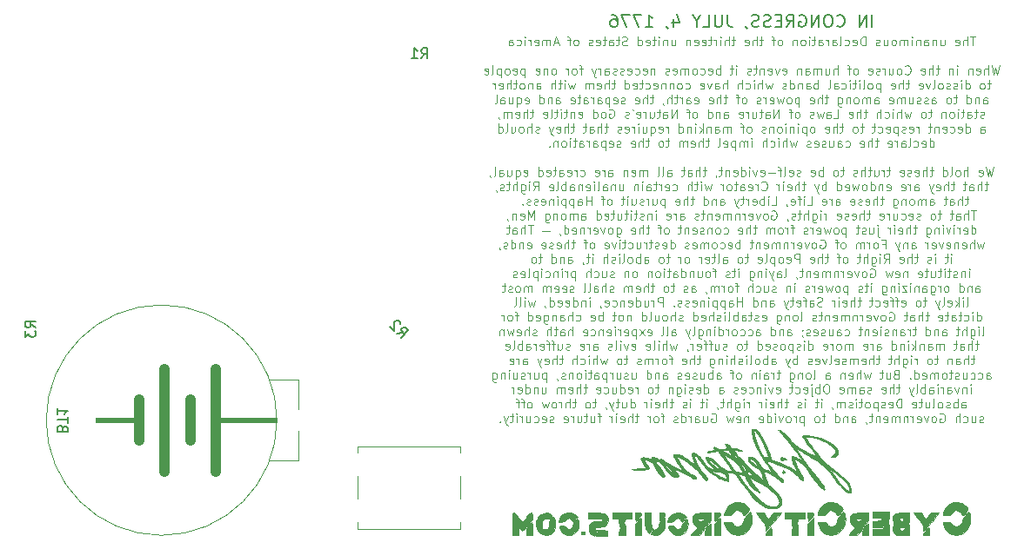
<source format=gbr>
G04 #@! TF.GenerationSoftware,KiCad,Pcbnew,(5.1.5)-3*
G04 #@! TF.CreationDate,2020-05-22T23:58:21-04:00*
G04 #@! TF.ProjectId,Body,426f6479-2e6b-4696-9361-645f70636258,rev?*
G04 #@! TF.SameCoordinates,Original*
G04 #@! TF.FileFunction,Legend,Bot*
G04 #@! TF.FilePolarity,Positive*
%FSLAX46Y46*%
G04 Gerber Fmt 4.6, Leading zero omitted, Abs format (unit mm)*
G04 Created by KiCad (PCBNEW (5.1.5)-3) date 2020-05-22 23:58:21*
%MOMM*%
%LPD*%
G04 APERTURE LIST*
%ADD10C,0.200000*%
%ADD11C,0.100000*%
%ADD12C,0.010000*%
%ADD13C,1.000000*%
%ADD14C,0.500000*%
%ADD15C,0.150000*%
%ADD16C,1.702000*%
%ADD17R,2.272000X2.272000*%
%ADD18C,2.602000*%
%ADD19R,9.102000X2.302000*%
G04 APERTURE END LIST*
D10*
X166714285Y-87918857D02*
X166714285Y-86718857D01*
X166142857Y-87918857D02*
X166142857Y-86718857D01*
X165457142Y-87918857D01*
X165457142Y-86718857D01*
X163285714Y-87804571D02*
X163342857Y-87861714D01*
X163514285Y-87918857D01*
X163628571Y-87918857D01*
X163800000Y-87861714D01*
X163914285Y-87747428D01*
X163971428Y-87633142D01*
X164028571Y-87404571D01*
X164028571Y-87233142D01*
X163971428Y-87004571D01*
X163914285Y-86890285D01*
X163800000Y-86776000D01*
X163628571Y-86718857D01*
X163514285Y-86718857D01*
X163342857Y-86776000D01*
X163285714Y-86833142D01*
X162542857Y-86718857D02*
X162314285Y-86718857D01*
X162200000Y-86776000D01*
X162085714Y-86890285D01*
X162028571Y-87118857D01*
X162028571Y-87518857D01*
X162085714Y-87747428D01*
X162200000Y-87861714D01*
X162314285Y-87918857D01*
X162542857Y-87918857D01*
X162657142Y-87861714D01*
X162771428Y-87747428D01*
X162828571Y-87518857D01*
X162828571Y-87118857D01*
X162771428Y-86890285D01*
X162657142Y-86776000D01*
X162542857Y-86718857D01*
X161514285Y-87918857D02*
X161514285Y-86718857D01*
X160828571Y-87918857D01*
X160828571Y-86718857D01*
X159628571Y-86776000D02*
X159742857Y-86718857D01*
X159914285Y-86718857D01*
X160085714Y-86776000D01*
X160200000Y-86890285D01*
X160257142Y-87004571D01*
X160314285Y-87233142D01*
X160314285Y-87404571D01*
X160257142Y-87633142D01*
X160200000Y-87747428D01*
X160085714Y-87861714D01*
X159914285Y-87918857D01*
X159800000Y-87918857D01*
X159628571Y-87861714D01*
X159571428Y-87804571D01*
X159571428Y-87404571D01*
X159800000Y-87404571D01*
X158371428Y-87918857D02*
X158771428Y-87347428D01*
X159057142Y-87918857D02*
X159057142Y-86718857D01*
X158600000Y-86718857D01*
X158485714Y-86776000D01*
X158428571Y-86833142D01*
X158371428Y-86947428D01*
X158371428Y-87118857D01*
X158428571Y-87233142D01*
X158485714Y-87290285D01*
X158600000Y-87347428D01*
X159057142Y-87347428D01*
X157857142Y-87290285D02*
X157457142Y-87290285D01*
X157285714Y-87918857D02*
X157857142Y-87918857D01*
X157857142Y-86718857D01*
X157285714Y-86718857D01*
X156828571Y-87861714D02*
X156657142Y-87918857D01*
X156371428Y-87918857D01*
X156257142Y-87861714D01*
X156200000Y-87804571D01*
X156142857Y-87690285D01*
X156142857Y-87576000D01*
X156200000Y-87461714D01*
X156257142Y-87404571D01*
X156371428Y-87347428D01*
X156600000Y-87290285D01*
X156714285Y-87233142D01*
X156771428Y-87176000D01*
X156828571Y-87061714D01*
X156828571Y-86947428D01*
X156771428Y-86833142D01*
X156714285Y-86776000D01*
X156600000Y-86718857D01*
X156314285Y-86718857D01*
X156142857Y-86776000D01*
X155685714Y-87861714D02*
X155514285Y-87918857D01*
X155228571Y-87918857D01*
X155114285Y-87861714D01*
X155057142Y-87804571D01*
X155000000Y-87690285D01*
X155000000Y-87576000D01*
X155057142Y-87461714D01*
X155114285Y-87404571D01*
X155228571Y-87347428D01*
X155457142Y-87290285D01*
X155571428Y-87233142D01*
X155628571Y-87176000D01*
X155685714Y-87061714D01*
X155685714Y-86947428D01*
X155628571Y-86833142D01*
X155571428Y-86776000D01*
X155457142Y-86718857D01*
X155171428Y-86718857D01*
X155000000Y-86776000D01*
X154428571Y-87861714D02*
X154428571Y-87918857D01*
X154485714Y-88033142D01*
X154542857Y-88090285D01*
X152657142Y-86718857D02*
X152657142Y-87576000D01*
X152714285Y-87747428D01*
X152828571Y-87861714D01*
X153000000Y-87918857D01*
X153114285Y-87918857D01*
X152085714Y-86718857D02*
X152085714Y-87690285D01*
X152028571Y-87804571D01*
X151971428Y-87861714D01*
X151857142Y-87918857D01*
X151628571Y-87918857D01*
X151514285Y-87861714D01*
X151457142Y-87804571D01*
X151400000Y-87690285D01*
X151400000Y-86718857D01*
X150257142Y-87918857D02*
X150828571Y-87918857D01*
X150828571Y-86718857D01*
X149628571Y-87347428D02*
X149628571Y-87918857D01*
X150028571Y-86718857D02*
X149628571Y-87347428D01*
X149228571Y-86718857D01*
X147400000Y-87118857D02*
X147400000Y-87918857D01*
X147685714Y-86661714D02*
X147971428Y-87518857D01*
X147228571Y-87518857D01*
X146714285Y-87861714D02*
X146714285Y-87918857D01*
X146771428Y-88033142D01*
X146828571Y-88090285D01*
X144657142Y-87918857D02*
X145342857Y-87918857D01*
X145000000Y-87918857D02*
X145000000Y-86718857D01*
X145114285Y-86890285D01*
X145228571Y-87004571D01*
X145342857Y-87061714D01*
X144257142Y-86718857D02*
X143457142Y-86718857D01*
X143971428Y-87918857D01*
X143114285Y-86718857D02*
X142314285Y-86718857D01*
X142828571Y-87918857D01*
X141342857Y-86718857D02*
X141571428Y-86718857D01*
X141685714Y-86776000D01*
X141742857Y-86833142D01*
X141857142Y-87004571D01*
X141914285Y-87233142D01*
X141914285Y-87690285D01*
X141857142Y-87804571D01*
X141800000Y-87861714D01*
X141685714Y-87918857D01*
X141457142Y-87918857D01*
X141342857Y-87861714D01*
X141285714Y-87804571D01*
X141228571Y-87690285D01*
X141228571Y-87404571D01*
X141285714Y-87290285D01*
X141342857Y-87233142D01*
X141457142Y-87176000D01*
X141685714Y-87176000D01*
X141800000Y-87233142D01*
X141857142Y-87290285D01*
X141914285Y-87404571D01*
D11*
X176750000Y-88854333D02*
X176250000Y-88854333D01*
X176500000Y-89729333D02*
X176500000Y-88854333D01*
X175958333Y-89729333D02*
X175958333Y-88854333D01*
X175583333Y-89729333D02*
X175583333Y-89271000D01*
X175625000Y-89187666D01*
X175708333Y-89146000D01*
X175833333Y-89146000D01*
X175916666Y-89187666D01*
X175958333Y-89229333D01*
X174833333Y-89687666D02*
X174916666Y-89729333D01*
X175083333Y-89729333D01*
X175166666Y-89687666D01*
X175208333Y-89604333D01*
X175208333Y-89271000D01*
X175166666Y-89187666D01*
X175083333Y-89146000D01*
X174916666Y-89146000D01*
X174833333Y-89187666D01*
X174791666Y-89271000D01*
X174791666Y-89354333D01*
X175208333Y-89437666D01*
X173375000Y-89146000D02*
X173375000Y-89729333D01*
X173750000Y-89146000D02*
X173750000Y-89604333D01*
X173708333Y-89687666D01*
X173625000Y-89729333D01*
X173500000Y-89729333D01*
X173416666Y-89687666D01*
X173375000Y-89646000D01*
X172958333Y-89146000D02*
X172958333Y-89729333D01*
X172958333Y-89229333D02*
X172916666Y-89187666D01*
X172833333Y-89146000D01*
X172708333Y-89146000D01*
X172625000Y-89187666D01*
X172583333Y-89271000D01*
X172583333Y-89729333D01*
X171791666Y-89729333D02*
X171791666Y-89271000D01*
X171833333Y-89187666D01*
X171916666Y-89146000D01*
X172083333Y-89146000D01*
X172166666Y-89187666D01*
X171791666Y-89687666D02*
X171875000Y-89729333D01*
X172083333Y-89729333D01*
X172166666Y-89687666D01*
X172208333Y-89604333D01*
X172208333Y-89521000D01*
X172166666Y-89437666D01*
X172083333Y-89396000D01*
X171875000Y-89396000D01*
X171791666Y-89354333D01*
X171375000Y-89146000D02*
X171375000Y-89729333D01*
X171375000Y-89229333D02*
X171333333Y-89187666D01*
X171250000Y-89146000D01*
X171125000Y-89146000D01*
X171041666Y-89187666D01*
X171000000Y-89271000D01*
X171000000Y-89729333D01*
X170583333Y-89729333D02*
X170583333Y-89146000D01*
X170583333Y-88854333D02*
X170625000Y-88896000D01*
X170583333Y-88937666D01*
X170541666Y-88896000D01*
X170583333Y-88854333D01*
X170583333Y-88937666D01*
X170166666Y-89729333D02*
X170166666Y-89146000D01*
X170166666Y-89229333D02*
X170125000Y-89187666D01*
X170041666Y-89146000D01*
X169916666Y-89146000D01*
X169833333Y-89187666D01*
X169791666Y-89271000D01*
X169791666Y-89729333D01*
X169791666Y-89271000D02*
X169750000Y-89187666D01*
X169666666Y-89146000D01*
X169541666Y-89146000D01*
X169458333Y-89187666D01*
X169416666Y-89271000D01*
X169416666Y-89729333D01*
X168875000Y-89729333D02*
X168958333Y-89687666D01*
X169000000Y-89646000D01*
X169041666Y-89562666D01*
X169041666Y-89312666D01*
X169000000Y-89229333D01*
X168958333Y-89187666D01*
X168875000Y-89146000D01*
X168750000Y-89146000D01*
X168666666Y-89187666D01*
X168625000Y-89229333D01*
X168583333Y-89312666D01*
X168583333Y-89562666D01*
X168625000Y-89646000D01*
X168666666Y-89687666D01*
X168750000Y-89729333D01*
X168875000Y-89729333D01*
X167833333Y-89146000D02*
X167833333Y-89729333D01*
X168208333Y-89146000D02*
X168208333Y-89604333D01*
X168166666Y-89687666D01*
X168083333Y-89729333D01*
X167958333Y-89729333D01*
X167875000Y-89687666D01*
X167833333Y-89646000D01*
X167458333Y-89687666D02*
X167375000Y-89729333D01*
X167208333Y-89729333D01*
X167125000Y-89687666D01*
X167083333Y-89604333D01*
X167083333Y-89562666D01*
X167125000Y-89479333D01*
X167208333Y-89437666D01*
X167333333Y-89437666D01*
X167416666Y-89396000D01*
X167458333Y-89312666D01*
X167458333Y-89271000D01*
X167416666Y-89187666D01*
X167333333Y-89146000D01*
X167208333Y-89146000D01*
X167125000Y-89187666D01*
X166041666Y-89729333D02*
X166041666Y-88854333D01*
X165833333Y-88854333D01*
X165708333Y-88896000D01*
X165625000Y-88979333D01*
X165583333Y-89062666D01*
X165541666Y-89229333D01*
X165541666Y-89354333D01*
X165583333Y-89521000D01*
X165625000Y-89604333D01*
X165708333Y-89687666D01*
X165833333Y-89729333D01*
X166041666Y-89729333D01*
X164833333Y-89687666D02*
X164916666Y-89729333D01*
X165083333Y-89729333D01*
X165166666Y-89687666D01*
X165208333Y-89604333D01*
X165208333Y-89271000D01*
X165166666Y-89187666D01*
X165083333Y-89146000D01*
X164916666Y-89146000D01*
X164833333Y-89187666D01*
X164791666Y-89271000D01*
X164791666Y-89354333D01*
X165208333Y-89437666D01*
X164041666Y-89687666D02*
X164125000Y-89729333D01*
X164291666Y-89729333D01*
X164375000Y-89687666D01*
X164416666Y-89646000D01*
X164458333Y-89562666D01*
X164458333Y-89312666D01*
X164416666Y-89229333D01*
X164375000Y-89187666D01*
X164291666Y-89146000D01*
X164125000Y-89146000D01*
X164041666Y-89187666D01*
X163541666Y-89729333D02*
X163625000Y-89687666D01*
X163666666Y-89604333D01*
X163666666Y-88854333D01*
X162833333Y-89729333D02*
X162833333Y-89271000D01*
X162875000Y-89187666D01*
X162958333Y-89146000D01*
X163125000Y-89146000D01*
X163208333Y-89187666D01*
X162833333Y-89687666D02*
X162916666Y-89729333D01*
X163125000Y-89729333D01*
X163208333Y-89687666D01*
X163250000Y-89604333D01*
X163250000Y-89521000D01*
X163208333Y-89437666D01*
X163125000Y-89396000D01*
X162916666Y-89396000D01*
X162833333Y-89354333D01*
X162416666Y-89729333D02*
X162416666Y-89146000D01*
X162416666Y-89312666D02*
X162375000Y-89229333D01*
X162333333Y-89187666D01*
X162250000Y-89146000D01*
X162166666Y-89146000D01*
X161500000Y-89729333D02*
X161500000Y-89271000D01*
X161541666Y-89187666D01*
X161625000Y-89146000D01*
X161791666Y-89146000D01*
X161875000Y-89187666D01*
X161500000Y-89687666D02*
X161583333Y-89729333D01*
X161791666Y-89729333D01*
X161875000Y-89687666D01*
X161916666Y-89604333D01*
X161916666Y-89521000D01*
X161875000Y-89437666D01*
X161791666Y-89396000D01*
X161583333Y-89396000D01*
X161500000Y-89354333D01*
X161208333Y-89146000D02*
X160875000Y-89146000D01*
X161083333Y-88854333D02*
X161083333Y-89604333D01*
X161041666Y-89687666D01*
X160958333Y-89729333D01*
X160875000Y-89729333D01*
X160583333Y-89729333D02*
X160583333Y-89146000D01*
X160583333Y-88854333D02*
X160625000Y-88896000D01*
X160583333Y-88937666D01*
X160541666Y-88896000D01*
X160583333Y-88854333D01*
X160583333Y-88937666D01*
X160041666Y-89729333D02*
X160125000Y-89687666D01*
X160166666Y-89646000D01*
X160208333Y-89562666D01*
X160208333Y-89312666D01*
X160166666Y-89229333D01*
X160125000Y-89187666D01*
X160041666Y-89146000D01*
X159916666Y-89146000D01*
X159833333Y-89187666D01*
X159791666Y-89229333D01*
X159750000Y-89312666D01*
X159750000Y-89562666D01*
X159791666Y-89646000D01*
X159833333Y-89687666D01*
X159916666Y-89729333D01*
X160041666Y-89729333D01*
X159375000Y-89146000D02*
X159375000Y-89729333D01*
X159375000Y-89229333D02*
X159333333Y-89187666D01*
X159250000Y-89146000D01*
X159125000Y-89146000D01*
X159041666Y-89187666D01*
X159000000Y-89271000D01*
X159000000Y-89729333D01*
X157791666Y-89729333D02*
X157875000Y-89687666D01*
X157916666Y-89646000D01*
X157958333Y-89562666D01*
X157958333Y-89312666D01*
X157916666Y-89229333D01*
X157875000Y-89187666D01*
X157791666Y-89146000D01*
X157666666Y-89146000D01*
X157583333Y-89187666D01*
X157541666Y-89229333D01*
X157500000Y-89312666D01*
X157500000Y-89562666D01*
X157541666Y-89646000D01*
X157583333Y-89687666D01*
X157666666Y-89729333D01*
X157791666Y-89729333D01*
X157250000Y-89146000D02*
X156916666Y-89146000D01*
X157125000Y-89729333D02*
X157125000Y-88979333D01*
X157083333Y-88896000D01*
X157000000Y-88854333D01*
X156916666Y-88854333D01*
X156083333Y-89146000D02*
X155750000Y-89146000D01*
X155958333Y-88854333D02*
X155958333Y-89604333D01*
X155916666Y-89687666D01*
X155833333Y-89729333D01*
X155750000Y-89729333D01*
X155458333Y-89729333D02*
X155458333Y-88854333D01*
X155083333Y-89729333D02*
X155083333Y-89271000D01*
X155125000Y-89187666D01*
X155208333Y-89146000D01*
X155333333Y-89146000D01*
X155416666Y-89187666D01*
X155458333Y-89229333D01*
X154333333Y-89687666D02*
X154416666Y-89729333D01*
X154583333Y-89729333D01*
X154666666Y-89687666D01*
X154708333Y-89604333D01*
X154708333Y-89271000D01*
X154666666Y-89187666D01*
X154583333Y-89146000D01*
X154416666Y-89146000D01*
X154333333Y-89187666D01*
X154291666Y-89271000D01*
X154291666Y-89354333D01*
X154708333Y-89437666D01*
X153375000Y-89146000D02*
X153041666Y-89146000D01*
X153250000Y-88854333D02*
X153250000Y-89604333D01*
X153208333Y-89687666D01*
X153125000Y-89729333D01*
X153041666Y-89729333D01*
X152750000Y-89729333D02*
X152750000Y-88854333D01*
X152375000Y-89729333D02*
X152375000Y-89271000D01*
X152416666Y-89187666D01*
X152500000Y-89146000D01*
X152625000Y-89146000D01*
X152708333Y-89187666D01*
X152750000Y-89229333D01*
X151958333Y-89729333D02*
X151958333Y-89146000D01*
X151958333Y-88854333D02*
X152000000Y-88896000D01*
X151958333Y-88937666D01*
X151916666Y-88896000D01*
X151958333Y-88854333D01*
X151958333Y-88937666D01*
X151541666Y-89729333D02*
X151541666Y-89146000D01*
X151541666Y-89312666D02*
X151500000Y-89229333D01*
X151458333Y-89187666D01*
X151375000Y-89146000D01*
X151291666Y-89146000D01*
X151125000Y-89146000D02*
X150791666Y-89146000D01*
X151000000Y-88854333D02*
X151000000Y-89604333D01*
X150958333Y-89687666D01*
X150875000Y-89729333D01*
X150791666Y-89729333D01*
X150166666Y-89687666D02*
X150250000Y-89729333D01*
X150416666Y-89729333D01*
X150500000Y-89687666D01*
X150541666Y-89604333D01*
X150541666Y-89271000D01*
X150500000Y-89187666D01*
X150416666Y-89146000D01*
X150250000Y-89146000D01*
X150166666Y-89187666D01*
X150125000Y-89271000D01*
X150125000Y-89354333D01*
X150541666Y-89437666D01*
X149416666Y-89687666D02*
X149500000Y-89729333D01*
X149666666Y-89729333D01*
X149750000Y-89687666D01*
X149791666Y-89604333D01*
X149791666Y-89271000D01*
X149750000Y-89187666D01*
X149666666Y-89146000D01*
X149500000Y-89146000D01*
X149416666Y-89187666D01*
X149375000Y-89271000D01*
X149375000Y-89354333D01*
X149791666Y-89437666D01*
X149000000Y-89146000D02*
X149000000Y-89729333D01*
X149000000Y-89229333D02*
X148958333Y-89187666D01*
X148875000Y-89146000D01*
X148750000Y-89146000D01*
X148666666Y-89187666D01*
X148625000Y-89271000D01*
X148625000Y-89729333D01*
X147166666Y-89146000D02*
X147166666Y-89729333D01*
X147541666Y-89146000D02*
X147541666Y-89604333D01*
X147500000Y-89687666D01*
X147416666Y-89729333D01*
X147291666Y-89729333D01*
X147208333Y-89687666D01*
X147166666Y-89646000D01*
X146750000Y-89146000D02*
X146750000Y-89729333D01*
X146750000Y-89229333D02*
X146708333Y-89187666D01*
X146625000Y-89146000D01*
X146500000Y-89146000D01*
X146416666Y-89187666D01*
X146375000Y-89271000D01*
X146375000Y-89729333D01*
X145958333Y-89729333D02*
X145958333Y-89146000D01*
X145958333Y-88854333D02*
X146000000Y-88896000D01*
X145958333Y-88937666D01*
X145916666Y-88896000D01*
X145958333Y-88854333D01*
X145958333Y-88937666D01*
X145666666Y-89146000D02*
X145333333Y-89146000D01*
X145541666Y-88854333D02*
X145541666Y-89604333D01*
X145500000Y-89687666D01*
X145416666Y-89729333D01*
X145333333Y-89729333D01*
X144708333Y-89687666D02*
X144791666Y-89729333D01*
X144958333Y-89729333D01*
X145041666Y-89687666D01*
X145083333Y-89604333D01*
X145083333Y-89271000D01*
X145041666Y-89187666D01*
X144958333Y-89146000D01*
X144791666Y-89146000D01*
X144708333Y-89187666D01*
X144666666Y-89271000D01*
X144666666Y-89354333D01*
X145083333Y-89437666D01*
X143916666Y-89729333D02*
X143916666Y-88854333D01*
X143916666Y-89687666D02*
X144000000Y-89729333D01*
X144166666Y-89729333D01*
X144250000Y-89687666D01*
X144291666Y-89646000D01*
X144333333Y-89562666D01*
X144333333Y-89312666D01*
X144291666Y-89229333D01*
X144250000Y-89187666D01*
X144166666Y-89146000D01*
X144000000Y-89146000D01*
X143916666Y-89187666D01*
X142875000Y-89687666D02*
X142750000Y-89729333D01*
X142541666Y-89729333D01*
X142458333Y-89687666D01*
X142416666Y-89646000D01*
X142375000Y-89562666D01*
X142375000Y-89479333D01*
X142416666Y-89396000D01*
X142458333Y-89354333D01*
X142541666Y-89312666D01*
X142708333Y-89271000D01*
X142791666Y-89229333D01*
X142833333Y-89187666D01*
X142875000Y-89104333D01*
X142875000Y-89021000D01*
X142833333Y-88937666D01*
X142791666Y-88896000D01*
X142708333Y-88854333D01*
X142500000Y-88854333D01*
X142375000Y-88896000D01*
X142125000Y-89146000D02*
X141791666Y-89146000D01*
X142000000Y-88854333D02*
X142000000Y-89604333D01*
X141958333Y-89687666D01*
X141875000Y-89729333D01*
X141791666Y-89729333D01*
X141125000Y-89729333D02*
X141125000Y-89271000D01*
X141166666Y-89187666D01*
X141250000Y-89146000D01*
X141416666Y-89146000D01*
X141500000Y-89187666D01*
X141125000Y-89687666D02*
X141208333Y-89729333D01*
X141416666Y-89729333D01*
X141500000Y-89687666D01*
X141541666Y-89604333D01*
X141541666Y-89521000D01*
X141500000Y-89437666D01*
X141416666Y-89396000D01*
X141208333Y-89396000D01*
X141125000Y-89354333D01*
X140833333Y-89146000D02*
X140500000Y-89146000D01*
X140708333Y-88854333D02*
X140708333Y-89604333D01*
X140666666Y-89687666D01*
X140583333Y-89729333D01*
X140500000Y-89729333D01*
X139875000Y-89687666D02*
X139958333Y-89729333D01*
X140125000Y-89729333D01*
X140208333Y-89687666D01*
X140250000Y-89604333D01*
X140250000Y-89271000D01*
X140208333Y-89187666D01*
X140125000Y-89146000D01*
X139958333Y-89146000D01*
X139875000Y-89187666D01*
X139833333Y-89271000D01*
X139833333Y-89354333D01*
X140250000Y-89437666D01*
X139500000Y-89687666D02*
X139416666Y-89729333D01*
X139250000Y-89729333D01*
X139166666Y-89687666D01*
X139125000Y-89604333D01*
X139125000Y-89562666D01*
X139166666Y-89479333D01*
X139250000Y-89437666D01*
X139375000Y-89437666D01*
X139458333Y-89396000D01*
X139500000Y-89312666D01*
X139500000Y-89271000D01*
X139458333Y-89187666D01*
X139375000Y-89146000D01*
X139250000Y-89146000D01*
X139166666Y-89187666D01*
X137958333Y-89729333D02*
X138041666Y-89687666D01*
X138083333Y-89646000D01*
X138125000Y-89562666D01*
X138125000Y-89312666D01*
X138083333Y-89229333D01*
X138041666Y-89187666D01*
X137958333Y-89146000D01*
X137833333Y-89146000D01*
X137750000Y-89187666D01*
X137708333Y-89229333D01*
X137666666Y-89312666D01*
X137666666Y-89562666D01*
X137708333Y-89646000D01*
X137750000Y-89687666D01*
X137833333Y-89729333D01*
X137958333Y-89729333D01*
X137416666Y-89146000D02*
X137083333Y-89146000D01*
X137291666Y-89729333D02*
X137291666Y-88979333D01*
X137250000Y-88896000D01*
X137166666Y-88854333D01*
X137083333Y-88854333D01*
X136166666Y-89479333D02*
X135750000Y-89479333D01*
X136250000Y-89729333D02*
X135958333Y-88854333D01*
X135666666Y-89729333D01*
X135375000Y-89729333D02*
X135375000Y-89146000D01*
X135375000Y-89229333D02*
X135333333Y-89187666D01*
X135250000Y-89146000D01*
X135125000Y-89146000D01*
X135041666Y-89187666D01*
X135000000Y-89271000D01*
X135000000Y-89729333D01*
X135000000Y-89271000D02*
X134958333Y-89187666D01*
X134875000Y-89146000D01*
X134750000Y-89146000D01*
X134666666Y-89187666D01*
X134625000Y-89271000D01*
X134625000Y-89729333D01*
X133875000Y-89687666D02*
X133958333Y-89729333D01*
X134125000Y-89729333D01*
X134208333Y-89687666D01*
X134250000Y-89604333D01*
X134250000Y-89271000D01*
X134208333Y-89187666D01*
X134125000Y-89146000D01*
X133958333Y-89146000D01*
X133875000Y-89187666D01*
X133833333Y-89271000D01*
X133833333Y-89354333D01*
X134250000Y-89437666D01*
X133458333Y-89729333D02*
X133458333Y-89146000D01*
X133458333Y-89312666D02*
X133416666Y-89229333D01*
X133375000Y-89187666D01*
X133291666Y-89146000D01*
X133208333Y-89146000D01*
X132916666Y-89729333D02*
X132916666Y-89146000D01*
X132916666Y-88854333D02*
X132958333Y-88896000D01*
X132916666Y-88937666D01*
X132875000Y-88896000D01*
X132916666Y-88854333D01*
X132916666Y-88937666D01*
X132125000Y-89687666D02*
X132208333Y-89729333D01*
X132375000Y-89729333D01*
X132458333Y-89687666D01*
X132500000Y-89646000D01*
X132541666Y-89562666D01*
X132541666Y-89312666D01*
X132500000Y-89229333D01*
X132458333Y-89187666D01*
X132375000Y-89146000D01*
X132208333Y-89146000D01*
X132125000Y-89187666D01*
X131375000Y-89729333D02*
X131375000Y-89271000D01*
X131416666Y-89187666D01*
X131500000Y-89146000D01*
X131666666Y-89146000D01*
X131750000Y-89187666D01*
X131375000Y-89687666D02*
X131458333Y-89729333D01*
X131666666Y-89729333D01*
X131750000Y-89687666D01*
X131791666Y-89604333D01*
X131791666Y-89521000D01*
X131750000Y-89437666D01*
X131666666Y-89396000D01*
X131458333Y-89396000D01*
X131375000Y-89354333D01*
X179083333Y-91679333D02*
X178875000Y-92554333D01*
X178708333Y-91929333D01*
X178541666Y-92554333D01*
X178333333Y-91679333D01*
X178000000Y-92554333D02*
X178000000Y-91679333D01*
X177625000Y-92554333D02*
X177625000Y-92096000D01*
X177666666Y-92012666D01*
X177750000Y-91971000D01*
X177875000Y-91971000D01*
X177958333Y-92012666D01*
X178000000Y-92054333D01*
X176875000Y-92512666D02*
X176958333Y-92554333D01*
X177125000Y-92554333D01*
X177208333Y-92512666D01*
X177250000Y-92429333D01*
X177250000Y-92096000D01*
X177208333Y-92012666D01*
X177125000Y-91971000D01*
X176958333Y-91971000D01*
X176875000Y-92012666D01*
X176833333Y-92096000D01*
X176833333Y-92179333D01*
X177250000Y-92262666D01*
X176458333Y-91971000D02*
X176458333Y-92554333D01*
X176458333Y-92054333D02*
X176416666Y-92012666D01*
X176333333Y-91971000D01*
X176208333Y-91971000D01*
X176125000Y-92012666D01*
X176083333Y-92096000D01*
X176083333Y-92554333D01*
X175000000Y-92554333D02*
X175000000Y-91971000D01*
X175000000Y-91679333D02*
X175041666Y-91721000D01*
X175000000Y-91762666D01*
X174958333Y-91721000D01*
X175000000Y-91679333D01*
X175000000Y-91762666D01*
X174583333Y-91971000D02*
X174583333Y-92554333D01*
X174583333Y-92054333D02*
X174541666Y-92012666D01*
X174458333Y-91971000D01*
X174333333Y-91971000D01*
X174250000Y-92012666D01*
X174208333Y-92096000D01*
X174208333Y-92554333D01*
X173250000Y-91971000D02*
X172916666Y-91971000D01*
X173125000Y-91679333D02*
X173125000Y-92429333D01*
X173083333Y-92512666D01*
X173000000Y-92554333D01*
X172916666Y-92554333D01*
X172625000Y-92554333D02*
X172625000Y-91679333D01*
X172250000Y-92554333D02*
X172250000Y-92096000D01*
X172291666Y-92012666D01*
X172375000Y-91971000D01*
X172500000Y-91971000D01*
X172583333Y-92012666D01*
X172625000Y-92054333D01*
X171500000Y-92512666D02*
X171583333Y-92554333D01*
X171750000Y-92554333D01*
X171833333Y-92512666D01*
X171875000Y-92429333D01*
X171875000Y-92096000D01*
X171833333Y-92012666D01*
X171750000Y-91971000D01*
X171583333Y-91971000D01*
X171500000Y-92012666D01*
X171458333Y-92096000D01*
X171458333Y-92179333D01*
X171875000Y-92262666D01*
X169916666Y-92471000D02*
X169958333Y-92512666D01*
X170083333Y-92554333D01*
X170166666Y-92554333D01*
X170291666Y-92512666D01*
X170375000Y-92429333D01*
X170416666Y-92346000D01*
X170458333Y-92179333D01*
X170458333Y-92054333D01*
X170416666Y-91887666D01*
X170375000Y-91804333D01*
X170291666Y-91721000D01*
X170166666Y-91679333D01*
X170083333Y-91679333D01*
X169958333Y-91721000D01*
X169916666Y-91762666D01*
X169416666Y-92554333D02*
X169500000Y-92512666D01*
X169541666Y-92471000D01*
X169583333Y-92387666D01*
X169583333Y-92137666D01*
X169541666Y-92054333D01*
X169500000Y-92012666D01*
X169416666Y-91971000D01*
X169291666Y-91971000D01*
X169208333Y-92012666D01*
X169166666Y-92054333D01*
X169125000Y-92137666D01*
X169125000Y-92387666D01*
X169166666Y-92471000D01*
X169208333Y-92512666D01*
X169291666Y-92554333D01*
X169416666Y-92554333D01*
X168375000Y-91971000D02*
X168375000Y-92554333D01*
X168750000Y-91971000D02*
X168750000Y-92429333D01*
X168708333Y-92512666D01*
X168625000Y-92554333D01*
X168500000Y-92554333D01*
X168416666Y-92512666D01*
X168375000Y-92471000D01*
X167958333Y-92554333D02*
X167958333Y-91971000D01*
X167958333Y-92137666D02*
X167916666Y-92054333D01*
X167875000Y-92012666D01*
X167791666Y-91971000D01*
X167708333Y-91971000D01*
X167458333Y-92512666D02*
X167375000Y-92554333D01*
X167208333Y-92554333D01*
X167125000Y-92512666D01*
X167083333Y-92429333D01*
X167083333Y-92387666D01*
X167125000Y-92304333D01*
X167208333Y-92262666D01*
X167333333Y-92262666D01*
X167416666Y-92221000D01*
X167458333Y-92137666D01*
X167458333Y-92096000D01*
X167416666Y-92012666D01*
X167333333Y-91971000D01*
X167208333Y-91971000D01*
X167125000Y-92012666D01*
X166375000Y-92512666D02*
X166458333Y-92554333D01*
X166625000Y-92554333D01*
X166708333Y-92512666D01*
X166750000Y-92429333D01*
X166750000Y-92096000D01*
X166708333Y-92012666D01*
X166625000Y-91971000D01*
X166458333Y-91971000D01*
X166375000Y-92012666D01*
X166333333Y-92096000D01*
X166333333Y-92179333D01*
X166750000Y-92262666D01*
X165166666Y-92554333D02*
X165250000Y-92512666D01*
X165291666Y-92471000D01*
X165333333Y-92387666D01*
X165333333Y-92137666D01*
X165291666Y-92054333D01*
X165250000Y-92012666D01*
X165166666Y-91971000D01*
X165041666Y-91971000D01*
X164958333Y-92012666D01*
X164916666Y-92054333D01*
X164875000Y-92137666D01*
X164875000Y-92387666D01*
X164916666Y-92471000D01*
X164958333Y-92512666D01*
X165041666Y-92554333D01*
X165166666Y-92554333D01*
X164625000Y-91971000D02*
X164291666Y-91971000D01*
X164500000Y-92554333D02*
X164500000Y-91804333D01*
X164458333Y-91721000D01*
X164375000Y-91679333D01*
X164291666Y-91679333D01*
X163333333Y-92554333D02*
X163333333Y-91679333D01*
X162958333Y-92554333D02*
X162958333Y-92096000D01*
X163000000Y-92012666D01*
X163083333Y-91971000D01*
X163208333Y-91971000D01*
X163291666Y-92012666D01*
X163333333Y-92054333D01*
X162166666Y-91971000D02*
X162166666Y-92554333D01*
X162541666Y-91971000D02*
X162541666Y-92429333D01*
X162500000Y-92512666D01*
X162416666Y-92554333D01*
X162291666Y-92554333D01*
X162208333Y-92512666D01*
X162166666Y-92471000D01*
X161750000Y-92554333D02*
X161750000Y-91971000D01*
X161750000Y-92054333D02*
X161708333Y-92012666D01*
X161625000Y-91971000D01*
X161500000Y-91971000D01*
X161416666Y-92012666D01*
X161375000Y-92096000D01*
X161375000Y-92554333D01*
X161375000Y-92096000D02*
X161333333Y-92012666D01*
X161250000Y-91971000D01*
X161125000Y-91971000D01*
X161041666Y-92012666D01*
X161000000Y-92096000D01*
X161000000Y-92554333D01*
X160208333Y-92554333D02*
X160208333Y-92096000D01*
X160250000Y-92012666D01*
X160333333Y-91971000D01*
X160500000Y-91971000D01*
X160583333Y-92012666D01*
X160208333Y-92512666D02*
X160291666Y-92554333D01*
X160500000Y-92554333D01*
X160583333Y-92512666D01*
X160625000Y-92429333D01*
X160625000Y-92346000D01*
X160583333Y-92262666D01*
X160500000Y-92221000D01*
X160291666Y-92221000D01*
X160208333Y-92179333D01*
X159791666Y-91971000D02*
X159791666Y-92554333D01*
X159791666Y-92054333D02*
X159750000Y-92012666D01*
X159666666Y-91971000D01*
X159541666Y-91971000D01*
X159458333Y-92012666D01*
X159416666Y-92096000D01*
X159416666Y-92554333D01*
X158000000Y-92512666D02*
X158083333Y-92554333D01*
X158250000Y-92554333D01*
X158333333Y-92512666D01*
X158375000Y-92429333D01*
X158375000Y-92096000D01*
X158333333Y-92012666D01*
X158250000Y-91971000D01*
X158083333Y-91971000D01*
X158000000Y-92012666D01*
X157958333Y-92096000D01*
X157958333Y-92179333D01*
X158375000Y-92262666D01*
X157666666Y-91971000D02*
X157458333Y-92554333D01*
X157250000Y-91971000D01*
X156583333Y-92512666D02*
X156666666Y-92554333D01*
X156833333Y-92554333D01*
X156916666Y-92512666D01*
X156958333Y-92429333D01*
X156958333Y-92096000D01*
X156916666Y-92012666D01*
X156833333Y-91971000D01*
X156666666Y-91971000D01*
X156583333Y-92012666D01*
X156541666Y-92096000D01*
X156541666Y-92179333D01*
X156958333Y-92262666D01*
X156166666Y-91971000D02*
X156166666Y-92554333D01*
X156166666Y-92054333D02*
X156125000Y-92012666D01*
X156041666Y-91971000D01*
X155916666Y-91971000D01*
X155833333Y-92012666D01*
X155791666Y-92096000D01*
X155791666Y-92554333D01*
X155500000Y-91971000D02*
X155166666Y-91971000D01*
X155375000Y-91679333D02*
X155375000Y-92429333D01*
X155333333Y-92512666D01*
X155250000Y-92554333D01*
X155166666Y-92554333D01*
X154916666Y-92512666D02*
X154833333Y-92554333D01*
X154666666Y-92554333D01*
X154583333Y-92512666D01*
X154541666Y-92429333D01*
X154541666Y-92387666D01*
X154583333Y-92304333D01*
X154666666Y-92262666D01*
X154791666Y-92262666D01*
X154875000Y-92221000D01*
X154916666Y-92137666D01*
X154916666Y-92096000D01*
X154875000Y-92012666D01*
X154791666Y-91971000D01*
X154666666Y-91971000D01*
X154583333Y-92012666D01*
X153500000Y-92554333D02*
X153500000Y-91971000D01*
X153500000Y-91679333D02*
X153541666Y-91721000D01*
X153500000Y-91762666D01*
X153458333Y-91721000D01*
X153500000Y-91679333D01*
X153500000Y-91762666D01*
X153208333Y-91971000D02*
X152875000Y-91971000D01*
X153083333Y-91679333D02*
X153083333Y-92429333D01*
X153041666Y-92512666D01*
X152958333Y-92554333D01*
X152875000Y-92554333D01*
X151916666Y-92554333D02*
X151916666Y-91679333D01*
X151916666Y-92012666D02*
X151833333Y-91971000D01*
X151666666Y-91971000D01*
X151583333Y-92012666D01*
X151541666Y-92054333D01*
X151500000Y-92137666D01*
X151500000Y-92387666D01*
X151541666Y-92471000D01*
X151583333Y-92512666D01*
X151666666Y-92554333D01*
X151833333Y-92554333D01*
X151916666Y-92512666D01*
X150791666Y-92512666D02*
X150875000Y-92554333D01*
X151041666Y-92554333D01*
X151125000Y-92512666D01*
X151166666Y-92429333D01*
X151166666Y-92096000D01*
X151125000Y-92012666D01*
X151041666Y-91971000D01*
X150875000Y-91971000D01*
X150791666Y-92012666D01*
X150750000Y-92096000D01*
X150750000Y-92179333D01*
X151166666Y-92262666D01*
X150000000Y-92512666D02*
X150083333Y-92554333D01*
X150250000Y-92554333D01*
X150333333Y-92512666D01*
X150375000Y-92471000D01*
X150416666Y-92387666D01*
X150416666Y-92137666D01*
X150375000Y-92054333D01*
X150333333Y-92012666D01*
X150250000Y-91971000D01*
X150083333Y-91971000D01*
X150000000Y-92012666D01*
X149500000Y-92554333D02*
X149583333Y-92512666D01*
X149625000Y-92471000D01*
X149666666Y-92387666D01*
X149666666Y-92137666D01*
X149625000Y-92054333D01*
X149583333Y-92012666D01*
X149500000Y-91971000D01*
X149375000Y-91971000D01*
X149291666Y-92012666D01*
X149250000Y-92054333D01*
X149208333Y-92137666D01*
X149208333Y-92387666D01*
X149250000Y-92471000D01*
X149291666Y-92512666D01*
X149375000Y-92554333D01*
X149500000Y-92554333D01*
X148833333Y-92554333D02*
X148833333Y-91971000D01*
X148833333Y-92054333D02*
X148791666Y-92012666D01*
X148708333Y-91971000D01*
X148583333Y-91971000D01*
X148500000Y-92012666D01*
X148458333Y-92096000D01*
X148458333Y-92554333D01*
X148458333Y-92096000D02*
X148416666Y-92012666D01*
X148333333Y-91971000D01*
X148208333Y-91971000D01*
X148125000Y-92012666D01*
X148083333Y-92096000D01*
X148083333Y-92554333D01*
X147333333Y-92512666D02*
X147416666Y-92554333D01*
X147583333Y-92554333D01*
X147666666Y-92512666D01*
X147708333Y-92429333D01*
X147708333Y-92096000D01*
X147666666Y-92012666D01*
X147583333Y-91971000D01*
X147416666Y-91971000D01*
X147333333Y-92012666D01*
X147291666Y-92096000D01*
X147291666Y-92179333D01*
X147708333Y-92262666D01*
X146958333Y-92512666D02*
X146875000Y-92554333D01*
X146708333Y-92554333D01*
X146625000Y-92512666D01*
X146583333Y-92429333D01*
X146583333Y-92387666D01*
X146625000Y-92304333D01*
X146708333Y-92262666D01*
X146833333Y-92262666D01*
X146916666Y-92221000D01*
X146958333Y-92137666D01*
X146958333Y-92096000D01*
X146916666Y-92012666D01*
X146833333Y-91971000D01*
X146708333Y-91971000D01*
X146625000Y-92012666D01*
X145541666Y-91971000D02*
X145541666Y-92554333D01*
X145541666Y-92054333D02*
X145500000Y-92012666D01*
X145416666Y-91971000D01*
X145291666Y-91971000D01*
X145208333Y-92012666D01*
X145166666Y-92096000D01*
X145166666Y-92554333D01*
X144416666Y-92512666D02*
X144500000Y-92554333D01*
X144666666Y-92554333D01*
X144750000Y-92512666D01*
X144791666Y-92429333D01*
X144791666Y-92096000D01*
X144750000Y-92012666D01*
X144666666Y-91971000D01*
X144500000Y-91971000D01*
X144416666Y-92012666D01*
X144375000Y-92096000D01*
X144375000Y-92179333D01*
X144791666Y-92262666D01*
X143625000Y-92512666D02*
X143708333Y-92554333D01*
X143875000Y-92554333D01*
X143958333Y-92512666D01*
X144000000Y-92471000D01*
X144041666Y-92387666D01*
X144041666Y-92137666D01*
X144000000Y-92054333D01*
X143958333Y-92012666D01*
X143875000Y-91971000D01*
X143708333Y-91971000D01*
X143625000Y-92012666D01*
X142916666Y-92512666D02*
X143000000Y-92554333D01*
X143166666Y-92554333D01*
X143250000Y-92512666D01*
X143291666Y-92429333D01*
X143291666Y-92096000D01*
X143250000Y-92012666D01*
X143166666Y-91971000D01*
X143000000Y-91971000D01*
X142916666Y-92012666D01*
X142875000Y-92096000D01*
X142875000Y-92179333D01*
X143291666Y-92262666D01*
X142541666Y-92512666D02*
X142458333Y-92554333D01*
X142291666Y-92554333D01*
X142208333Y-92512666D01*
X142166666Y-92429333D01*
X142166666Y-92387666D01*
X142208333Y-92304333D01*
X142291666Y-92262666D01*
X142416666Y-92262666D01*
X142500000Y-92221000D01*
X142541666Y-92137666D01*
X142541666Y-92096000D01*
X142500000Y-92012666D01*
X142416666Y-91971000D01*
X142291666Y-91971000D01*
X142208333Y-92012666D01*
X141833333Y-92512666D02*
X141750000Y-92554333D01*
X141583333Y-92554333D01*
X141500000Y-92512666D01*
X141458333Y-92429333D01*
X141458333Y-92387666D01*
X141500000Y-92304333D01*
X141583333Y-92262666D01*
X141708333Y-92262666D01*
X141791666Y-92221000D01*
X141833333Y-92137666D01*
X141833333Y-92096000D01*
X141791666Y-92012666D01*
X141708333Y-91971000D01*
X141583333Y-91971000D01*
X141500000Y-92012666D01*
X140708333Y-92554333D02*
X140708333Y-92096000D01*
X140750000Y-92012666D01*
X140833333Y-91971000D01*
X141000000Y-91971000D01*
X141083333Y-92012666D01*
X140708333Y-92512666D02*
X140791666Y-92554333D01*
X141000000Y-92554333D01*
X141083333Y-92512666D01*
X141125000Y-92429333D01*
X141125000Y-92346000D01*
X141083333Y-92262666D01*
X141000000Y-92221000D01*
X140791666Y-92221000D01*
X140708333Y-92179333D01*
X140291666Y-92554333D02*
X140291666Y-91971000D01*
X140291666Y-92137666D02*
X140250000Y-92054333D01*
X140208333Y-92012666D01*
X140125000Y-91971000D01*
X140041666Y-91971000D01*
X139833333Y-91971000D02*
X139625000Y-92554333D01*
X139416666Y-91971000D02*
X139625000Y-92554333D01*
X139708333Y-92762666D01*
X139750000Y-92804333D01*
X139833333Y-92846000D01*
X138541666Y-91971000D02*
X138208333Y-91971000D01*
X138416666Y-92554333D02*
X138416666Y-91804333D01*
X138375000Y-91721000D01*
X138291666Y-91679333D01*
X138208333Y-91679333D01*
X137791666Y-92554333D02*
X137875000Y-92512666D01*
X137916666Y-92471000D01*
X137958333Y-92387666D01*
X137958333Y-92137666D01*
X137916666Y-92054333D01*
X137875000Y-92012666D01*
X137791666Y-91971000D01*
X137666666Y-91971000D01*
X137583333Y-92012666D01*
X137541666Y-92054333D01*
X137500000Y-92137666D01*
X137500000Y-92387666D01*
X137541666Y-92471000D01*
X137583333Y-92512666D01*
X137666666Y-92554333D01*
X137791666Y-92554333D01*
X137125000Y-92554333D02*
X137125000Y-91971000D01*
X137125000Y-92137666D02*
X137083333Y-92054333D01*
X137041666Y-92012666D01*
X136958333Y-91971000D01*
X136875000Y-91971000D01*
X135791666Y-92554333D02*
X135875000Y-92512666D01*
X135916666Y-92471000D01*
X135958333Y-92387666D01*
X135958333Y-92137666D01*
X135916666Y-92054333D01*
X135875000Y-92012666D01*
X135791666Y-91971000D01*
X135666666Y-91971000D01*
X135583333Y-92012666D01*
X135541666Y-92054333D01*
X135500000Y-92137666D01*
X135500000Y-92387666D01*
X135541666Y-92471000D01*
X135583333Y-92512666D01*
X135666666Y-92554333D01*
X135791666Y-92554333D01*
X135125000Y-91971000D02*
X135125000Y-92554333D01*
X135125000Y-92054333D02*
X135083333Y-92012666D01*
X135000000Y-91971000D01*
X134875000Y-91971000D01*
X134791666Y-92012666D01*
X134750000Y-92096000D01*
X134750000Y-92554333D01*
X134000000Y-92512666D02*
X134083333Y-92554333D01*
X134250000Y-92554333D01*
X134333333Y-92512666D01*
X134375000Y-92429333D01*
X134375000Y-92096000D01*
X134333333Y-92012666D01*
X134250000Y-91971000D01*
X134083333Y-91971000D01*
X134000000Y-92012666D01*
X133958333Y-92096000D01*
X133958333Y-92179333D01*
X134375000Y-92262666D01*
X132916666Y-91971000D02*
X132916666Y-92846000D01*
X132916666Y-92012666D02*
X132833333Y-91971000D01*
X132666666Y-91971000D01*
X132583333Y-92012666D01*
X132541666Y-92054333D01*
X132500000Y-92137666D01*
X132500000Y-92387666D01*
X132541666Y-92471000D01*
X132583333Y-92512666D01*
X132666666Y-92554333D01*
X132833333Y-92554333D01*
X132916666Y-92512666D01*
X131791666Y-92512666D02*
X131875000Y-92554333D01*
X132041666Y-92554333D01*
X132125000Y-92512666D01*
X132166666Y-92429333D01*
X132166666Y-92096000D01*
X132125000Y-92012666D01*
X132041666Y-91971000D01*
X131875000Y-91971000D01*
X131791666Y-92012666D01*
X131750000Y-92096000D01*
X131750000Y-92179333D01*
X132166666Y-92262666D01*
X131250000Y-92554333D02*
X131333333Y-92512666D01*
X131375000Y-92471000D01*
X131416666Y-92387666D01*
X131416666Y-92137666D01*
X131375000Y-92054333D01*
X131333333Y-92012666D01*
X131250000Y-91971000D01*
X131125000Y-91971000D01*
X131041666Y-92012666D01*
X131000000Y-92054333D01*
X130958333Y-92137666D01*
X130958333Y-92387666D01*
X131000000Y-92471000D01*
X131041666Y-92512666D01*
X131125000Y-92554333D01*
X131250000Y-92554333D01*
X130583333Y-91971000D02*
X130583333Y-92846000D01*
X130583333Y-92012666D02*
X130500000Y-91971000D01*
X130333333Y-91971000D01*
X130250000Y-92012666D01*
X130208333Y-92054333D01*
X130166666Y-92137666D01*
X130166666Y-92387666D01*
X130208333Y-92471000D01*
X130250000Y-92512666D01*
X130333333Y-92554333D01*
X130500000Y-92554333D01*
X130583333Y-92512666D01*
X129666666Y-92554333D02*
X129750000Y-92512666D01*
X129791666Y-92429333D01*
X129791666Y-91679333D01*
X129000000Y-92512666D02*
X129083333Y-92554333D01*
X129250000Y-92554333D01*
X129333333Y-92512666D01*
X129375000Y-92429333D01*
X129375000Y-92096000D01*
X129333333Y-92012666D01*
X129250000Y-91971000D01*
X129083333Y-91971000D01*
X129000000Y-92012666D01*
X128958333Y-92096000D01*
X128958333Y-92179333D01*
X129375000Y-92262666D01*
X178250000Y-93383500D02*
X177916666Y-93383500D01*
X178125000Y-93091833D02*
X178125000Y-93841833D01*
X178083333Y-93925166D01*
X178000000Y-93966833D01*
X177916666Y-93966833D01*
X177500000Y-93966833D02*
X177583333Y-93925166D01*
X177625000Y-93883500D01*
X177666666Y-93800166D01*
X177666666Y-93550166D01*
X177625000Y-93466833D01*
X177583333Y-93425166D01*
X177500000Y-93383500D01*
X177375000Y-93383500D01*
X177291666Y-93425166D01*
X177250000Y-93466833D01*
X177208333Y-93550166D01*
X177208333Y-93800166D01*
X177250000Y-93883500D01*
X177291666Y-93925166D01*
X177375000Y-93966833D01*
X177500000Y-93966833D01*
X175791666Y-93966833D02*
X175791666Y-93091833D01*
X175791666Y-93925166D02*
X175875000Y-93966833D01*
X176041666Y-93966833D01*
X176125000Y-93925166D01*
X176166666Y-93883500D01*
X176208333Y-93800166D01*
X176208333Y-93550166D01*
X176166666Y-93466833D01*
X176125000Y-93425166D01*
X176041666Y-93383500D01*
X175875000Y-93383500D01*
X175791666Y-93425166D01*
X175375000Y-93966833D02*
X175375000Y-93383500D01*
X175375000Y-93091833D02*
X175416666Y-93133500D01*
X175375000Y-93175166D01*
X175333333Y-93133500D01*
X175375000Y-93091833D01*
X175375000Y-93175166D01*
X175000000Y-93925166D02*
X174916666Y-93966833D01*
X174750000Y-93966833D01*
X174666666Y-93925166D01*
X174625000Y-93841833D01*
X174625000Y-93800166D01*
X174666666Y-93716833D01*
X174750000Y-93675166D01*
X174875000Y-93675166D01*
X174958333Y-93633500D01*
X175000000Y-93550166D01*
X175000000Y-93508500D01*
X174958333Y-93425166D01*
X174875000Y-93383500D01*
X174750000Y-93383500D01*
X174666666Y-93425166D01*
X174291666Y-93925166D02*
X174208333Y-93966833D01*
X174041666Y-93966833D01*
X173958333Y-93925166D01*
X173916666Y-93841833D01*
X173916666Y-93800166D01*
X173958333Y-93716833D01*
X174041666Y-93675166D01*
X174166666Y-93675166D01*
X174250000Y-93633500D01*
X174291666Y-93550166D01*
X174291666Y-93508500D01*
X174250000Y-93425166D01*
X174166666Y-93383500D01*
X174041666Y-93383500D01*
X173958333Y-93425166D01*
X173416666Y-93966833D02*
X173500000Y-93925166D01*
X173541666Y-93883500D01*
X173583333Y-93800166D01*
X173583333Y-93550166D01*
X173541666Y-93466833D01*
X173500000Y-93425166D01*
X173416666Y-93383500D01*
X173291666Y-93383500D01*
X173208333Y-93425166D01*
X173166666Y-93466833D01*
X173125000Y-93550166D01*
X173125000Y-93800166D01*
X173166666Y-93883500D01*
X173208333Y-93925166D01*
X173291666Y-93966833D01*
X173416666Y-93966833D01*
X172625000Y-93966833D02*
X172708333Y-93925166D01*
X172750000Y-93841833D01*
X172750000Y-93091833D01*
X172375000Y-93383500D02*
X172166666Y-93966833D01*
X171958333Y-93383500D01*
X171291666Y-93925166D02*
X171375000Y-93966833D01*
X171541666Y-93966833D01*
X171625000Y-93925166D01*
X171666666Y-93841833D01*
X171666666Y-93508500D01*
X171625000Y-93425166D01*
X171541666Y-93383500D01*
X171375000Y-93383500D01*
X171291666Y-93425166D01*
X171250000Y-93508500D01*
X171250000Y-93591833D01*
X171666666Y-93675166D01*
X170333333Y-93383500D02*
X170000000Y-93383500D01*
X170208333Y-93091833D02*
X170208333Y-93841833D01*
X170166666Y-93925166D01*
X170083333Y-93966833D01*
X170000000Y-93966833D01*
X169708333Y-93966833D02*
X169708333Y-93091833D01*
X169333333Y-93966833D02*
X169333333Y-93508500D01*
X169375000Y-93425166D01*
X169458333Y-93383500D01*
X169583333Y-93383500D01*
X169666666Y-93425166D01*
X169708333Y-93466833D01*
X168583333Y-93925166D02*
X168666666Y-93966833D01*
X168833333Y-93966833D01*
X168916666Y-93925166D01*
X168958333Y-93841833D01*
X168958333Y-93508500D01*
X168916666Y-93425166D01*
X168833333Y-93383500D01*
X168666666Y-93383500D01*
X168583333Y-93425166D01*
X168541666Y-93508500D01*
X168541666Y-93591833D01*
X168958333Y-93675166D01*
X167500000Y-93383500D02*
X167500000Y-94258500D01*
X167500000Y-93425166D02*
X167416666Y-93383500D01*
X167250000Y-93383500D01*
X167166666Y-93425166D01*
X167125000Y-93466833D01*
X167083333Y-93550166D01*
X167083333Y-93800166D01*
X167125000Y-93883500D01*
X167166666Y-93925166D01*
X167250000Y-93966833D01*
X167416666Y-93966833D01*
X167500000Y-93925166D01*
X166583333Y-93966833D02*
X166666666Y-93925166D01*
X166708333Y-93883500D01*
X166750000Y-93800166D01*
X166750000Y-93550166D01*
X166708333Y-93466833D01*
X166666666Y-93425166D01*
X166583333Y-93383500D01*
X166458333Y-93383500D01*
X166375000Y-93425166D01*
X166333333Y-93466833D01*
X166291666Y-93550166D01*
X166291666Y-93800166D01*
X166333333Y-93883500D01*
X166375000Y-93925166D01*
X166458333Y-93966833D01*
X166583333Y-93966833D01*
X165791666Y-93966833D02*
X165875000Y-93925166D01*
X165916666Y-93841833D01*
X165916666Y-93091833D01*
X165458333Y-93966833D02*
X165458333Y-93383500D01*
X165458333Y-93091833D02*
X165500000Y-93133500D01*
X165458333Y-93175166D01*
X165416666Y-93133500D01*
X165458333Y-93091833D01*
X165458333Y-93175166D01*
X165166666Y-93383500D02*
X164833333Y-93383500D01*
X165041666Y-93091833D02*
X165041666Y-93841833D01*
X165000000Y-93925166D01*
X164916666Y-93966833D01*
X164833333Y-93966833D01*
X164541666Y-93966833D02*
X164541666Y-93383500D01*
X164541666Y-93091833D02*
X164583333Y-93133500D01*
X164541666Y-93175166D01*
X164500000Y-93133500D01*
X164541666Y-93091833D01*
X164541666Y-93175166D01*
X163750000Y-93925166D02*
X163833333Y-93966833D01*
X164000000Y-93966833D01*
X164083333Y-93925166D01*
X164125000Y-93883500D01*
X164166666Y-93800166D01*
X164166666Y-93550166D01*
X164125000Y-93466833D01*
X164083333Y-93425166D01*
X164000000Y-93383500D01*
X163833333Y-93383500D01*
X163750000Y-93425166D01*
X163000000Y-93966833D02*
X163000000Y-93508500D01*
X163041666Y-93425166D01*
X163125000Y-93383500D01*
X163291666Y-93383500D01*
X163375000Y-93425166D01*
X163000000Y-93925166D02*
X163083333Y-93966833D01*
X163291666Y-93966833D01*
X163375000Y-93925166D01*
X163416666Y-93841833D01*
X163416666Y-93758500D01*
X163375000Y-93675166D01*
X163291666Y-93633500D01*
X163083333Y-93633500D01*
X163000000Y-93591833D01*
X162458333Y-93966833D02*
X162541666Y-93925166D01*
X162583333Y-93841833D01*
X162583333Y-93091833D01*
X161458333Y-93966833D02*
X161458333Y-93091833D01*
X161458333Y-93425166D02*
X161375000Y-93383500D01*
X161208333Y-93383500D01*
X161125000Y-93425166D01*
X161083333Y-93466833D01*
X161041666Y-93550166D01*
X161041666Y-93800166D01*
X161083333Y-93883500D01*
X161125000Y-93925166D01*
X161208333Y-93966833D01*
X161375000Y-93966833D01*
X161458333Y-93925166D01*
X160291666Y-93966833D02*
X160291666Y-93508500D01*
X160333333Y-93425166D01*
X160416666Y-93383500D01*
X160583333Y-93383500D01*
X160666666Y-93425166D01*
X160291666Y-93925166D02*
X160375000Y-93966833D01*
X160583333Y-93966833D01*
X160666666Y-93925166D01*
X160708333Y-93841833D01*
X160708333Y-93758500D01*
X160666666Y-93675166D01*
X160583333Y-93633500D01*
X160375000Y-93633500D01*
X160291666Y-93591833D01*
X159875000Y-93383500D02*
X159875000Y-93966833D01*
X159875000Y-93466833D02*
X159833333Y-93425166D01*
X159750000Y-93383500D01*
X159625000Y-93383500D01*
X159541666Y-93425166D01*
X159500000Y-93508500D01*
X159500000Y-93966833D01*
X158708333Y-93966833D02*
X158708333Y-93091833D01*
X158708333Y-93925166D02*
X158791666Y-93966833D01*
X158958333Y-93966833D01*
X159041666Y-93925166D01*
X159083333Y-93883500D01*
X159125000Y-93800166D01*
X159125000Y-93550166D01*
X159083333Y-93466833D01*
X159041666Y-93425166D01*
X158958333Y-93383500D01*
X158791666Y-93383500D01*
X158708333Y-93425166D01*
X158333333Y-93925166D02*
X158250000Y-93966833D01*
X158083333Y-93966833D01*
X158000000Y-93925166D01*
X157958333Y-93841833D01*
X157958333Y-93800166D01*
X158000000Y-93716833D01*
X158083333Y-93675166D01*
X158208333Y-93675166D01*
X158291666Y-93633500D01*
X158333333Y-93550166D01*
X158333333Y-93508500D01*
X158291666Y-93425166D01*
X158208333Y-93383500D01*
X158083333Y-93383500D01*
X158000000Y-93425166D01*
X157000000Y-93383500D02*
X156833333Y-93966833D01*
X156666666Y-93550166D01*
X156500000Y-93966833D01*
X156333333Y-93383500D01*
X156000000Y-93966833D02*
X156000000Y-93091833D01*
X155625000Y-93966833D02*
X155625000Y-93508500D01*
X155666666Y-93425166D01*
X155750000Y-93383500D01*
X155875000Y-93383500D01*
X155958333Y-93425166D01*
X156000000Y-93466833D01*
X155208333Y-93966833D02*
X155208333Y-93383500D01*
X155208333Y-93091833D02*
X155250000Y-93133500D01*
X155208333Y-93175166D01*
X155166666Y-93133500D01*
X155208333Y-93091833D01*
X155208333Y-93175166D01*
X154416666Y-93925166D02*
X154500000Y-93966833D01*
X154666666Y-93966833D01*
X154750000Y-93925166D01*
X154791666Y-93883500D01*
X154833333Y-93800166D01*
X154833333Y-93550166D01*
X154791666Y-93466833D01*
X154750000Y-93425166D01*
X154666666Y-93383500D01*
X154500000Y-93383500D01*
X154416666Y-93425166D01*
X154041666Y-93966833D02*
X154041666Y-93091833D01*
X153666666Y-93966833D02*
X153666666Y-93508500D01*
X153708333Y-93425166D01*
X153791666Y-93383500D01*
X153916666Y-93383500D01*
X154000000Y-93425166D01*
X154041666Y-93466833D01*
X152583333Y-93966833D02*
X152583333Y-93091833D01*
X152208333Y-93966833D02*
X152208333Y-93508500D01*
X152250000Y-93425166D01*
X152333333Y-93383500D01*
X152458333Y-93383500D01*
X152541666Y-93425166D01*
X152583333Y-93466833D01*
X151416666Y-93966833D02*
X151416666Y-93508500D01*
X151458333Y-93425166D01*
X151541666Y-93383500D01*
X151708333Y-93383500D01*
X151791666Y-93425166D01*
X151416666Y-93925166D02*
X151500000Y-93966833D01*
X151708333Y-93966833D01*
X151791666Y-93925166D01*
X151833333Y-93841833D01*
X151833333Y-93758500D01*
X151791666Y-93675166D01*
X151708333Y-93633500D01*
X151500000Y-93633500D01*
X151416666Y-93591833D01*
X151083333Y-93383500D02*
X150875000Y-93966833D01*
X150666666Y-93383500D01*
X150000000Y-93925166D02*
X150083333Y-93966833D01*
X150250000Y-93966833D01*
X150333333Y-93925166D01*
X150375000Y-93841833D01*
X150375000Y-93508500D01*
X150333333Y-93425166D01*
X150250000Y-93383500D01*
X150083333Y-93383500D01*
X150000000Y-93425166D01*
X149958333Y-93508500D01*
X149958333Y-93591833D01*
X150375000Y-93675166D01*
X148541666Y-93925166D02*
X148625000Y-93966833D01*
X148791666Y-93966833D01*
X148875000Y-93925166D01*
X148916666Y-93883500D01*
X148958333Y-93800166D01*
X148958333Y-93550166D01*
X148916666Y-93466833D01*
X148875000Y-93425166D01*
X148791666Y-93383500D01*
X148625000Y-93383500D01*
X148541666Y-93425166D01*
X148041666Y-93966833D02*
X148125000Y-93925166D01*
X148166666Y-93883500D01*
X148208333Y-93800166D01*
X148208333Y-93550166D01*
X148166666Y-93466833D01*
X148125000Y-93425166D01*
X148041666Y-93383500D01*
X147916666Y-93383500D01*
X147833333Y-93425166D01*
X147791666Y-93466833D01*
X147750000Y-93550166D01*
X147750000Y-93800166D01*
X147791666Y-93883500D01*
X147833333Y-93925166D01*
X147916666Y-93966833D01*
X148041666Y-93966833D01*
X147375000Y-93383500D02*
X147375000Y-93966833D01*
X147375000Y-93466833D02*
X147333333Y-93425166D01*
X147250000Y-93383500D01*
X147125000Y-93383500D01*
X147041666Y-93425166D01*
X147000000Y-93508500D01*
X147000000Y-93966833D01*
X146583333Y-93383500D02*
X146583333Y-93966833D01*
X146583333Y-93466833D02*
X146541666Y-93425166D01*
X146458333Y-93383500D01*
X146333333Y-93383500D01*
X146250000Y-93425166D01*
X146208333Y-93508500D01*
X146208333Y-93966833D01*
X145458333Y-93925166D02*
X145541666Y-93966833D01*
X145708333Y-93966833D01*
X145791666Y-93925166D01*
X145833333Y-93841833D01*
X145833333Y-93508500D01*
X145791666Y-93425166D01*
X145708333Y-93383500D01*
X145541666Y-93383500D01*
X145458333Y-93425166D01*
X145416666Y-93508500D01*
X145416666Y-93591833D01*
X145833333Y-93675166D01*
X144666666Y-93925166D02*
X144750000Y-93966833D01*
X144916666Y-93966833D01*
X145000000Y-93925166D01*
X145041666Y-93883500D01*
X145083333Y-93800166D01*
X145083333Y-93550166D01*
X145041666Y-93466833D01*
X145000000Y-93425166D01*
X144916666Y-93383500D01*
X144750000Y-93383500D01*
X144666666Y-93425166D01*
X144416666Y-93383500D02*
X144083333Y-93383500D01*
X144291666Y-93091833D02*
X144291666Y-93841833D01*
X144250000Y-93925166D01*
X144166666Y-93966833D01*
X144083333Y-93966833D01*
X143458333Y-93925166D02*
X143541666Y-93966833D01*
X143708333Y-93966833D01*
X143791666Y-93925166D01*
X143833333Y-93841833D01*
X143833333Y-93508500D01*
X143791666Y-93425166D01*
X143708333Y-93383500D01*
X143541666Y-93383500D01*
X143458333Y-93425166D01*
X143416666Y-93508500D01*
X143416666Y-93591833D01*
X143833333Y-93675166D01*
X142666666Y-93966833D02*
X142666666Y-93091833D01*
X142666666Y-93925166D02*
X142750000Y-93966833D01*
X142916666Y-93966833D01*
X143000000Y-93925166D01*
X143041666Y-93883500D01*
X143083333Y-93800166D01*
X143083333Y-93550166D01*
X143041666Y-93466833D01*
X143000000Y-93425166D01*
X142916666Y-93383500D01*
X142750000Y-93383500D01*
X142666666Y-93425166D01*
X141708333Y-93383500D02*
X141375000Y-93383500D01*
X141583333Y-93091833D02*
X141583333Y-93841833D01*
X141541666Y-93925166D01*
X141458333Y-93966833D01*
X141375000Y-93966833D01*
X141083333Y-93966833D02*
X141083333Y-93091833D01*
X140708333Y-93966833D02*
X140708333Y-93508500D01*
X140750000Y-93425166D01*
X140833333Y-93383500D01*
X140958333Y-93383500D01*
X141041666Y-93425166D01*
X141083333Y-93466833D01*
X139958333Y-93925166D02*
X140041666Y-93966833D01*
X140208333Y-93966833D01*
X140291666Y-93925166D01*
X140333333Y-93841833D01*
X140333333Y-93508500D01*
X140291666Y-93425166D01*
X140208333Y-93383500D01*
X140041666Y-93383500D01*
X139958333Y-93425166D01*
X139916666Y-93508500D01*
X139916666Y-93591833D01*
X140333333Y-93675166D01*
X139541666Y-93966833D02*
X139541666Y-93383500D01*
X139541666Y-93466833D02*
X139500000Y-93425166D01*
X139416666Y-93383500D01*
X139291666Y-93383500D01*
X139208333Y-93425166D01*
X139166666Y-93508500D01*
X139166666Y-93966833D01*
X139166666Y-93508500D02*
X139125000Y-93425166D01*
X139041666Y-93383500D01*
X138916666Y-93383500D01*
X138833333Y-93425166D01*
X138791666Y-93508500D01*
X138791666Y-93966833D01*
X137791666Y-93383500D02*
X137625000Y-93966833D01*
X137458333Y-93550166D01*
X137291666Y-93966833D01*
X137125000Y-93383500D01*
X136791666Y-93966833D02*
X136791666Y-93383500D01*
X136791666Y-93091833D02*
X136833333Y-93133500D01*
X136791666Y-93175166D01*
X136750000Y-93133500D01*
X136791666Y-93091833D01*
X136791666Y-93175166D01*
X136500000Y-93383500D02*
X136166666Y-93383500D01*
X136375000Y-93091833D02*
X136375000Y-93841833D01*
X136333333Y-93925166D01*
X136250000Y-93966833D01*
X136166666Y-93966833D01*
X135875000Y-93966833D02*
X135875000Y-93091833D01*
X135500000Y-93966833D02*
X135500000Y-93508500D01*
X135541666Y-93425166D01*
X135625000Y-93383500D01*
X135750000Y-93383500D01*
X135833333Y-93425166D01*
X135875000Y-93466833D01*
X134041666Y-93966833D02*
X134041666Y-93508500D01*
X134083333Y-93425166D01*
X134166666Y-93383500D01*
X134333333Y-93383500D01*
X134416666Y-93425166D01*
X134041666Y-93925166D02*
X134124999Y-93966833D01*
X134333333Y-93966833D01*
X134416666Y-93925166D01*
X134458333Y-93841833D01*
X134458333Y-93758500D01*
X134416666Y-93675166D01*
X134333333Y-93633500D01*
X134124999Y-93633500D01*
X134041666Y-93591833D01*
X133624999Y-93383500D02*
X133624999Y-93966833D01*
X133624999Y-93466833D02*
X133583333Y-93425166D01*
X133499999Y-93383500D01*
X133374999Y-93383500D01*
X133291666Y-93425166D01*
X133249999Y-93508500D01*
X133249999Y-93966833D01*
X132708333Y-93966833D02*
X132791666Y-93925166D01*
X132833333Y-93883500D01*
X132874999Y-93800166D01*
X132874999Y-93550166D01*
X132833333Y-93466833D01*
X132791666Y-93425166D01*
X132708333Y-93383500D01*
X132583333Y-93383500D01*
X132499999Y-93425166D01*
X132458333Y-93466833D01*
X132416666Y-93550166D01*
X132416666Y-93800166D01*
X132458333Y-93883500D01*
X132499999Y-93925166D01*
X132583333Y-93966833D01*
X132708333Y-93966833D01*
X132166666Y-93383500D02*
X131833333Y-93383500D01*
X132041666Y-93091833D02*
X132041666Y-93841833D01*
X131999999Y-93925166D01*
X131916666Y-93966833D01*
X131833333Y-93966833D01*
X131541666Y-93966833D02*
X131541666Y-93091833D01*
X131166666Y-93966833D02*
X131166666Y-93508500D01*
X131208333Y-93425166D01*
X131291666Y-93383500D01*
X131416666Y-93383500D01*
X131499999Y-93425166D01*
X131541666Y-93466833D01*
X130416666Y-93925166D02*
X130499999Y-93966833D01*
X130666666Y-93966833D01*
X130749999Y-93925166D01*
X130791666Y-93841833D01*
X130791666Y-93508500D01*
X130749999Y-93425166D01*
X130666666Y-93383500D01*
X130499999Y-93383500D01*
X130416666Y-93425166D01*
X130374999Y-93508500D01*
X130374999Y-93591833D01*
X130791666Y-93675166D01*
X129999999Y-93966833D02*
X129999999Y-93383500D01*
X129999999Y-93550166D02*
X129958333Y-93466833D01*
X129916666Y-93425166D01*
X129833333Y-93383500D01*
X129749999Y-93383500D01*
X177520833Y-95379333D02*
X177520833Y-94921000D01*
X177562500Y-94837666D01*
X177645833Y-94796000D01*
X177812500Y-94796000D01*
X177895833Y-94837666D01*
X177520833Y-95337666D02*
X177604166Y-95379333D01*
X177812500Y-95379333D01*
X177895833Y-95337666D01*
X177937500Y-95254333D01*
X177937500Y-95171000D01*
X177895833Y-95087666D01*
X177812500Y-95046000D01*
X177604166Y-95046000D01*
X177520833Y-95004333D01*
X177104166Y-94796000D02*
X177104166Y-95379333D01*
X177104166Y-94879333D02*
X177062500Y-94837666D01*
X176979166Y-94796000D01*
X176854166Y-94796000D01*
X176770833Y-94837666D01*
X176729166Y-94921000D01*
X176729166Y-95379333D01*
X175937500Y-95379333D02*
X175937500Y-94504333D01*
X175937500Y-95337666D02*
X176020833Y-95379333D01*
X176187500Y-95379333D01*
X176270833Y-95337666D01*
X176312500Y-95296000D01*
X176354166Y-95212666D01*
X176354166Y-94962666D01*
X176312500Y-94879333D01*
X176270833Y-94837666D01*
X176187500Y-94796000D01*
X176020833Y-94796000D01*
X175937500Y-94837666D01*
X174979166Y-94796000D02*
X174645833Y-94796000D01*
X174854166Y-94504333D02*
X174854166Y-95254333D01*
X174812500Y-95337666D01*
X174729166Y-95379333D01*
X174645833Y-95379333D01*
X174229166Y-95379333D02*
X174312500Y-95337666D01*
X174354166Y-95296000D01*
X174395833Y-95212666D01*
X174395833Y-94962666D01*
X174354166Y-94879333D01*
X174312500Y-94837666D01*
X174229166Y-94796000D01*
X174104166Y-94796000D01*
X174020833Y-94837666D01*
X173979166Y-94879333D01*
X173937500Y-94962666D01*
X173937500Y-95212666D01*
X173979166Y-95296000D01*
X174020833Y-95337666D01*
X174104166Y-95379333D01*
X174229166Y-95379333D01*
X172520833Y-95379333D02*
X172520833Y-94921000D01*
X172562500Y-94837666D01*
X172645833Y-94796000D01*
X172812500Y-94796000D01*
X172895833Y-94837666D01*
X172520833Y-95337666D02*
X172604166Y-95379333D01*
X172812500Y-95379333D01*
X172895833Y-95337666D01*
X172937500Y-95254333D01*
X172937500Y-95171000D01*
X172895833Y-95087666D01*
X172812500Y-95046000D01*
X172604166Y-95046000D01*
X172520833Y-95004333D01*
X172145833Y-95337666D02*
X172062500Y-95379333D01*
X171895833Y-95379333D01*
X171812500Y-95337666D01*
X171770833Y-95254333D01*
X171770833Y-95212666D01*
X171812500Y-95129333D01*
X171895833Y-95087666D01*
X172020833Y-95087666D01*
X172104166Y-95046000D01*
X172145833Y-94962666D01*
X172145833Y-94921000D01*
X172104166Y-94837666D01*
X172020833Y-94796000D01*
X171895833Y-94796000D01*
X171812500Y-94837666D01*
X171437500Y-95337666D02*
X171354166Y-95379333D01*
X171187500Y-95379333D01*
X171104166Y-95337666D01*
X171062500Y-95254333D01*
X171062500Y-95212666D01*
X171104166Y-95129333D01*
X171187500Y-95087666D01*
X171312500Y-95087666D01*
X171395833Y-95046000D01*
X171437500Y-94962666D01*
X171437500Y-94921000D01*
X171395833Y-94837666D01*
X171312500Y-94796000D01*
X171187500Y-94796000D01*
X171104166Y-94837666D01*
X170312500Y-94796000D02*
X170312500Y-95379333D01*
X170687500Y-94796000D02*
X170687500Y-95254333D01*
X170645833Y-95337666D01*
X170562500Y-95379333D01*
X170437500Y-95379333D01*
X170354166Y-95337666D01*
X170312500Y-95296000D01*
X169895833Y-95379333D02*
X169895833Y-94796000D01*
X169895833Y-94879333D02*
X169854166Y-94837666D01*
X169770833Y-94796000D01*
X169645833Y-94796000D01*
X169562500Y-94837666D01*
X169520833Y-94921000D01*
X169520833Y-95379333D01*
X169520833Y-94921000D02*
X169479166Y-94837666D01*
X169395833Y-94796000D01*
X169270833Y-94796000D01*
X169187500Y-94837666D01*
X169145833Y-94921000D01*
X169145833Y-95379333D01*
X168395833Y-95337666D02*
X168479166Y-95379333D01*
X168645833Y-95379333D01*
X168729166Y-95337666D01*
X168770833Y-95254333D01*
X168770833Y-94921000D01*
X168729166Y-94837666D01*
X168645833Y-94796000D01*
X168479166Y-94796000D01*
X168395833Y-94837666D01*
X168354166Y-94921000D01*
X168354166Y-95004333D01*
X168770833Y-95087666D01*
X166937500Y-95379333D02*
X166937500Y-94921000D01*
X166979166Y-94837666D01*
X167062500Y-94796000D01*
X167229166Y-94796000D01*
X167312500Y-94837666D01*
X166937500Y-95337666D02*
X167020833Y-95379333D01*
X167229166Y-95379333D01*
X167312500Y-95337666D01*
X167354166Y-95254333D01*
X167354166Y-95171000D01*
X167312500Y-95087666D01*
X167229166Y-95046000D01*
X167020833Y-95046000D01*
X166937500Y-95004333D01*
X166520833Y-95379333D02*
X166520833Y-94796000D01*
X166520833Y-94879333D02*
X166479166Y-94837666D01*
X166395833Y-94796000D01*
X166270833Y-94796000D01*
X166187500Y-94837666D01*
X166145833Y-94921000D01*
X166145833Y-95379333D01*
X166145833Y-94921000D02*
X166104166Y-94837666D01*
X166020833Y-94796000D01*
X165895833Y-94796000D01*
X165812500Y-94837666D01*
X165770833Y-94921000D01*
X165770833Y-95379333D01*
X165229166Y-95379333D02*
X165312500Y-95337666D01*
X165354166Y-95296000D01*
X165395833Y-95212666D01*
X165395833Y-94962666D01*
X165354166Y-94879333D01*
X165312500Y-94837666D01*
X165229166Y-94796000D01*
X165104166Y-94796000D01*
X165020833Y-94837666D01*
X164979166Y-94879333D01*
X164937500Y-94962666D01*
X164937500Y-95212666D01*
X164979166Y-95296000D01*
X165020833Y-95337666D01*
X165104166Y-95379333D01*
X165229166Y-95379333D01*
X164562500Y-94796000D02*
X164562500Y-95379333D01*
X164562500Y-94879333D02*
X164520833Y-94837666D01*
X164437500Y-94796000D01*
X164312500Y-94796000D01*
X164229166Y-94837666D01*
X164187500Y-94921000D01*
X164187500Y-95379333D01*
X163395833Y-94796000D02*
X163395833Y-95504333D01*
X163437500Y-95587666D01*
X163479166Y-95629333D01*
X163562500Y-95671000D01*
X163687500Y-95671000D01*
X163770833Y-95629333D01*
X163395833Y-95337666D02*
X163479166Y-95379333D01*
X163645833Y-95379333D01*
X163729166Y-95337666D01*
X163770833Y-95296000D01*
X163812500Y-95212666D01*
X163812500Y-94962666D01*
X163770833Y-94879333D01*
X163729166Y-94837666D01*
X163645833Y-94796000D01*
X163479166Y-94796000D01*
X163395833Y-94837666D01*
X162437500Y-94796000D02*
X162104166Y-94796000D01*
X162312500Y-94504333D02*
X162312500Y-95254333D01*
X162270833Y-95337666D01*
X162187500Y-95379333D01*
X162104166Y-95379333D01*
X161812500Y-95379333D02*
X161812500Y-94504333D01*
X161437500Y-95379333D02*
X161437500Y-94921000D01*
X161479166Y-94837666D01*
X161562500Y-94796000D01*
X161687500Y-94796000D01*
X161770833Y-94837666D01*
X161812500Y-94879333D01*
X160687500Y-95337666D02*
X160770833Y-95379333D01*
X160937500Y-95379333D01*
X161020833Y-95337666D01*
X161062500Y-95254333D01*
X161062500Y-94921000D01*
X161020833Y-94837666D01*
X160937500Y-94796000D01*
X160770833Y-94796000D01*
X160687500Y-94837666D01*
X160645833Y-94921000D01*
X160645833Y-95004333D01*
X161062500Y-95087666D01*
X159604166Y-94796000D02*
X159604166Y-95671000D01*
X159604166Y-94837666D02*
X159520833Y-94796000D01*
X159354166Y-94796000D01*
X159270833Y-94837666D01*
X159229166Y-94879333D01*
X159187500Y-94962666D01*
X159187500Y-95212666D01*
X159229166Y-95296000D01*
X159270833Y-95337666D01*
X159354166Y-95379333D01*
X159520833Y-95379333D01*
X159604166Y-95337666D01*
X158687500Y-95379333D02*
X158770833Y-95337666D01*
X158812500Y-95296000D01*
X158854166Y-95212666D01*
X158854166Y-94962666D01*
X158812500Y-94879333D01*
X158770833Y-94837666D01*
X158687500Y-94796000D01*
X158562500Y-94796000D01*
X158479166Y-94837666D01*
X158437500Y-94879333D01*
X158395833Y-94962666D01*
X158395833Y-95212666D01*
X158437500Y-95296000D01*
X158479166Y-95337666D01*
X158562500Y-95379333D01*
X158687500Y-95379333D01*
X158104166Y-94796000D02*
X157937500Y-95379333D01*
X157770833Y-94962666D01*
X157604166Y-95379333D01*
X157437500Y-94796000D01*
X156770833Y-95337666D02*
X156854166Y-95379333D01*
X157020833Y-95379333D01*
X157104166Y-95337666D01*
X157145833Y-95254333D01*
X157145833Y-94921000D01*
X157104166Y-94837666D01*
X157020833Y-94796000D01*
X156854166Y-94796000D01*
X156770833Y-94837666D01*
X156729166Y-94921000D01*
X156729166Y-95004333D01*
X157145833Y-95087666D01*
X156354166Y-95379333D02*
X156354166Y-94796000D01*
X156354166Y-94962666D02*
X156312500Y-94879333D01*
X156270833Y-94837666D01*
X156187500Y-94796000D01*
X156104166Y-94796000D01*
X155854166Y-95337666D02*
X155770833Y-95379333D01*
X155604166Y-95379333D01*
X155520833Y-95337666D01*
X155479166Y-95254333D01*
X155479166Y-95212666D01*
X155520833Y-95129333D01*
X155604166Y-95087666D01*
X155729166Y-95087666D01*
X155812500Y-95046000D01*
X155854166Y-94962666D01*
X155854166Y-94921000D01*
X155812500Y-94837666D01*
X155729166Y-94796000D01*
X155604166Y-94796000D01*
X155520833Y-94837666D01*
X154312500Y-95379333D02*
X154395833Y-95337666D01*
X154437500Y-95296000D01*
X154479166Y-95212666D01*
X154479166Y-94962666D01*
X154437500Y-94879333D01*
X154395833Y-94837666D01*
X154312500Y-94796000D01*
X154187500Y-94796000D01*
X154104166Y-94837666D01*
X154062500Y-94879333D01*
X154020833Y-94962666D01*
X154020833Y-95212666D01*
X154062500Y-95296000D01*
X154104166Y-95337666D01*
X154187500Y-95379333D01*
X154312500Y-95379333D01*
X153770833Y-94796000D02*
X153437500Y-94796000D01*
X153645833Y-95379333D02*
X153645833Y-94629333D01*
X153604166Y-94546000D01*
X153520833Y-94504333D01*
X153437500Y-94504333D01*
X152604166Y-94796000D02*
X152270833Y-94796000D01*
X152479166Y-94504333D02*
X152479166Y-95254333D01*
X152437500Y-95337666D01*
X152354166Y-95379333D01*
X152270833Y-95379333D01*
X151979166Y-95379333D02*
X151979166Y-94504333D01*
X151604166Y-95379333D02*
X151604166Y-94921000D01*
X151645833Y-94837666D01*
X151729166Y-94796000D01*
X151854166Y-94796000D01*
X151937500Y-94837666D01*
X151979166Y-94879333D01*
X150854166Y-95337666D02*
X150937500Y-95379333D01*
X151104166Y-95379333D01*
X151187500Y-95337666D01*
X151229166Y-95254333D01*
X151229166Y-94921000D01*
X151187500Y-94837666D01*
X151104166Y-94796000D01*
X150937500Y-94796000D01*
X150854166Y-94837666D01*
X150812500Y-94921000D01*
X150812500Y-95004333D01*
X151229166Y-95087666D01*
X149437500Y-95337666D02*
X149520833Y-95379333D01*
X149687500Y-95379333D01*
X149770833Y-95337666D01*
X149812500Y-95254333D01*
X149812500Y-94921000D01*
X149770833Y-94837666D01*
X149687500Y-94796000D01*
X149520833Y-94796000D01*
X149437500Y-94837666D01*
X149395833Y-94921000D01*
X149395833Y-95004333D01*
X149812500Y-95087666D01*
X148645833Y-95379333D02*
X148645833Y-94921000D01*
X148687500Y-94837666D01*
X148770833Y-94796000D01*
X148937500Y-94796000D01*
X149020833Y-94837666D01*
X148645833Y-95337666D02*
X148729166Y-95379333D01*
X148937500Y-95379333D01*
X149020833Y-95337666D01*
X149062500Y-95254333D01*
X149062500Y-95171000D01*
X149020833Y-95087666D01*
X148937500Y-95046000D01*
X148729166Y-95046000D01*
X148645833Y-95004333D01*
X148229166Y-95379333D02*
X148229166Y-94796000D01*
X148229166Y-94962666D02*
X148187500Y-94879333D01*
X148145833Y-94837666D01*
X148062500Y-94796000D01*
X147979166Y-94796000D01*
X147812500Y-94796000D02*
X147479166Y-94796000D01*
X147687500Y-94504333D02*
X147687500Y-95254333D01*
X147645833Y-95337666D01*
X147562500Y-95379333D01*
X147479166Y-95379333D01*
X147187500Y-95379333D02*
X147187500Y-94504333D01*
X146812500Y-95379333D02*
X146812500Y-94921000D01*
X146854166Y-94837666D01*
X146937500Y-94796000D01*
X147062500Y-94796000D01*
X147145833Y-94837666D01*
X147187500Y-94879333D01*
X146354166Y-95337666D02*
X146354166Y-95379333D01*
X146395833Y-95462666D01*
X146437500Y-95504333D01*
X145437500Y-94796000D02*
X145104166Y-94796000D01*
X145312500Y-94504333D02*
X145312500Y-95254333D01*
X145270833Y-95337666D01*
X145187500Y-95379333D01*
X145104166Y-95379333D01*
X144812500Y-95379333D02*
X144812500Y-94504333D01*
X144437500Y-95379333D02*
X144437500Y-94921000D01*
X144479166Y-94837666D01*
X144562500Y-94796000D01*
X144687500Y-94796000D01*
X144770833Y-94837666D01*
X144812500Y-94879333D01*
X143687500Y-95337666D02*
X143770833Y-95379333D01*
X143937500Y-95379333D01*
X144020833Y-95337666D01*
X144062500Y-95254333D01*
X144062500Y-94921000D01*
X144020833Y-94837666D01*
X143937500Y-94796000D01*
X143770833Y-94796000D01*
X143687500Y-94837666D01*
X143645833Y-94921000D01*
X143645833Y-95004333D01*
X144062500Y-95087666D01*
X142645833Y-95337666D02*
X142562500Y-95379333D01*
X142395833Y-95379333D01*
X142312500Y-95337666D01*
X142270833Y-95254333D01*
X142270833Y-95212666D01*
X142312500Y-95129333D01*
X142395833Y-95087666D01*
X142520833Y-95087666D01*
X142604166Y-95046000D01*
X142645833Y-94962666D01*
X142645833Y-94921000D01*
X142604166Y-94837666D01*
X142520833Y-94796000D01*
X142395833Y-94796000D01*
X142312500Y-94837666D01*
X141562500Y-95337666D02*
X141645833Y-95379333D01*
X141812500Y-95379333D01*
X141895833Y-95337666D01*
X141937500Y-95254333D01*
X141937500Y-94921000D01*
X141895833Y-94837666D01*
X141812500Y-94796000D01*
X141645833Y-94796000D01*
X141562500Y-94837666D01*
X141520833Y-94921000D01*
X141520833Y-95004333D01*
X141937500Y-95087666D01*
X141145833Y-94796000D02*
X141145833Y-95671000D01*
X141145833Y-94837666D02*
X141062500Y-94796000D01*
X140895833Y-94796000D01*
X140812500Y-94837666D01*
X140770833Y-94879333D01*
X140729166Y-94962666D01*
X140729166Y-95212666D01*
X140770833Y-95296000D01*
X140812500Y-95337666D01*
X140895833Y-95379333D01*
X141062500Y-95379333D01*
X141145833Y-95337666D01*
X139979166Y-95379333D02*
X139979166Y-94921000D01*
X140020833Y-94837666D01*
X140104166Y-94796000D01*
X140270833Y-94796000D01*
X140354166Y-94837666D01*
X139979166Y-95337666D02*
X140062500Y-95379333D01*
X140270833Y-95379333D01*
X140354166Y-95337666D01*
X140395833Y-95254333D01*
X140395833Y-95171000D01*
X140354166Y-95087666D01*
X140270833Y-95046000D01*
X140062500Y-95046000D01*
X139979166Y-95004333D01*
X139562500Y-95379333D02*
X139562500Y-94796000D01*
X139562500Y-94962666D02*
X139520833Y-94879333D01*
X139479166Y-94837666D01*
X139395833Y-94796000D01*
X139312500Y-94796000D01*
X138645833Y-95379333D02*
X138645833Y-94921000D01*
X138687500Y-94837666D01*
X138770833Y-94796000D01*
X138937500Y-94796000D01*
X139020833Y-94837666D01*
X138645833Y-95337666D02*
X138729166Y-95379333D01*
X138937500Y-95379333D01*
X139020833Y-95337666D01*
X139062500Y-95254333D01*
X139062500Y-95171000D01*
X139020833Y-95087666D01*
X138937500Y-95046000D01*
X138729166Y-95046000D01*
X138645833Y-95004333D01*
X138354166Y-94796000D02*
X138020833Y-94796000D01*
X138229166Y-94504333D02*
X138229166Y-95254333D01*
X138187500Y-95337666D01*
X138104166Y-95379333D01*
X138020833Y-95379333D01*
X137395833Y-95337666D02*
X137479166Y-95379333D01*
X137645833Y-95379333D01*
X137729166Y-95337666D01*
X137770833Y-95254333D01*
X137770833Y-94921000D01*
X137729166Y-94837666D01*
X137645833Y-94796000D01*
X137479166Y-94796000D01*
X137395833Y-94837666D01*
X137354166Y-94921000D01*
X137354166Y-95004333D01*
X137770833Y-95087666D01*
X135937500Y-95379333D02*
X135937500Y-94921000D01*
X135979166Y-94837666D01*
X136062500Y-94796000D01*
X136229166Y-94796000D01*
X136312500Y-94837666D01*
X135937500Y-95337666D02*
X136020833Y-95379333D01*
X136229166Y-95379333D01*
X136312500Y-95337666D01*
X136354166Y-95254333D01*
X136354166Y-95171000D01*
X136312500Y-95087666D01*
X136229166Y-95046000D01*
X136020833Y-95046000D01*
X135937500Y-95004333D01*
X135520833Y-94796000D02*
X135520833Y-95379333D01*
X135520833Y-94879333D02*
X135479166Y-94837666D01*
X135395833Y-94796000D01*
X135270833Y-94796000D01*
X135187500Y-94837666D01*
X135145833Y-94921000D01*
X135145833Y-95379333D01*
X134354166Y-95379333D02*
X134354166Y-94504333D01*
X134354166Y-95337666D02*
X134437500Y-95379333D01*
X134604166Y-95379333D01*
X134687500Y-95337666D01*
X134729166Y-95296000D01*
X134770833Y-95212666D01*
X134770833Y-94962666D01*
X134729166Y-94879333D01*
X134687500Y-94837666D01*
X134604166Y-94796000D01*
X134437500Y-94796000D01*
X134354166Y-94837666D01*
X132937500Y-95337666D02*
X133020833Y-95379333D01*
X133187500Y-95379333D01*
X133270833Y-95337666D01*
X133312500Y-95254333D01*
X133312500Y-94921000D01*
X133270833Y-94837666D01*
X133187500Y-94796000D01*
X133020833Y-94796000D01*
X132937500Y-94837666D01*
X132895833Y-94921000D01*
X132895833Y-95004333D01*
X133312500Y-95087666D01*
X132145833Y-94796000D02*
X132145833Y-95671000D01*
X132145833Y-95337666D02*
X132229166Y-95379333D01*
X132395833Y-95379333D01*
X132479166Y-95337666D01*
X132520833Y-95296000D01*
X132562500Y-95212666D01*
X132562500Y-94962666D01*
X132520833Y-94879333D01*
X132479166Y-94837666D01*
X132395833Y-94796000D01*
X132229166Y-94796000D01*
X132145833Y-94837666D01*
X131354166Y-94796000D02*
X131354166Y-95379333D01*
X131729166Y-94796000D02*
X131729166Y-95254333D01*
X131687500Y-95337666D01*
X131604166Y-95379333D01*
X131479166Y-95379333D01*
X131395833Y-95337666D01*
X131354166Y-95296000D01*
X130562500Y-95379333D02*
X130562500Y-94921000D01*
X130604166Y-94837666D01*
X130687500Y-94796000D01*
X130854166Y-94796000D01*
X130937500Y-94837666D01*
X130562500Y-95337666D02*
X130645833Y-95379333D01*
X130854166Y-95379333D01*
X130937500Y-95337666D01*
X130979166Y-95254333D01*
X130979166Y-95171000D01*
X130937500Y-95087666D01*
X130854166Y-95046000D01*
X130645833Y-95046000D01*
X130562500Y-95004333D01*
X130020833Y-95379333D02*
X130104166Y-95337666D01*
X130145833Y-95254333D01*
X130145833Y-94504333D01*
X177604166Y-96750166D02*
X177520833Y-96791833D01*
X177354166Y-96791833D01*
X177270833Y-96750166D01*
X177229166Y-96666833D01*
X177229166Y-96625166D01*
X177270833Y-96541833D01*
X177354166Y-96500166D01*
X177479166Y-96500166D01*
X177562500Y-96458500D01*
X177604166Y-96375166D01*
X177604166Y-96333500D01*
X177562500Y-96250166D01*
X177479166Y-96208500D01*
X177354166Y-96208500D01*
X177270833Y-96250166D01*
X176979166Y-96208500D02*
X176645833Y-96208500D01*
X176854166Y-95916833D02*
X176854166Y-96666833D01*
X176812500Y-96750166D01*
X176729166Y-96791833D01*
X176645833Y-96791833D01*
X175979166Y-96791833D02*
X175979166Y-96333500D01*
X176020833Y-96250166D01*
X176104166Y-96208500D01*
X176270833Y-96208500D01*
X176354166Y-96250166D01*
X175979166Y-96750166D02*
X176062500Y-96791833D01*
X176270833Y-96791833D01*
X176354166Y-96750166D01*
X176395833Y-96666833D01*
X176395833Y-96583500D01*
X176354166Y-96500166D01*
X176270833Y-96458500D01*
X176062500Y-96458500D01*
X175979166Y-96416833D01*
X175687500Y-96208500D02*
X175354166Y-96208500D01*
X175562500Y-95916833D02*
X175562500Y-96666833D01*
X175520833Y-96750166D01*
X175437500Y-96791833D01*
X175354166Y-96791833D01*
X175062500Y-96791833D02*
X175062500Y-96208500D01*
X175062500Y-95916833D02*
X175104166Y-95958500D01*
X175062500Y-96000166D01*
X175020833Y-95958500D01*
X175062500Y-95916833D01*
X175062500Y-96000166D01*
X174520833Y-96791833D02*
X174604166Y-96750166D01*
X174645833Y-96708500D01*
X174687500Y-96625166D01*
X174687500Y-96375166D01*
X174645833Y-96291833D01*
X174604166Y-96250166D01*
X174520833Y-96208500D01*
X174395833Y-96208500D01*
X174312500Y-96250166D01*
X174270833Y-96291833D01*
X174229166Y-96375166D01*
X174229166Y-96625166D01*
X174270833Y-96708500D01*
X174312500Y-96750166D01*
X174395833Y-96791833D01*
X174520833Y-96791833D01*
X173854166Y-96208500D02*
X173854166Y-96791833D01*
X173854166Y-96291833D02*
X173812500Y-96250166D01*
X173729166Y-96208500D01*
X173604166Y-96208500D01*
X173520833Y-96250166D01*
X173479166Y-96333500D01*
X173479166Y-96791833D01*
X172520833Y-96208500D02*
X172187500Y-96208500D01*
X172395833Y-95916833D02*
X172395833Y-96666833D01*
X172354166Y-96750166D01*
X172270833Y-96791833D01*
X172187500Y-96791833D01*
X171770833Y-96791833D02*
X171854166Y-96750166D01*
X171895833Y-96708500D01*
X171937500Y-96625166D01*
X171937500Y-96375166D01*
X171895833Y-96291833D01*
X171854166Y-96250166D01*
X171770833Y-96208500D01*
X171645833Y-96208500D01*
X171562500Y-96250166D01*
X171520833Y-96291833D01*
X171479166Y-96375166D01*
X171479166Y-96625166D01*
X171520833Y-96708500D01*
X171562500Y-96750166D01*
X171645833Y-96791833D01*
X171770833Y-96791833D01*
X170520833Y-96208500D02*
X170354166Y-96791833D01*
X170187500Y-96375166D01*
X170020833Y-96791833D01*
X169854166Y-96208500D01*
X169520833Y-96791833D02*
X169520833Y-95916833D01*
X169145833Y-96791833D02*
X169145833Y-96333500D01*
X169187500Y-96250166D01*
X169270833Y-96208500D01*
X169395833Y-96208500D01*
X169479166Y-96250166D01*
X169520833Y-96291833D01*
X168729166Y-96791833D02*
X168729166Y-96208500D01*
X168729166Y-95916833D02*
X168770833Y-95958500D01*
X168729166Y-96000166D01*
X168687500Y-95958500D01*
X168729166Y-95916833D01*
X168729166Y-96000166D01*
X167937500Y-96750166D02*
X168020833Y-96791833D01*
X168187500Y-96791833D01*
X168270833Y-96750166D01*
X168312500Y-96708500D01*
X168354166Y-96625166D01*
X168354166Y-96375166D01*
X168312500Y-96291833D01*
X168270833Y-96250166D01*
X168187500Y-96208500D01*
X168020833Y-96208500D01*
X167937500Y-96250166D01*
X167562500Y-96791833D02*
X167562500Y-95916833D01*
X167187500Y-96791833D02*
X167187500Y-96333500D01*
X167229166Y-96250166D01*
X167312500Y-96208500D01*
X167437500Y-96208500D01*
X167520833Y-96250166D01*
X167562500Y-96291833D01*
X166229166Y-96208500D02*
X165895833Y-96208500D01*
X166104166Y-95916833D02*
X166104166Y-96666833D01*
X166062500Y-96750166D01*
X165979166Y-96791833D01*
X165895833Y-96791833D01*
X165604166Y-96791833D02*
X165604166Y-95916833D01*
X165229166Y-96791833D02*
X165229166Y-96333500D01*
X165270833Y-96250166D01*
X165354166Y-96208500D01*
X165479166Y-96208500D01*
X165562500Y-96250166D01*
X165604166Y-96291833D01*
X164479166Y-96750166D02*
X164562500Y-96791833D01*
X164729166Y-96791833D01*
X164812500Y-96750166D01*
X164854166Y-96666833D01*
X164854166Y-96333500D01*
X164812500Y-96250166D01*
X164729166Y-96208500D01*
X164562500Y-96208500D01*
X164479166Y-96250166D01*
X164437500Y-96333500D01*
X164437500Y-96416833D01*
X164854166Y-96500166D01*
X162979166Y-96791833D02*
X163395833Y-96791833D01*
X163395833Y-95916833D01*
X162312500Y-96791833D02*
X162312500Y-96333500D01*
X162354166Y-96250166D01*
X162437500Y-96208500D01*
X162604166Y-96208500D01*
X162687500Y-96250166D01*
X162312500Y-96750166D02*
X162395833Y-96791833D01*
X162604166Y-96791833D01*
X162687500Y-96750166D01*
X162729166Y-96666833D01*
X162729166Y-96583500D01*
X162687500Y-96500166D01*
X162604166Y-96458500D01*
X162395833Y-96458500D01*
X162312500Y-96416833D01*
X161979166Y-96208500D02*
X161812500Y-96791833D01*
X161645833Y-96375166D01*
X161479166Y-96791833D01*
X161312500Y-96208500D01*
X161020833Y-96750166D02*
X160937500Y-96791833D01*
X160770833Y-96791833D01*
X160687500Y-96750166D01*
X160645833Y-96666833D01*
X160645833Y-96625166D01*
X160687500Y-96541833D01*
X160770833Y-96500166D01*
X160895833Y-96500166D01*
X160979166Y-96458500D01*
X161020833Y-96375166D01*
X161020833Y-96333500D01*
X160979166Y-96250166D01*
X160895833Y-96208500D01*
X160770833Y-96208500D01*
X160687500Y-96250166D01*
X159479166Y-96791833D02*
X159562500Y-96750166D01*
X159604166Y-96708500D01*
X159645833Y-96625166D01*
X159645833Y-96375166D01*
X159604166Y-96291833D01*
X159562500Y-96250166D01*
X159479166Y-96208500D01*
X159354166Y-96208500D01*
X159270833Y-96250166D01*
X159229166Y-96291833D01*
X159187500Y-96375166D01*
X159187500Y-96625166D01*
X159229166Y-96708500D01*
X159270833Y-96750166D01*
X159354166Y-96791833D01*
X159479166Y-96791833D01*
X158937500Y-96208500D02*
X158604166Y-96208500D01*
X158812500Y-96791833D02*
X158812500Y-96041833D01*
X158770833Y-95958500D01*
X158687500Y-95916833D01*
X158604166Y-95916833D01*
X157645833Y-96791833D02*
X157645833Y-95916833D01*
X157145833Y-96791833D01*
X157145833Y-95916833D01*
X156354166Y-96791833D02*
X156354166Y-96333500D01*
X156395833Y-96250166D01*
X156479166Y-96208500D01*
X156645833Y-96208500D01*
X156729166Y-96250166D01*
X156354166Y-96750166D02*
X156437500Y-96791833D01*
X156645833Y-96791833D01*
X156729166Y-96750166D01*
X156770833Y-96666833D01*
X156770833Y-96583500D01*
X156729166Y-96500166D01*
X156645833Y-96458500D01*
X156437500Y-96458500D01*
X156354166Y-96416833D01*
X156062500Y-96208500D02*
X155729166Y-96208500D01*
X155937500Y-95916833D02*
X155937500Y-96666833D01*
X155895833Y-96750166D01*
X155812500Y-96791833D01*
X155729166Y-96791833D01*
X155062500Y-96208500D02*
X155062500Y-96791833D01*
X155437500Y-96208500D02*
X155437500Y-96666833D01*
X155395833Y-96750166D01*
X155312500Y-96791833D01*
X155187500Y-96791833D01*
X155104166Y-96750166D01*
X155062500Y-96708500D01*
X154645833Y-96791833D02*
X154645833Y-96208500D01*
X154645833Y-96375166D02*
X154604166Y-96291833D01*
X154562500Y-96250166D01*
X154479166Y-96208500D01*
X154395833Y-96208500D01*
X153770833Y-96750166D02*
X153854166Y-96791833D01*
X154020833Y-96791833D01*
X154104166Y-96750166D01*
X154145833Y-96666833D01*
X154145833Y-96333500D01*
X154104166Y-96250166D01*
X154020833Y-96208500D01*
X153854166Y-96208500D01*
X153770833Y-96250166D01*
X153729166Y-96333500D01*
X153729166Y-96416833D01*
X154145833Y-96500166D01*
X152312500Y-96791833D02*
X152312500Y-96333500D01*
X152354166Y-96250166D01*
X152437500Y-96208500D01*
X152604166Y-96208500D01*
X152687500Y-96250166D01*
X152312500Y-96750166D02*
X152395833Y-96791833D01*
X152604166Y-96791833D01*
X152687500Y-96750166D01*
X152729166Y-96666833D01*
X152729166Y-96583500D01*
X152687500Y-96500166D01*
X152604166Y-96458500D01*
X152395833Y-96458500D01*
X152312500Y-96416833D01*
X151895833Y-96208500D02*
X151895833Y-96791833D01*
X151895833Y-96291833D02*
X151854166Y-96250166D01*
X151770833Y-96208500D01*
X151645833Y-96208500D01*
X151562500Y-96250166D01*
X151520833Y-96333500D01*
X151520833Y-96791833D01*
X150729166Y-96791833D02*
X150729166Y-95916833D01*
X150729166Y-96750166D02*
X150812500Y-96791833D01*
X150979166Y-96791833D01*
X151062500Y-96750166D01*
X151104166Y-96708500D01*
X151145833Y-96625166D01*
X151145833Y-96375166D01*
X151104166Y-96291833D01*
X151062500Y-96250166D01*
X150979166Y-96208500D01*
X150812500Y-96208500D01*
X150729166Y-96250166D01*
X149520833Y-96791833D02*
X149604166Y-96750166D01*
X149645833Y-96708500D01*
X149687500Y-96625166D01*
X149687500Y-96375166D01*
X149645833Y-96291833D01*
X149604166Y-96250166D01*
X149520833Y-96208500D01*
X149395833Y-96208500D01*
X149312500Y-96250166D01*
X149270833Y-96291833D01*
X149229166Y-96375166D01*
X149229166Y-96625166D01*
X149270833Y-96708500D01*
X149312500Y-96750166D01*
X149395833Y-96791833D01*
X149520833Y-96791833D01*
X148979166Y-96208500D02*
X148645833Y-96208500D01*
X148854166Y-96791833D02*
X148854166Y-96041833D01*
X148812500Y-95958500D01*
X148729166Y-95916833D01*
X148645833Y-95916833D01*
X147687500Y-96791833D02*
X147687500Y-95916833D01*
X147187500Y-96791833D01*
X147187500Y-95916833D01*
X146395833Y-96791833D02*
X146395833Y-96333500D01*
X146437500Y-96250166D01*
X146520833Y-96208500D01*
X146687500Y-96208500D01*
X146770833Y-96250166D01*
X146395833Y-96750166D02*
X146479166Y-96791833D01*
X146687500Y-96791833D01*
X146770833Y-96750166D01*
X146812500Y-96666833D01*
X146812500Y-96583500D01*
X146770833Y-96500166D01*
X146687500Y-96458500D01*
X146479166Y-96458500D01*
X146395833Y-96416833D01*
X146104166Y-96208500D02*
X145770833Y-96208500D01*
X145979166Y-95916833D02*
X145979166Y-96666833D01*
X145937500Y-96750166D01*
X145854166Y-96791833D01*
X145770833Y-96791833D01*
X145104166Y-96208500D02*
X145104166Y-96791833D01*
X145479166Y-96208500D02*
X145479166Y-96666833D01*
X145437500Y-96750166D01*
X145354166Y-96791833D01*
X145229166Y-96791833D01*
X145145833Y-96750166D01*
X145104166Y-96708500D01*
X144687500Y-96791833D02*
X144687500Y-96208500D01*
X144687500Y-96375166D02*
X144645833Y-96291833D01*
X144604166Y-96250166D01*
X144520833Y-96208500D01*
X144437500Y-96208500D01*
X143812500Y-96750166D02*
X143895833Y-96791833D01*
X144062500Y-96791833D01*
X144145833Y-96750166D01*
X144187500Y-96666833D01*
X144187500Y-96333500D01*
X144145833Y-96250166D01*
X144062500Y-96208500D01*
X143895833Y-96208500D01*
X143812500Y-96250166D01*
X143770833Y-96333500D01*
X143770833Y-96416833D01*
X144187500Y-96500166D01*
X143354166Y-95916833D02*
X143437500Y-96083500D01*
X143020833Y-96750166D02*
X142937500Y-96791833D01*
X142770833Y-96791833D01*
X142687500Y-96750166D01*
X142645833Y-96666833D01*
X142645833Y-96625166D01*
X142687500Y-96541833D01*
X142770833Y-96500166D01*
X142895833Y-96500166D01*
X142979166Y-96458500D01*
X143020833Y-96375166D01*
X143020833Y-96333500D01*
X142979166Y-96250166D01*
X142895833Y-96208500D01*
X142770833Y-96208500D01*
X142687500Y-96250166D01*
X141145833Y-95958500D02*
X141229166Y-95916833D01*
X141354166Y-95916833D01*
X141479166Y-95958500D01*
X141562500Y-96041833D01*
X141604166Y-96125166D01*
X141645833Y-96291833D01*
X141645833Y-96416833D01*
X141604166Y-96583500D01*
X141562500Y-96666833D01*
X141479166Y-96750166D01*
X141354166Y-96791833D01*
X141270833Y-96791833D01*
X141145833Y-96750166D01*
X141104166Y-96708500D01*
X141104166Y-96416833D01*
X141270833Y-96416833D01*
X140604166Y-96791833D02*
X140687500Y-96750166D01*
X140729166Y-96708500D01*
X140770833Y-96625166D01*
X140770833Y-96375166D01*
X140729166Y-96291833D01*
X140687500Y-96250166D01*
X140604166Y-96208500D01*
X140479166Y-96208500D01*
X140395833Y-96250166D01*
X140354166Y-96291833D01*
X140312500Y-96375166D01*
X140312500Y-96625166D01*
X140354166Y-96708500D01*
X140395833Y-96750166D01*
X140479166Y-96791833D01*
X140604166Y-96791833D01*
X139562500Y-96791833D02*
X139562500Y-95916833D01*
X139562500Y-96750166D02*
X139645833Y-96791833D01*
X139812500Y-96791833D01*
X139895833Y-96750166D01*
X139937500Y-96708500D01*
X139979166Y-96625166D01*
X139979166Y-96375166D01*
X139937500Y-96291833D01*
X139895833Y-96250166D01*
X139812500Y-96208500D01*
X139645833Y-96208500D01*
X139562500Y-96250166D01*
X138145833Y-96750166D02*
X138229166Y-96791833D01*
X138395833Y-96791833D01*
X138479166Y-96750166D01*
X138520833Y-96666833D01*
X138520833Y-96333500D01*
X138479166Y-96250166D01*
X138395833Y-96208500D01*
X138229166Y-96208500D01*
X138145833Y-96250166D01*
X138104166Y-96333500D01*
X138104166Y-96416833D01*
X138520833Y-96500166D01*
X137729166Y-96208500D02*
X137729166Y-96791833D01*
X137729166Y-96291833D02*
X137687500Y-96250166D01*
X137604166Y-96208500D01*
X137479166Y-96208500D01*
X137395833Y-96250166D01*
X137354166Y-96333500D01*
X137354166Y-96791833D01*
X137062500Y-96208500D02*
X136729166Y-96208500D01*
X136937500Y-95916833D02*
X136937500Y-96666833D01*
X136895833Y-96750166D01*
X136812500Y-96791833D01*
X136729166Y-96791833D01*
X136437500Y-96791833D02*
X136437500Y-96208500D01*
X136437500Y-95916833D02*
X136479166Y-95958500D01*
X136437500Y-96000166D01*
X136395833Y-95958500D01*
X136437500Y-95916833D01*
X136437500Y-96000166D01*
X136145833Y-96208500D02*
X135812500Y-96208500D01*
X136020833Y-95916833D02*
X136020833Y-96666833D01*
X135979166Y-96750166D01*
X135895833Y-96791833D01*
X135812500Y-96791833D01*
X135395833Y-96791833D02*
X135479166Y-96750166D01*
X135520833Y-96666833D01*
X135520833Y-95916833D01*
X134729166Y-96750166D02*
X134812500Y-96791833D01*
X134979166Y-96791833D01*
X135062500Y-96750166D01*
X135104166Y-96666833D01*
X135104166Y-96333500D01*
X135062500Y-96250166D01*
X134979166Y-96208500D01*
X134812500Y-96208500D01*
X134729166Y-96250166D01*
X134687500Y-96333500D01*
X134687500Y-96416833D01*
X135104166Y-96500166D01*
X133770833Y-96208500D02*
X133437500Y-96208500D01*
X133645833Y-95916833D02*
X133645833Y-96666833D01*
X133604166Y-96750166D01*
X133520833Y-96791833D01*
X133437500Y-96791833D01*
X133145833Y-96791833D02*
X133145833Y-95916833D01*
X132770833Y-96791833D02*
X132770833Y-96333500D01*
X132812500Y-96250166D01*
X132895833Y-96208500D01*
X133020833Y-96208500D01*
X133104166Y-96250166D01*
X133145833Y-96291833D01*
X132020833Y-96750166D02*
X132104166Y-96791833D01*
X132270833Y-96791833D01*
X132354166Y-96750166D01*
X132395833Y-96666833D01*
X132395833Y-96333500D01*
X132354166Y-96250166D01*
X132270833Y-96208500D01*
X132104166Y-96208500D01*
X132020833Y-96250166D01*
X131979166Y-96333500D01*
X131979166Y-96416833D01*
X132395833Y-96500166D01*
X131604166Y-96791833D02*
X131604166Y-96208500D01*
X131604166Y-96291833D02*
X131562500Y-96250166D01*
X131479166Y-96208500D01*
X131354166Y-96208500D01*
X131270833Y-96250166D01*
X131229166Y-96333500D01*
X131229166Y-96791833D01*
X131229166Y-96333500D02*
X131187500Y-96250166D01*
X131104166Y-96208500D01*
X130979166Y-96208500D01*
X130895833Y-96250166D01*
X130854166Y-96333500D01*
X130854166Y-96791833D01*
X130395833Y-96750166D02*
X130395833Y-96791833D01*
X130437500Y-96875166D01*
X130479166Y-96916833D01*
X177291666Y-98204333D02*
X177291666Y-97746000D01*
X177333333Y-97662666D01*
X177416666Y-97621000D01*
X177583333Y-97621000D01*
X177666666Y-97662666D01*
X177291666Y-98162666D02*
X177375000Y-98204333D01*
X177583333Y-98204333D01*
X177666666Y-98162666D01*
X177708333Y-98079333D01*
X177708333Y-97996000D01*
X177666666Y-97912666D01*
X177583333Y-97871000D01*
X177375000Y-97871000D01*
X177291666Y-97829333D01*
X175833333Y-98204333D02*
X175833333Y-97329333D01*
X175833333Y-98162666D02*
X175916666Y-98204333D01*
X176083333Y-98204333D01*
X176166666Y-98162666D01*
X176208333Y-98121000D01*
X176250000Y-98037666D01*
X176250000Y-97787666D01*
X176208333Y-97704333D01*
X176166666Y-97662666D01*
X176083333Y-97621000D01*
X175916666Y-97621000D01*
X175833333Y-97662666D01*
X175083333Y-98162666D02*
X175166666Y-98204333D01*
X175333333Y-98204333D01*
X175416666Y-98162666D01*
X175458333Y-98079333D01*
X175458333Y-97746000D01*
X175416666Y-97662666D01*
X175333333Y-97621000D01*
X175166666Y-97621000D01*
X175083333Y-97662666D01*
X175041666Y-97746000D01*
X175041666Y-97829333D01*
X175458333Y-97912666D01*
X174291666Y-98162666D02*
X174375000Y-98204333D01*
X174541666Y-98204333D01*
X174625000Y-98162666D01*
X174666666Y-98121000D01*
X174708333Y-98037666D01*
X174708333Y-97787666D01*
X174666666Y-97704333D01*
X174625000Y-97662666D01*
X174541666Y-97621000D01*
X174375000Y-97621000D01*
X174291666Y-97662666D01*
X173583333Y-98162666D02*
X173666666Y-98204333D01*
X173833333Y-98204333D01*
X173916666Y-98162666D01*
X173958333Y-98079333D01*
X173958333Y-97746000D01*
X173916666Y-97662666D01*
X173833333Y-97621000D01*
X173666666Y-97621000D01*
X173583333Y-97662666D01*
X173541666Y-97746000D01*
X173541666Y-97829333D01*
X173958333Y-97912666D01*
X173166666Y-97621000D02*
X173166666Y-98204333D01*
X173166666Y-97704333D02*
X173125000Y-97662666D01*
X173041666Y-97621000D01*
X172916666Y-97621000D01*
X172833333Y-97662666D01*
X172791666Y-97746000D01*
X172791666Y-98204333D01*
X172500000Y-97621000D02*
X172166666Y-97621000D01*
X172375000Y-97329333D02*
X172375000Y-98079333D01*
X172333333Y-98162666D01*
X172250000Y-98204333D01*
X172166666Y-98204333D01*
X171208333Y-98204333D02*
X171208333Y-97621000D01*
X171208333Y-97787666D02*
X171166666Y-97704333D01*
X171125000Y-97662666D01*
X171041666Y-97621000D01*
X170958333Y-97621000D01*
X170333333Y-98162666D02*
X170416666Y-98204333D01*
X170583333Y-98204333D01*
X170666666Y-98162666D01*
X170708333Y-98079333D01*
X170708333Y-97746000D01*
X170666666Y-97662666D01*
X170583333Y-97621000D01*
X170416666Y-97621000D01*
X170333333Y-97662666D01*
X170291666Y-97746000D01*
X170291666Y-97829333D01*
X170708333Y-97912666D01*
X169958333Y-98162666D02*
X169875000Y-98204333D01*
X169708333Y-98204333D01*
X169625000Y-98162666D01*
X169583333Y-98079333D01*
X169583333Y-98037666D01*
X169625000Y-97954333D01*
X169708333Y-97912666D01*
X169833333Y-97912666D01*
X169916666Y-97871000D01*
X169958333Y-97787666D01*
X169958333Y-97746000D01*
X169916666Y-97662666D01*
X169833333Y-97621000D01*
X169708333Y-97621000D01*
X169625000Y-97662666D01*
X169208333Y-97621000D02*
X169208333Y-98496000D01*
X169208333Y-97662666D02*
X169125000Y-97621000D01*
X168958333Y-97621000D01*
X168875000Y-97662666D01*
X168833333Y-97704333D01*
X168791666Y-97787666D01*
X168791666Y-98037666D01*
X168833333Y-98121000D01*
X168875000Y-98162666D01*
X168958333Y-98204333D01*
X169125000Y-98204333D01*
X169208333Y-98162666D01*
X168083333Y-98162666D02*
X168166666Y-98204333D01*
X168333333Y-98204333D01*
X168416666Y-98162666D01*
X168458333Y-98079333D01*
X168458333Y-97746000D01*
X168416666Y-97662666D01*
X168333333Y-97621000D01*
X168166666Y-97621000D01*
X168083333Y-97662666D01*
X168041666Y-97746000D01*
X168041666Y-97829333D01*
X168458333Y-97912666D01*
X167291666Y-98162666D02*
X167375000Y-98204333D01*
X167541666Y-98204333D01*
X167625000Y-98162666D01*
X167666666Y-98121000D01*
X167708333Y-98037666D01*
X167708333Y-97787666D01*
X167666666Y-97704333D01*
X167625000Y-97662666D01*
X167541666Y-97621000D01*
X167375000Y-97621000D01*
X167291666Y-97662666D01*
X167041666Y-97621000D02*
X166708333Y-97621000D01*
X166916666Y-97329333D02*
X166916666Y-98079333D01*
X166875000Y-98162666D01*
X166791666Y-98204333D01*
X166708333Y-98204333D01*
X165875000Y-97621000D02*
X165541666Y-97621000D01*
X165750000Y-97329333D02*
X165750000Y-98079333D01*
X165708333Y-98162666D01*
X165625000Y-98204333D01*
X165541666Y-98204333D01*
X165125000Y-98204333D02*
X165208333Y-98162666D01*
X165250000Y-98121000D01*
X165291666Y-98037666D01*
X165291666Y-97787666D01*
X165250000Y-97704333D01*
X165208333Y-97662666D01*
X165125000Y-97621000D01*
X165000000Y-97621000D01*
X164916666Y-97662666D01*
X164875000Y-97704333D01*
X164833333Y-97787666D01*
X164833333Y-98037666D01*
X164875000Y-98121000D01*
X164916666Y-98162666D01*
X165000000Y-98204333D01*
X165125000Y-98204333D01*
X163916666Y-97621000D02*
X163583333Y-97621000D01*
X163791666Y-97329333D02*
X163791666Y-98079333D01*
X163750000Y-98162666D01*
X163666666Y-98204333D01*
X163583333Y-98204333D01*
X163291666Y-98204333D02*
X163291666Y-97329333D01*
X162916666Y-98204333D02*
X162916666Y-97746000D01*
X162958333Y-97662666D01*
X163041666Y-97621000D01*
X163166666Y-97621000D01*
X163250000Y-97662666D01*
X163291666Y-97704333D01*
X162166666Y-98162666D02*
X162250000Y-98204333D01*
X162416666Y-98204333D01*
X162500000Y-98162666D01*
X162541666Y-98079333D01*
X162541666Y-97746000D01*
X162500000Y-97662666D01*
X162416666Y-97621000D01*
X162250000Y-97621000D01*
X162166666Y-97662666D01*
X162125000Y-97746000D01*
X162125000Y-97829333D01*
X162541666Y-97912666D01*
X160958333Y-98204333D02*
X161041666Y-98162666D01*
X161083333Y-98121000D01*
X161125000Y-98037666D01*
X161125000Y-97787666D01*
X161083333Y-97704333D01*
X161041666Y-97662666D01*
X160958333Y-97621000D01*
X160833333Y-97621000D01*
X160750000Y-97662666D01*
X160708333Y-97704333D01*
X160666666Y-97787666D01*
X160666666Y-98037666D01*
X160708333Y-98121000D01*
X160750000Y-98162666D01*
X160833333Y-98204333D01*
X160958333Y-98204333D01*
X160291666Y-97621000D02*
X160291666Y-98496000D01*
X160291666Y-97662666D02*
X160208333Y-97621000D01*
X160041666Y-97621000D01*
X159958333Y-97662666D01*
X159916666Y-97704333D01*
X159875000Y-97787666D01*
X159875000Y-98037666D01*
X159916666Y-98121000D01*
X159958333Y-98162666D01*
X160041666Y-98204333D01*
X160208333Y-98204333D01*
X160291666Y-98162666D01*
X159500000Y-98204333D02*
X159500000Y-97621000D01*
X159500000Y-97329333D02*
X159541666Y-97371000D01*
X159500000Y-97412666D01*
X159458333Y-97371000D01*
X159500000Y-97329333D01*
X159500000Y-97412666D01*
X159083333Y-97621000D02*
X159083333Y-98204333D01*
X159083333Y-97704333D02*
X159041666Y-97662666D01*
X158958333Y-97621000D01*
X158833333Y-97621000D01*
X158750000Y-97662666D01*
X158708333Y-97746000D01*
X158708333Y-98204333D01*
X158291666Y-98204333D02*
X158291666Y-97621000D01*
X158291666Y-97329333D02*
X158333333Y-97371000D01*
X158291666Y-97412666D01*
X158250000Y-97371000D01*
X158291666Y-97329333D01*
X158291666Y-97412666D01*
X157750000Y-98204333D02*
X157833333Y-98162666D01*
X157875000Y-98121000D01*
X157916666Y-98037666D01*
X157916666Y-97787666D01*
X157875000Y-97704333D01*
X157833333Y-97662666D01*
X157750000Y-97621000D01*
X157625000Y-97621000D01*
X157541666Y-97662666D01*
X157500000Y-97704333D01*
X157458333Y-97787666D01*
X157458333Y-98037666D01*
X157500000Y-98121000D01*
X157541666Y-98162666D01*
X157625000Y-98204333D01*
X157750000Y-98204333D01*
X157083333Y-97621000D02*
X157083333Y-98204333D01*
X157083333Y-97704333D02*
X157041666Y-97662666D01*
X156958333Y-97621000D01*
X156833333Y-97621000D01*
X156750000Y-97662666D01*
X156708333Y-97746000D01*
X156708333Y-98204333D01*
X156333333Y-98162666D02*
X156250000Y-98204333D01*
X156083333Y-98204333D01*
X156000000Y-98162666D01*
X155958333Y-98079333D01*
X155958333Y-98037666D01*
X156000000Y-97954333D01*
X156083333Y-97912666D01*
X156208333Y-97912666D01*
X156291666Y-97871000D01*
X156333333Y-97787666D01*
X156333333Y-97746000D01*
X156291666Y-97662666D01*
X156208333Y-97621000D01*
X156083333Y-97621000D01*
X156000000Y-97662666D01*
X154791666Y-98204333D02*
X154875000Y-98162666D01*
X154916666Y-98121000D01*
X154958333Y-98037666D01*
X154958333Y-97787666D01*
X154916666Y-97704333D01*
X154875000Y-97662666D01*
X154791666Y-97621000D01*
X154666666Y-97621000D01*
X154583333Y-97662666D01*
X154541666Y-97704333D01*
X154500000Y-97787666D01*
X154500000Y-98037666D01*
X154541666Y-98121000D01*
X154583333Y-98162666D01*
X154666666Y-98204333D01*
X154791666Y-98204333D01*
X154250000Y-97621000D02*
X153916666Y-97621000D01*
X154125000Y-98204333D02*
X154125000Y-97454333D01*
X154083333Y-97371000D01*
X154000000Y-97329333D01*
X153916666Y-97329333D01*
X152958333Y-98204333D02*
X152958333Y-97621000D01*
X152958333Y-97704333D02*
X152916666Y-97662666D01*
X152833333Y-97621000D01*
X152708333Y-97621000D01*
X152625000Y-97662666D01*
X152583333Y-97746000D01*
X152583333Y-98204333D01*
X152583333Y-97746000D02*
X152541666Y-97662666D01*
X152458333Y-97621000D01*
X152333333Y-97621000D01*
X152250000Y-97662666D01*
X152208333Y-97746000D01*
X152208333Y-98204333D01*
X151416666Y-98204333D02*
X151416666Y-97746000D01*
X151458333Y-97662666D01*
X151541666Y-97621000D01*
X151708333Y-97621000D01*
X151791666Y-97662666D01*
X151416666Y-98162666D02*
X151500000Y-98204333D01*
X151708333Y-98204333D01*
X151791666Y-98162666D01*
X151833333Y-98079333D01*
X151833333Y-97996000D01*
X151791666Y-97912666D01*
X151708333Y-97871000D01*
X151500000Y-97871000D01*
X151416666Y-97829333D01*
X151000000Y-97621000D02*
X151000000Y-98204333D01*
X151000000Y-97704333D02*
X150958333Y-97662666D01*
X150875000Y-97621000D01*
X150750000Y-97621000D01*
X150666666Y-97662666D01*
X150625000Y-97746000D01*
X150625000Y-98204333D01*
X150208333Y-98204333D02*
X150208333Y-97329333D01*
X150125000Y-97871000D02*
X149875000Y-98204333D01*
X149875000Y-97621000D02*
X150208333Y-97954333D01*
X149500000Y-98204333D02*
X149500000Y-97621000D01*
X149500000Y-97329333D02*
X149541666Y-97371000D01*
X149500000Y-97412666D01*
X149458333Y-97371000D01*
X149500000Y-97329333D01*
X149500000Y-97412666D01*
X149083333Y-97621000D02*
X149083333Y-98204333D01*
X149083333Y-97704333D02*
X149041666Y-97662666D01*
X148958333Y-97621000D01*
X148833333Y-97621000D01*
X148750000Y-97662666D01*
X148708333Y-97746000D01*
X148708333Y-98204333D01*
X147916666Y-98204333D02*
X147916666Y-97329333D01*
X147916666Y-98162666D02*
X148000000Y-98204333D01*
X148166666Y-98204333D01*
X148250000Y-98162666D01*
X148291666Y-98121000D01*
X148333333Y-98037666D01*
X148333333Y-97787666D01*
X148291666Y-97704333D01*
X148250000Y-97662666D01*
X148166666Y-97621000D01*
X148000000Y-97621000D01*
X147916666Y-97662666D01*
X146833333Y-98204333D02*
X146833333Y-97621000D01*
X146833333Y-97787666D02*
X146791666Y-97704333D01*
X146750000Y-97662666D01*
X146666666Y-97621000D01*
X146583333Y-97621000D01*
X145958333Y-98162666D02*
X146041666Y-98204333D01*
X146208333Y-98204333D01*
X146291666Y-98162666D01*
X146333333Y-98079333D01*
X146333333Y-97746000D01*
X146291666Y-97662666D01*
X146208333Y-97621000D01*
X146041666Y-97621000D01*
X145958333Y-97662666D01*
X145916666Y-97746000D01*
X145916666Y-97829333D01*
X146333333Y-97912666D01*
X145166666Y-97621000D02*
X145166666Y-98496000D01*
X145166666Y-98162666D02*
X145250000Y-98204333D01*
X145416666Y-98204333D01*
X145500000Y-98162666D01*
X145541666Y-98121000D01*
X145583333Y-98037666D01*
X145583333Y-97787666D01*
X145541666Y-97704333D01*
X145500000Y-97662666D01*
X145416666Y-97621000D01*
X145250000Y-97621000D01*
X145166666Y-97662666D01*
X144375000Y-97621000D02*
X144375000Y-98204333D01*
X144750000Y-97621000D02*
X144750000Y-98079333D01*
X144708333Y-98162666D01*
X144625000Y-98204333D01*
X144500000Y-98204333D01*
X144416666Y-98162666D01*
X144375000Y-98121000D01*
X143958333Y-98204333D02*
X143958333Y-97621000D01*
X143958333Y-97329333D02*
X144000000Y-97371000D01*
X143958333Y-97412666D01*
X143916666Y-97371000D01*
X143958333Y-97329333D01*
X143958333Y-97412666D01*
X143541666Y-98204333D02*
X143541666Y-97621000D01*
X143541666Y-97787666D02*
X143500000Y-97704333D01*
X143458333Y-97662666D01*
X143375000Y-97621000D01*
X143291666Y-97621000D01*
X142666666Y-98162666D02*
X142750000Y-98204333D01*
X142916666Y-98204333D01*
X143000000Y-98162666D01*
X143041666Y-98079333D01*
X143041666Y-97746000D01*
X143000000Y-97662666D01*
X142916666Y-97621000D01*
X142750000Y-97621000D01*
X142666666Y-97662666D01*
X142625000Y-97746000D01*
X142625000Y-97829333D01*
X143041666Y-97912666D01*
X142291666Y-98162666D02*
X142208333Y-98204333D01*
X142041666Y-98204333D01*
X141958333Y-98162666D01*
X141916666Y-98079333D01*
X141916666Y-98037666D01*
X141958333Y-97954333D01*
X142041666Y-97912666D01*
X142166666Y-97912666D01*
X142250000Y-97871000D01*
X142291666Y-97787666D01*
X142291666Y-97746000D01*
X142250000Y-97662666D01*
X142166666Y-97621000D01*
X142041666Y-97621000D01*
X141958333Y-97662666D01*
X141000000Y-97621000D02*
X140666666Y-97621000D01*
X140875000Y-97329333D02*
X140875000Y-98079333D01*
X140833333Y-98162666D01*
X140750000Y-98204333D01*
X140666666Y-98204333D01*
X140375000Y-98204333D02*
X140375000Y-97329333D01*
X140000000Y-98204333D02*
X140000000Y-97746000D01*
X140041666Y-97662666D01*
X140125000Y-97621000D01*
X140250000Y-97621000D01*
X140333333Y-97662666D01*
X140375000Y-97704333D01*
X139208333Y-98204333D02*
X139208333Y-97746000D01*
X139250000Y-97662666D01*
X139333333Y-97621000D01*
X139500000Y-97621000D01*
X139583333Y-97662666D01*
X139208333Y-98162666D02*
X139291666Y-98204333D01*
X139500000Y-98204333D01*
X139583333Y-98162666D01*
X139625000Y-98079333D01*
X139625000Y-97996000D01*
X139583333Y-97912666D01*
X139500000Y-97871000D01*
X139291666Y-97871000D01*
X139208333Y-97829333D01*
X138916666Y-97621000D02*
X138583333Y-97621000D01*
X138791666Y-97329333D02*
X138791666Y-98079333D01*
X138750000Y-98162666D01*
X138666666Y-98204333D01*
X138583333Y-98204333D01*
X137750000Y-97621000D02*
X137416666Y-97621000D01*
X137625000Y-97329333D02*
X137625000Y-98079333D01*
X137583333Y-98162666D01*
X137500000Y-98204333D01*
X137416666Y-98204333D01*
X137125000Y-98204333D02*
X137125000Y-97329333D01*
X136750000Y-98204333D02*
X136750000Y-97746000D01*
X136791666Y-97662666D01*
X136875000Y-97621000D01*
X137000000Y-97621000D01*
X137083333Y-97662666D01*
X137125000Y-97704333D01*
X136000000Y-98162666D02*
X136083333Y-98204333D01*
X136250000Y-98204333D01*
X136333333Y-98162666D01*
X136375000Y-98079333D01*
X136375000Y-97746000D01*
X136333333Y-97662666D01*
X136250000Y-97621000D01*
X136083333Y-97621000D01*
X136000000Y-97662666D01*
X135958333Y-97746000D01*
X135958333Y-97829333D01*
X136375000Y-97912666D01*
X135666666Y-97621000D02*
X135458333Y-98204333D01*
X135250000Y-97621000D02*
X135458333Y-98204333D01*
X135541666Y-98412666D01*
X135583333Y-98454333D01*
X135666666Y-98496000D01*
X134291666Y-98162666D02*
X134208333Y-98204333D01*
X134041666Y-98204333D01*
X133958333Y-98162666D01*
X133916666Y-98079333D01*
X133916666Y-98037666D01*
X133958333Y-97954333D01*
X134041666Y-97912666D01*
X134166666Y-97912666D01*
X134250000Y-97871000D01*
X134291666Y-97787666D01*
X134291666Y-97746000D01*
X134250000Y-97662666D01*
X134166666Y-97621000D01*
X134041666Y-97621000D01*
X133958333Y-97662666D01*
X133541666Y-98204333D02*
X133541666Y-97329333D01*
X133166666Y-98204333D02*
X133166666Y-97746000D01*
X133208333Y-97662666D01*
X133291666Y-97621000D01*
X133416666Y-97621000D01*
X133499999Y-97662666D01*
X133541666Y-97704333D01*
X132624999Y-98204333D02*
X132708333Y-98162666D01*
X132749999Y-98121000D01*
X132791666Y-98037666D01*
X132791666Y-97787666D01*
X132749999Y-97704333D01*
X132708333Y-97662666D01*
X132624999Y-97621000D01*
X132499999Y-97621000D01*
X132416666Y-97662666D01*
X132374999Y-97704333D01*
X132333333Y-97787666D01*
X132333333Y-98037666D01*
X132374999Y-98121000D01*
X132416666Y-98162666D01*
X132499999Y-98204333D01*
X132624999Y-98204333D01*
X131583333Y-97621000D02*
X131583333Y-98204333D01*
X131958333Y-97621000D02*
X131958333Y-98079333D01*
X131916666Y-98162666D01*
X131833333Y-98204333D01*
X131708333Y-98204333D01*
X131624999Y-98162666D01*
X131583333Y-98121000D01*
X131041666Y-98204333D02*
X131124999Y-98162666D01*
X131166666Y-98079333D01*
X131166666Y-97329333D01*
X130333333Y-98204333D02*
X130333333Y-97329333D01*
X130333333Y-98162666D02*
X130416666Y-98204333D01*
X130583333Y-98204333D01*
X130666666Y-98162666D01*
X130708333Y-98121000D01*
X130749999Y-98037666D01*
X130749999Y-97787666D01*
X130708333Y-97704333D01*
X130666666Y-97662666D01*
X130583333Y-97621000D01*
X130416666Y-97621000D01*
X130333333Y-97662666D01*
X172312500Y-99616833D02*
X172312500Y-98741833D01*
X172312500Y-99575166D02*
X172395833Y-99616833D01*
X172562500Y-99616833D01*
X172645833Y-99575166D01*
X172687500Y-99533500D01*
X172729166Y-99450166D01*
X172729166Y-99200166D01*
X172687500Y-99116833D01*
X172645833Y-99075166D01*
X172562500Y-99033500D01*
X172395833Y-99033500D01*
X172312500Y-99075166D01*
X171562500Y-99575166D02*
X171645833Y-99616833D01*
X171812500Y-99616833D01*
X171895833Y-99575166D01*
X171937500Y-99491833D01*
X171937500Y-99158500D01*
X171895833Y-99075166D01*
X171812500Y-99033500D01*
X171645833Y-99033500D01*
X171562500Y-99075166D01*
X171520833Y-99158500D01*
X171520833Y-99241833D01*
X171937500Y-99325166D01*
X170770833Y-99575166D02*
X170854166Y-99616833D01*
X171020833Y-99616833D01*
X171104166Y-99575166D01*
X171145833Y-99533500D01*
X171187500Y-99450166D01*
X171187500Y-99200166D01*
X171145833Y-99116833D01*
X171104166Y-99075166D01*
X171020833Y-99033500D01*
X170854166Y-99033500D01*
X170770833Y-99075166D01*
X170270833Y-99616833D02*
X170354166Y-99575166D01*
X170395833Y-99491833D01*
X170395833Y-98741833D01*
X169562500Y-99616833D02*
X169562500Y-99158500D01*
X169604166Y-99075166D01*
X169687500Y-99033500D01*
X169854166Y-99033500D01*
X169937500Y-99075166D01*
X169562500Y-99575166D02*
X169645833Y-99616833D01*
X169854166Y-99616833D01*
X169937500Y-99575166D01*
X169979166Y-99491833D01*
X169979166Y-99408500D01*
X169937500Y-99325166D01*
X169854166Y-99283500D01*
X169645833Y-99283500D01*
X169562500Y-99241833D01*
X169145833Y-99616833D02*
X169145833Y-99033500D01*
X169145833Y-99200166D02*
X169104166Y-99116833D01*
X169062500Y-99075166D01*
X168979166Y-99033500D01*
X168895833Y-99033500D01*
X168270833Y-99575166D02*
X168354166Y-99616833D01*
X168520833Y-99616833D01*
X168604166Y-99575166D01*
X168645833Y-99491833D01*
X168645833Y-99158500D01*
X168604166Y-99075166D01*
X168520833Y-99033500D01*
X168354166Y-99033500D01*
X168270833Y-99075166D01*
X168229166Y-99158500D01*
X168229166Y-99241833D01*
X168645833Y-99325166D01*
X167312500Y-99033500D02*
X166979166Y-99033500D01*
X167187500Y-98741833D02*
X167187500Y-99491833D01*
X167145833Y-99575166D01*
X167062500Y-99616833D01*
X166979166Y-99616833D01*
X166687500Y-99616833D02*
X166687500Y-98741833D01*
X166312500Y-99616833D02*
X166312500Y-99158500D01*
X166354166Y-99075166D01*
X166437500Y-99033500D01*
X166562500Y-99033500D01*
X166645833Y-99075166D01*
X166687500Y-99116833D01*
X165562500Y-99575166D02*
X165645833Y-99616833D01*
X165812500Y-99616833D01*
X165895833Y-99575166D01*
X165937500Y-99491833D01*
X165937500Y-99158500D01*
X165895833Y-99075166D01*
X165812500Y-99033500D01*
X165645833Y-99033500D01*
X165562500Y-99075166D01*
X165520833Y-99158500D01*
X165520833Y-99241833D01*
X165937500Y-99325166D01*
X164104166Y-99575166D02*
X164187500Y-99616833D01*
X164354166Y-99616833D01*
X164437500Y-99575166D01*
X164479166Y-99533500D01*
X164520833Y-99450166D01*
X164520833Y-99200166D01*
X164479166Y-99116833D01*
X164437500Y-99075166D01*
X164354166Y-99033500D01*
X164187500Y-99033500D01*
X164104166Y-99075166D01*
X163354166Y-99616833D02*
X163354166Y-99158500D01*
X163395833Y-99075166D01*
X163479166Y-99033500D01*
X163645833Y-99033500D01*
X163729166Y-99075166D01*
X163354166Y-99575166D02*
X163437500Y-99616833D01*
X163645833Y-99616833D01*
X163729166Y-99575166D01*
X163770833Y-99491833D01*
X163770833Y-99408500D01*
X163729166Y-99325166D01*
X163645833Y-99283500D01*
X163437500Y-99283500D01*
X163354166Y-99241833D01*
X162562500Y-99033500D02*
X162562500Y-99616833D01*
X162937500Y-99033500D02*
X162937500Y-99491833D01*
X162895833Y-99575166D01*
X162812500Y-99616833D01*
X162687500Y-99616833D01*
X162604166Y-99575166D01*
X162562500Y-99533500D01*
X162187500Y-99575166D02*
X162104166Y-99616833D01*
X161937500Y-99616833D01*
X161854166Y-99575166D01*
X161812500Y-99491833D01*
X161812500Y-99450166D01*
X161854166Y-99366833D01*
X161937500Y-99325166D01*
X162062500Y-99325166D01*
X162145833Y-99283500D01*
X162187500Y-99200166D01*
X162187500Y-99158500D01*
X162145833Y-99075166D01*
X162062500Y-99033500D01*
X161937500Y-99033500D01*
X161854166Y-99075166D01*
X161104166Y-99575166D02*
X161187500Y-99616833D01*
X161354166Y-99616833D01*
X161437500Y-99575166D01*
X161479166Y-99491833D01*
X161479166Y-99158500D01*
X161437500Y-99075166D01*
X161354166Y-99033500D01*
X161187500Y-99033500D01*
X161104166Y-99075166D01*
X161062500Y-99158500D01*
X161062500Y-99241833D01*
X161479166Y-99325166D01*
X160729166Y-99575166D02*
X160645833Y-99616833D01*
X160479166Y-99616833D01*
X160395833Y-99575166D01*
X160354166Y-99491833D01*
X160354166Y-99450166D01*
X160395833Y-99366833D01*
X160479166Y-99325166D01*
X160604166Y-99325166D01*
X160687500Y-99283500D01*
X160729166Y-99200166D01*
X160729166Y-99158500D01*
X160687500Y-99075166D01*
X160604166Y-99033500D01*
X160479166Y-99033500D01*
X160395833Y-99075166D01*
X159395833Y-99033500D02*
X159229166Y-99616833D01*
X159062500Y-99200166D01*
X158895833Y-99616833D01*
X158729166Y-99033500D01*
X158395833Y-99616833D02*
X158395833Y-98741833D01*
X158020833Y-99616833D02*
X158020833Y-99158500D01*
X158062500Y-99075166D01*
X158145833Y-99033500D01*
X158270833Y-99033500D01*
X158354166Y-99075166D01*
X158395833Y-99116833D01*
X157604166Y-99616833D02*
X157604166Y-99033500D01*
X157604166Y-98741833D02*
X157645833Y-98783500D01*
X157604166Y-98825166D01*
X157562500Y-98783500D01*
X157604166Y-98741833D01*
X157604166Y-98825166D01*
X156812500Y-99575166D02*
X156895833Y-99616833D01*
X157062500Y-99616833D01*
X157145833Y-99575166D01*
X157187500Y-99533500D01*
X157229166Y-99450166D01*
X157229166Y-99200166D01*
X157187500Y-99116833D01*
X157145833Y-99075166D01*
X157062500Y-99033500D01*
X156895833Y-99033500D01*
X156812500Y-99075166D01*
X156437500Y-99616833D02*
X156437500Y-98741833D01*
X156062500Y-99616833D02*
X156062500Y-99158500D01*
X156104166Y-99075166D01*
X156187500Y-99033500D01*
X156312500Y-99033500D01*
X156395833Y-99075166D01*
X156437500Y-99116833D01*
X154979166Y-99616833D02*
X154979166Y-99033500D01*
X154979166Y-98741833D02*
X155020833Y-98783500D01*
X154979166Y-98825166D01*
X154937499Y-98783500D01*
X154979166Y-98741833D01*
X154979166Y-98825166D01*
X154562499Y-99616833D02*
X154562499Y-99033500D01*
X154562499Y-99116833D02*
X154520833Y-99075166D01*
X154437499Y-99033500D01*
X154312499Y-99033500D01*
X154229166Y-99075166D01*
X154187499Y-99158500D01*
X154187499Y-99616833D01*
X154187499Y-99158500D02*
X154145833Y-99075166D01*
X154062499Y-99033500D01*
X153937499Y-99033500D01*
X153854166Y-99075166D01*
X153812499Y-99158500D01*
X153812499Y-99616833D01*
X153395833Y-99033500D02*
X153395833Y-99908500D01*
X153395833Y-99075166D02*
X153312499Y-99033500D01*
X153145833Y-99033500D01*
X153062499Y-99075166D01*
X153020833Y-99116833D01*
X152979166Y-99200166D01*
X152979166Y-99450166D01*
X153020833Y-99533500D01*
X153062499Y-99575166D01*
X153145833Y-99616833D01*
X153312499Y-99616833D01*
X153395833Y-99575166D01*
X152270833Y-99575166D02*
X152354166Y-99616833D01*
X152520833Y-99616833D01*
X152604166Y-99575166D01*
X152645833Y-99491833D01*
X152645833Y-99158500D01*
X152604166Y-99075166D01*
X152520833Y-99033500D01*
X152354166Y-99033500D01*
X152270833Y-99075166D01*
X152229166Y-99158500D01*
X152229166Y-99241833D01*
X152645833Y-99325166D01*
X151729166Y-99616833D02*
X151812499Y-99575166D01*
X151854166Y-99491833D01*
X151854166Y-98741833D01*
X150854166Y-99033500D02*
X150520833Y-99033500D01*
X150729166Y-98741833D02*
X150729166Y-99491833D01*
X150687499Y-99575166D01*
X150604166Y-99616833D01*
X150520833Y-99616833D01*
X150229166Y-99616833D02*
X150229166Y-98741833D01*
X149854166Y-99616833D02*
X149854166Y-99158500D01*
X149895833Y-99075166D01*
X149979166Y-99033500D01*
X150104166Y-99033500D01*
X150187499Y-99075166D01*
X150229166Y-99116833D01*
X149104166Y-99575166D02*
X149187499Y-99616833D01*
X149354166Y-99616833D01*
X149437499Y-99575166D01*
X149479166Y-99491833D01*
X149479166Y-99158500D01*
X149437499Y-99075166D01*
X149354166Y-99033500D01*
X149187499Y-99033500D01*
X149104166Y-99075166D01*
X149062499Y-99158500D01*
X149062499Y-99241833D01*
X149479166Y-99325166D01*
X148687499Y-99616833D02*
X148687499Y-99033500D01*
X148687499Y-99116833D02*
X148645833Y-99075166D01*
X148562499Y-99033500D01*
X148437499Y-99033500D01*
X148354166Y-99075166D01*
X148312499Y-99158500D01*
X148312499Y-99616833D01*
X148312499Y-99158500D02*
X148270833Y-99075166D01*
X148187499Y-99033500D01*
X148062499Y-99033500D01*
X147979166Y-99075166D01*
X147937499Y-99158500D01*
X147937499Y-99616833D01*
X146979166Y-99033500D02*
X146645833Y-99033500D01*
X146854166Y-98741833D02*
X146854166Y-99491833D01*
X146812499Y-99575166D01*
X146729166Y-99616833D01*
X146645833Y-99616833D01*
X146229166Y-99616833D02*
X146312499Y-99575166D01*
X146354166Y-99533500D01*
X146395833Y-99450166D01*
X146395833Y-99200166D01*
X146354166Y-99116833D01*
X146312499Y-99075166D01*
X146229166Y-99033500D01*
X146104166Y-99033500D01*
X146020833Y-99075166D01*
X145979166Y-99116833D01*
X145937499Y-99200166D01*
X145937499Y-99450166D01*
X145979166Y-99533500D01*
X146020833Y-99575166D01*
X146104166Y-99616833D01*
X146229166Y-99616833D01*
X145020833Y-99033500D02*
X144687499Y-99033500D01*
X144895833Y-98741833D02*
X144895833Y-99491833D01*
X144854166Y-99575166D01*
X144770833Y-99616833D01*
X144687499Y-99616833D01*
X144395833Y-99616833D02*
X144395833Y-98741833D01*
X144020833Y-99616833D02*
X144020833Y-99158500D01*
X144062499Y-99075166D01*
X144145833Y-99033500D01*
X144270833Y-99033500D01*
X144354166Y-99075166D01*
X144395833Y-99116833D01*
X143270833Y-99575166D02*
X143354166Y-99616833D01*
X143520833Y-99616833D01*
X143604166Y-99575166D01*
X143645833Y-99491833D01*
X143645833Y-99158500D01*
X143604166Y-99075166D01*
X143520833Y-99033500D01*
X143354166Y-99033500D01*
X143270833Y-99075166D01*
X143229166Y-99158500D01*
X143229166Y-99241833D01*
X143645833Y-99325166D01*
X142229166Y-99575166D02*
X142145833Y-99616833D01*
X141979166Y-99616833D01*
X141895833Y-99575166D01*
X141854166Y-99491833D01*
X141854166Y-99450166D01*
X141895833Y-99366833D01*
X141979166Y-99325166D01*
X142104166Y-99325166D01*
X142187499Y-99283500D01*
X142229166Y-99200166D01*
X142229166Y-99158500D01*
X142187499Y-99075166D01*
X142104166Y-99033500D01*
X141979166Y-99033500D01*
X141895833Y-99075166D01*
X141145833Y-99575166D02*
X141229166Y-99616833D01*
X141395833Y-99616833D01*
X141479166Y-99575166D01*
X141520833Y-99491833D01*
X141520833Y-99158500D01*
X141479166Y-99075166D01*
X141395833Y-99033500D01*
X141229166Y-99033500D01*
X141145833Y-99075166D01*
X141104166Y-99158500D01*
X141104166Y-99241833D01*
X141520833Y-99325166D01*
X140729166Y-99033500D02*
X140729166Y-99908500D01*
X140729166Y-99075166D02*
X140645833Y-99033500D01*
X140479166Y-99033500D01*
X140395833Y-99075166D01*
X140354166Y-99116833D01*
X140312499Y-99200166D01*
X140312499Y-99450166D01*
X140354166Y-99533500D01*
X140395833Y-99575166D01*
X140479166Y-99616833D01*
X140645833Y-99616833D01*
X140729166Y-99575166D01*
X139562499Y-99616833D02*
X139562499Y-99158500D01*
X139604166Y-99075166D01*
X139687499Y-99033500D01*
X139854166Y-99033500D01*
X139937499Y-99075166D01*
X139562499Y-99575166D02*
X139645833Y-99616833D01*
X139854166Y-99616833D01*
X139937499Y-99575166D01*
X139979166Y-99491833D01*
X139979166Y-99408500D01*
X139937499Y-99325166D01*
X139854166Y-99283500D01*
X139645833Y-99283500D01*
X139562499Y-99241833D01*
X139145833Y-99616833D02*
X139145833Y-99033500D01*
X139145833Y-99200166D02*
X139104166Y-99116833D01*
X139062499Y-99075166D01*
X138979166Y-99033500D01*
X138895833Y-99033500D01*
X138229166Y-99616833D02*
X138229166Y-99158500D01*
X138270833Y-99075166D01*
X138354166Y-99033500D01*
X138520833Y-99033500D01*
X138604166Y-99075166D01*
X138229166Y-99575166D02*
X138312499Y-99616833D01*
X138520833Y-99616833D01*
X138604166Y-99575166D01*
X138645833Y-99491833D01*
X138645833Y-99408500D01*
X138604166Y-99325166D01*
X138520833Y-99283500D01*
X138312499Y-99283500D01*
X138229166Y-99241833D01*
X137937499Y-99033500D02*
X137604166Y-99033500D01*
X137812499Y-98741833D02*
X137812499Y-99491833D01*
X137770833Y-99575166D01*
X137687499Y-99616833D01*
X137604166Y-99616833D01*
X137312499Y-99616833D02*
X137312499Y-99033500D01*
X137312499Y-98741833D02*
X137354166Y-98783500D01*
X137312499Y-98825166D01*
X137270833Y-98783500D01*
X137312499Y-98741833D01*
X137312499Y-98825166D01*
X136770833Y-99616833D02*
X136854166Y-99575166D01*
X136895833Y-99533500D01*
X136937499Y-99450166D01*
X136937499Y-99200166D01*
X136895833Y-99116833D01*
X136854166Y-99075166D01*
X136770833Y-99033500D01*
X136645833Y-99033500D01*
X136562499Y-99075166D01*
X136520833Y-99116833D01*
X136479166Y-99200166D01*
X136479166Y-99450166D01*
X136520833Y-99533500D01*
X136562499Y-99575166D01*
X136645833Y-99616833D01*
X136770833Y-99616833D01*
X136104166Y-99033500D02*
X136104166Y-99616833D01*
X136104166Y-99116833D02*
X136062499Y-99075166D01*
X135979166Y-99033500D01*
X135854166Y-99033500D01*
X135770833Y-99075166D01*
X135729166Y-99158500D01*
X135729166Y-99616833D01*
X135312499Y-99533500D02*
X135270833Y-99575166D01*
X135312499Y-99616833D01*
X135354166Y-99575166D01*
X135312499Y-99533500D01*
X135312499Y-99616833D01*
X178520833Y-101566833D02*
X178312500Y-102441833D01*
X178145833Y-101816833D01*
X177979166Y-102441833D01*
X177770833Y-101566833D01*
X177104166Y-102400166D02*
X177187500Y-102441833D01*
X177354166Y-102441833D01*
X177437500Y-102400166D01*
X177479166Y-102316833D01*
X177479166Y-101983500D01*
X177437500Y-101900166D01*
X177354166Y-101858500D01*
X177187500Y-101858500D01*
X177104166Y-101900166D01*
X177062500Y-101983500D01*
X177062500Y-102066833D01*
X177479166Y-102150166D01*
X176020833Y-102441833D02*
X176020833Y-101566833D01*
X175645833Y-102441833D02*
X175645833Y-101983500D01*
X175687500Y-101900166D01*
X175770833Y-101858500D01*
X175895833Y-101858500D01*
X175979166Y-101900166D01*
X176020833Y-101941833D01*
X175104166Y-102441833D02*
X175187500Y-102400166D01*
X175229166Y-102358500D01*
X175270833Y-102275166D01*
X175270833Y-102025166D01*
X175229166Y-101941833D01*
X175187500Y-101900166D01*
X175104166Y-101858500D01*
X174979166Y-101858500D01*
X174895833Y-101900166D01*
X174854166Y-101941833D01*
X174812500Y-102025166D01*
X174812500Y-102275166D01*
X174854166Y-102358500D01*
X174895833Y-102400166D01*
X174979166Y-102441833D01*
X175104166Y-102441833D01*
X174312500Y-102441833D02*
X174395833Y-102400166D01*
X174437500Y-102316833D01*
X174437500Y-101566833D01*
X173604166Y-102441833D02*
X173604166Y-101566833D01*
X173604166Y-102400166D02*
X173687500Y-102441833D01*
X173854166Y-102441833D01*
X173937500Y-102400166D01*
X173979166Y-102358500D01*
X174020833Y-102275166D01*
X174020833Y-102025166D01*
X173979166Y-101941833D01*
X173937500Y-101900166D01*
X173854166Y-101858500D01*
X173687500Y-101858500D01*
X173604166Y-101900166D01*
X172645833Y-101858500D02*
X172312500Y-101858500D01*
X172520833Y-101566833D02*
X172520833Y-102316833D01*
X172479166Y-102400166D01*
X172395833Y-102441833D01*
X172312500Y-102441833D01*
X172020833Y-102441833D02*
X172020833Y-101566833D01*
X171645833Y-102441833D02*
X171645833Y-101983500D01*
X171687500Y-101900166D01*
X171770833Y-101858500D01*
X171895833Y-101858500D01*
X171979166Y-101900166D01*
X172020833Y-101941833D01*
X170895833Y-102400166D02*
X170979166Y-102441833D01*
X171145833Y-102441833D01*
X171229166Y-102400166D01*
X171270833Y-102316833D01*
X171270833Y-101983500D01*
X171229166Y-101900166D01*
X171145833Y-101858500D01*
X170979166Y-101858500D01*
X170895833Y-101900166D01*
X170854166Y-101983500D01*
X170854166Y-102066833D01*
X171270833Y-102150166D01*
X170520833Y-102400166D02*
X170437500Y-102441833D01*
X170270833Y-102441833D01*
X170187500Y-102400166D01*
X170145833Y-102316833D01*
X170145833Y-102275166D01*
X170187500Y-102191833D01*
X170270833Y-102150166D01*
X170395833Y-102150166D01*
X170479166Y-102108500D01*
X170520833Y-102025166D01*
X170520833Y-101983500D01*
X170479166Y-101900166D01*
X170395833Y-101858500D01*
X170270833Y-101858500D01*
X170187500Y-101900166D01*
X169437500Y-102400166D02*
X169520833Y-102441833D01*
X169687500Y-102441833D01*
X169770833Y-102400166D01*
X169812500Y-102316833D01*
X169812500Y-101983500D01*
X169770833Y-101900166D01*
X169687500Y-101858500D01*
X169520833Y-101858500D01*
X169437500Y-101900166D01*
X169395833Y-101983500D01*
X169395833Y-102066833D01*
X169812500Y-102150166D01*
X168479166Y-101858500D02*
X168145833Y-101858500D01*
X168354166Y-101566833D02*
X168354166Y-102316833D01*
X168312500Y-102400166D01*
X168229166Y-102441833D01*
X168145833Y-102441833D01*
X167854166Y-102441833D02*
X167854166Y-101858500D01*
X167854166Y-102025166D02*
X167812500Y-101941833D01*
X167770833Y-101900166D01*
X167687500Y-101858500D01*
X167604166Y-101858500D01*
X166937500Y-101858500D02*
X166937500Y-102441833D01*
X167312500Y-101858500D02*
X167312500Y-102316833D01*
X167270833Y-102400166D01*
X167187500Y-102441833D01*
X167062500Y-102441833D01*
X166979166Y-102400166D01*
X166937500Y-102358500D01*
X166645833Y-101858500D02*
X166312500Y-101858500D01*
X166520833Y-101566833D02*
X166520833Y-102316833D01*
X166479166Y-102400166D01*
X166395833Y-102441833D01*
X166312500Y-102441833D01*
X166020833Y-102441833D02*
X166020833Y-101566833D01*
X165645833Y-102441833D02*
X165645833Y-101983500D01*
X165687500Y-101900166D01*
X165770833Y-101858500D01*
X165895833Y-101858500D01*
X165979166Y-101900166D01*
X166020833Y-101941833D01*
X165270833Y-102400166D02*
X165187500Y-102441833D01*
X165020833Y-102441833D01*
X164937500Y-102400166D01*
X164895833Y-102316833D01*
X164895833Y-102275166D01*
X164937500Y-102191833D01*
X165020833Y-102150166D01*
X165145833Y-102150166D01*
X165229166Y-102108500D01*
X165270833Y-102025166D01*
X165270833Y-101983500D01*
X165229166Y-101900166D01*
X165145833Y-101858500D01*
X165020833Y-101858500D01*
X164937500Y-101900166D01*
X163979166Y-101858500D02*
X163645833Y-101858500D01*
X163854166Y-101566833D02*
X163854166Y-102316833D01*
X163812500Y-102400166D01*
X163729166Y-102441833D01*
X163645833Y-102441833D01*
X163229166Y-102441833D02*
X163312500Y-102400166D01*
X163354166Y-102358500D01*
X163395833Y-102275166D01*
X163395833Y-102025166D01*
X163354166Y-101941833D01*
X163312500Y-101900166D01*
X163229166Y-101858500D01*
X163104166Y-101858500D01*
X163020833Y-101900166D01*
X162979166Y-101941833D01*
X162937500Y-102025166D01*
X162937500Y-102275166D01*
X162979166Y-102358500D01*
X163020833Y-102400166D01*
X163104166Y-102441833D01*
X163229166Y-102441833D01*
X161895833Y-102441833D02*
X161895833Y-101566833D01*
X161895833Y-101900166D02*
X161812500Y-101858500D01*
X161645833Y-101858500D01*
X161562500Y-101900166D01*
X161520833Y-101941833D01*
X161479166Y-102025166D01*
X161479166Y-102275166D01*
X161520833Y-102358500D01*
X161562500Y-102400166D01*
X161645833Y-102441833D01*
X161812500Y-102441833D01*
X161895833Y-102400166D01*
X160770833Y-102400166D02*
X160854166Y-102441833D01*
X161020833Y-102441833D01*
X161104166Y-102400166D01*
X161145833Y-102316833D01*
X161145833Y-101983500D01*
X161104166Y-101900166D01*
X161020833Y-101858500D01*
X160854166Y-101858500D01*
X160770833Y-101900166D01*
X160729166Y-101983500D01*
X160729166Y-102066833D01*
X161145833Y-102150166D01*
X159729166Y-102400166D02*
X159645833Y-102441833D01*
X159479166Y-102441833D01*
X159395833Y-102400166D01*
X159354166Y-102316833D01*
X159354166Y-102275166D01*
X159395833Y-102191833D01*
X159479166Y-102150166D01*
X159604166Y-102150166D01*
X159687500Y-102108500D01*
X159729166Y-102025166D01*
X159729166Y-101983500D01*
X159687500Y-101900166D01*
X159604166Y-101858500D01*
X159479166Y-101858500D01*
X159395833Y-101900166D01*
X158645833Y-102400166D02*
X158729166Y-102441833D01*
X158895833Y-102441833D01*
X158979166Y-102400166D01*
X159020833Y-102316833D01*
X159020833Y-101983500D01*
X158979166Y-101900166D01*
X158895833Y-101858500D01*
X158729166Y-101858500D01*
X158645833Y-101900166D01*
X158604166Y-101983500D01*
X158604166Y-102066833D01*
X159020833Y-102150166D01*
X158104166Y-102441833D02*
X158187500Y-102400166D01*
X158229166Y-102316833D01*
X158229166Y-101566833D01*
X157895833Y-101858500D02*
X157562500Y-101858500D01*
X157770833Y-102441833D02*
X157770833Y-101691833D01*
X157729166Y-101608500D01*
X157645833Y-101566833D01*
X157562500Y-101566833D01*
X157270833Y-102108500D02*
X156604166Y-102108500D01*
X155854166Y-102400166D02*
X155937500Y-102441833D01*
X156104166Y-102441833D01*
X156187500Y-102400166D01*
X156229166Y-102316833D01*
X156229166Y-101983500D01*
X156187500Y-101900166D01*
X156104166Y-101858500D01*
X155937500Y-101858500D01*
X155854166Y-101900166D01*
X155812500Y-101983500D01*
X155812500Y-102066833D01*
X156229166Y-102150166D01*
X155520833Y-101858500D02*
X155312500Y-102441833D01*
X155104166Y-101858500D01*
X154770833Y-102441833D02*
X154770833Y-101858500D01*
X154770833Y-101566833D02*
X154812500Y-101608500D01*
X154770833Y-101650166D01*
X154729166Y-101608500D01*
X154770833Y-101566833D01*
X154770833Y-101650166D01*
X153979166Y-102441833D02*
X153979166Y-101566833D01*
X153979166Y-102400166D02*
X154062500Y-102441833D01*
X154229166Y-102441833D01*
X154312500Y-102400166D01*
X154354166Y-102358500D01*
X154395833Y-102275166D01*
X154395833Y-102025166D01*
X154354166Y-101941833D01*
X154312500Y-101900166D01*
X154229166Y-101858500D01*
X154062500Y-101858500D01*
X153979166Y-101900166D01*
X153229166Y-102400166D02*
X153312500Y-102441833D01*
X153479166Y-102441833D01*
X153562500Y-102400166D01*
X153604166Y-102316833D01*
X153604166Y-101983500D01*
X153562500Y-101900166D01*
X153479166Y-101858500D01*
X153312500Y-101858500D01*
X153229166Y-101900166D01*
X153187500Y-101983500D01*
X153187500Y-102066833D01*
X153604166Y-102150166D01*
X152812500Y-101858500D02*
X152812500Y-102441833D01*
X152812500Y-101941833D02*
X152770833Y-101900166D01*
X152687500Y-101858500D01*
X152562500Y-101858500D01*
X152479166Y-101900166D01*
X152437500Y-101983500D01*
X152437500Y-102441833D01*
X152145833Y-101858500D02*
X151812500Y-101858500D01*
X152020833Y-101566833D02*
X152020833Y-102316833D01*
X151979166Y-102400166D01*
X151895833Y-102441833D01*
X151812500Y-102441833D01*
X151479166Y-102400166D02*
X151479166Y-102441833D01*
X151520833Y-102525166D01*
X151562500Y-102566833D01*
X150562500Y-101858500D02*
X150229166Y-101858500D01*
X150437500Y-101566833D02*
X150437500Y-102316833D01*
X150395833Y-102400166D01*
X150312500Y-102441833D01*
X150229166Y-102441833D01*
X149937500Y-102441833D02*
X149937500Y-101566833D01*
X149562500Y-102441833D02*
X149562500Y-101983500D01*
X149604166Y-101900166D01*
X149687500Y-101858500D01*
X149812500Y-101858500D01*
X149895833Y-101900166D01*
X149937500Y-101941833D01*
X148770833Y-102441833D02*
X148770833Y-101983500D01*
X148812500Y-101900166D01*
X148895833Y-101858500D01*
X149062500Y-101858500D01*
X149145833Y-101900166D01*
X148770833Y-102400166D02*
X148854166Y-102441833D01*
X149062500Y-102441833D01*
X149145833Y-102400166D01*
X149187500Y-102316833D01*
X149187500Y-102233500D01*
X149145833Y-102150166D01*
X149062500Y-102108500D01*
X148854166Y-102108500D01*
X148770833Y-102066833D01*
X148479166Y-101858500D02*
X148145833Y-101858500D01*
X148354166Y-101566833D02*
X148354166Y-102316833D01*
X148312500Y-102400166D01*
X148229166Y-102441833D01*
X148145833Y-102441833D01*
X146812500Y-102441833D02*
X146812500Y-101983500D01*
X146854166Y-101900166D01*
X146937500Y-101858500D01*
X147104166Y-101858500D01*
X147187500Y-101900166D01*
X146812500Y-102400166D02*
X146895833Y-102441833D01*
X147104166Y-102441833D01*
X147187500Y-102400166D01*
X147229166Y-102316833D01*
X147229166Y-102233500D01*
X147187500Y-102150166D01*
X147104166Y-102108500D01*
X146895833Y-102108500D01*
X146812500Y-102066833D01*
X146270833Y-102441833D02*
X146354166Y-102400166D01*
X146395833Y-102316833D01*
X146395833Y-101566833D01*
X145812500Y-102441833D02*
X145895833Y-102400166D01*
X145937500Y-102316833D01*
X145937500Y-101566833D01*
X144812500Y-102441833D02*
X144812500Y-101858500D01*
X144812500Y-101941833D02*
X144770833Y-101900166D01*
X144687500Y-101858500D01*
X144562500Y-101858500D01*
X144479166Y-101900166D01*
X144437500Y-101983500D01*
X144437500Y-102441833D01*
X144437500Y-101983500D02*
X144395833Y-101900166D01*
X144312500Y-101858500D01*
X144187500Y-101858500D01*
X144104166Y-101900166D01*
X144062500Y-101983500D01*
X144062500Y-102441833D01*
X143312500Y-102400166D02*
X143395833Y-102441833D01*
X143562500Y-102441833D01*
X143645833Y-102400166D01*
X143687500Y-102316833D01*
X143687500Y-101983500D01*
X143645833Y-101900166D01*
X143562500Y-101858500D01*
X143395833Y-101858500D01*
X143312500Y-101900166D01*
X143270833Y-101983500D01*
X143270833Y-102066833D01*
X143687500Y-102150166D01*
X142895833Y-101858500D02*
X142895833Y-102441833D01*
X142895833Y-101941833D02*
X142854166Y-101900166D01*
X142770833Y-101858500D01*
X142645833Y-101858500D01*
X142562500Y-101900166D01*
X142520833Y-101983500D01*
X142520833Y-102441833D01*
X141062500Y-102441833D02*
X141062500Y-101983500D01*
X141104166Y-101900166D01*
X141187500Y-101858500D01*
X141354166Y-101858500D01*
X141437500Y-101900166D01*
X141062500Y-102400166D02*
X141145833Y-102441833D01*
X141354166Y-102441833D01*
X141437500Y-102400166D01*
X141479166Y-102316833D01*
X141479166Y-102233500D01*
X141437500Y-102150166D01*
X141354166Y-102108500D01*
X141145833Y-102108500D01*
X141062500Y-102066833D01*
X140645833Y-102441833D02*
X140645833Y-101858500D01*
X140645833Y-102025166D02*
X140604166Y-101941833D01*
X140562500Y-101900166D01*
X140479166Y-101858500D01*
X140395833Y-101858500D01*
X139770833Y-102400166D02*
X139854166Y-102441833D01*
X140020833Y-102441833D01*
X140104166Y-102400166D01*
X140145833Y-102316833D01*
X140145833Y-101983500D01*
X140104166Y-101900166D01*
X140020833Y-101858500D01*
X139854166Y-101858500D01*
X139770833Y-101900166D01*
X139729166Y-101983500D01*
X139729166Y-102066833D01*
X140145833Y-102150166D01*
X138312500Y-102400166D02*
X138395833Y-102441833D01*
X138562500Y-102441833D01*
X138645833Y-102400166D01*
X138687500Y-102358500D01*
X138729166Y-102275166D01*
X138729166Y-102025166D01*
X138687500Y-101941833D01*
X138645833Y-101900166D01*
X138562500Y-101858500D01*
X138395833Y-101858500D01*
X138312500Y-101900166D01*
X137937500Y-102441833D02*
X137937500Y-101858500D01*
X137937500Y-102025166D02*
X137895833Y-101941833D01*
X137854166Y-101900166D01*
X137770833Y-101858500D01*
X137687500Y-101858500D01*
X137062500Y-102400166D02*
X137145833Y-102441833D01*
X137312500Y-102441833D01*
X137395833Y-102400166D01*
X137437500Y-102316833D01*
X137437500Y-101983500D01*
X137395833Y-101900166D01*
X137312500Y-101858500D01*
X137145833Y-101858500D01*
X137062500Y-101900166D01*
X137020833Y-101983500D01*
X137020833Y-102066833D01*
X137437500Y-102150166D01*
X136270833Y-102441833D02*
X136270833Y-101983500D01*
X136312500Y-101900166D01*
X136395833Y-101858500D01*
X136562500Y-101858500D01*
X136645833Y-101900166D01*
X136270833Y-102400166D02*
X136354166Y-102441833D01*
X136562500Y-102441833D01*
X136645833Y-102400166D01*
X136687500Y-102316833D01*
X136687500Y-102233500D01*
X136645833Y-102150166D01*
X136562500Y-102108500D01*
X136354166Y-102108500D01*
X136270833Y-102066833D01*
X135979166Y-101858500D02*
X135645833Y-101858500D01*
X135854166Y-101566833D02*
X135854166Y-102316833D01*
X135812500Y-102400166D01*
X135729166Y-102441833D01*
X135645833Y-102441833D01*
X135020833Y-102400166D02*
X135104166Y-102441833D01*
X135270833Y-102441833D01*
X135354166Y-102400166D01*
X135395833Y-102316833D01*
X135395833Y-101983500D01*
X135354166Y-101900166D01*
X135270833Y-101858500D01*
X135104166Y-101858500D01*
X135020833Y-101900166D01*
X134979166Y-101983500D01*
X134979166Y-102066833D01*
X135395833Y-102150166D01*
X134229166Y-102441833D02*
X134229166Y-101566833D01*
X134229166Y-102400166D02*
X134312500Y-102441833D01*
X134479166Y-102441833D01*
X134562500Y-102400166D01*
X134604166Y-102358500D01*
X134645833Y-102275166D01*
X134645833Y-102025166D01*
X134604166Y-101941833D01*
X134562500Y-101900166D01*
X134479166Y-101858500D01*
X134312500Y-101858500D01*
X134229166Y-101900166D01*
X132812500Y-102400166D02*
X132895833Y-102441833D01*
X133062500Y-102441833D01*
X133145833Y-102400166D01*
X133187500Y-102316833D01*
X133187500Y-101983500D01*
X133145833Y-101900166D01*
X133062500Y-101858500D01*
X132895833Y-101858500D01*
X132812500Y-101900166D01*
X132770833Y-101983500D01*
X132770833Y-102066833D01*
X133187500Y-102150166D01*
X132020833Y-101858500D02*
X132020833Y-102733500D01*
X132020833Y-102400166D02*
X132104166Y-102441833D01*
X132270833Y-102441833D01*
X132354166Y-102400166D01*
X132395833Y-102358500D01*
X132437500Y-102275166D01*
X132437500Y-102025166D01*
X132395833Y-101941833D01*
X132354166Y-101900166D01*
X132270833Y-101858500D01*
X132104166Y-101858500D01*
X132020833Y-101900166D01*
X131229166Y-101858500D02*
X131229166Y-102441833D01*
X131604166Y-101858500D02*
X131604166Y-102316833D01*
X131562500Y-102400166D01*
X131479166Y-102441833D01*
X131354166Y-102441833D01*
X131270833Y-102400166D01*
X131229166Y-102358500D01*
X130437500Y-102441833D02*
X130437500Y-101983500D01*
X130479166Y-101900166D01*
X130562500Y-101858500D01*
X130729166Y-101858500D01*
X130812500Y-101900166D01*
X130437500Y-102400166D02*
X130520833Y-102441833D01*
X130729166Y-102441833D01*
X130812500Y-102400166D01*
X130854166Y-102316833D01*
X130854166Y-102233500D01*
X130812500Y-102150166D01*
X130729166Y-102108500D01*
X130520833Y-102108500D01*
X130437500Y-102066833D01*
X129895833Y-102441833D02*
X129979166Y-102400166D01*
X130020833Y-102316833D01*
X130020833Y-101566833D01*
X129520833Y-102400166D02*
X129520833Y-102441833D01*
X129562500Y-102525166D01*
X129604166Y-102566833D01*
X177979166Y-103271000D02*
X177645833Y-103271000D01*
X177854166Y-102979333D02*
X177854166Y-103729333D01*
X177812500Y-103812666D01*
X177729166Y-103854333D01*
X177645833Y-103854333D01*
X177354166Y-103854333D02*
X177354166Y-102979333D01*
X176979166Y-103854333D02*
X176979166Y-103396000D01*
X177020833Y-103312666D01*
X177104166Y-103271000D01*
X177229166Y-103271000D01*
X177312500Y-103312666D01*
X177354166Y-103354333D01*
X176187500Y-103854333D02*
X176187500Y-103396000D01*
X176229166Y-103312666D01*
X176312500Y-103271000D01*
X176479166Y-103271000D01*
X176562500Y-103312666D01*
X176187500Y-103812666D02*
X176270833Y-103854333D01*
X176479166Y-103854333D01*
X176562500Y-103812666D01*
X176604166Y-103729333D01*
X176604166Y-103646000D01*
X176562500Y-103562666D01*
X176479166Y-103521000D01*
X176270833Y-103521000D01*
X176187500Y-103479333D01*
X175895833Y-103271000D02*
X175562500Y-103271000D01*
X175770833Y-102979333D02*
X175770833Y-103729333D01*
X175729166Y-103812666D01*
X175645833Y-103854333D01*
X175562500Y-103854333D01*
X174729166Y-103271000D02*
X174395833Y-103271000D01*
X174604166Y-102979333D02*
X174604166Y-103729333D01*
X174562500Y-103812666D01*
X174479166Y-103854333D01*
X174395833Y-103854333D01*
X174104166Y-103854333D02*
X174104166Y-102979333D01*
X173729166Y-103854333D02*
X173729166Y-103396000D01*
X173770833Y-103312666D01*
X173854166Y-103271000D01*
X173979166Y-103271000D01*
X174062500Y-103312666D01*
X174104166Y-103354333D01*
X172979166Y-103812666D02*
X173062500Y-103854333D01*
X173229166Y-103854333D01*
X173312500Y-103812666D01*
X173354166Y-103729333D01*
X173354166Y-103396000D01*
X173312500Y-103312666D01*
X173229166Y-103271000D01*
X173062500Y-103271000D01*
X172979166Y-103312666D01*
X172937500Y-103396000D01*
X172937500Y-103479333D01*
X173354166Y-103562666D01*
X172645833Y-103271000D02*
X172437500Y-103854333D01*
X172229166Y-103271000D02*
X172437500Y-103854333D01*
X172520833Y-104062666D01*
X172562500Y-104104333D01*
X172645833Y-104146000D01*
X170854166Y-103854333D02*
X170854166Y-103396000D01*
X170895833Y-103312666D01*
X170979166Y-103271000D01*
X171145833Y-103271000D01*
X171229166Y-103312666D01*
X170854166Y-103812666D02*
X170937500Y-103854333D01*
X171145833Y-103854333D01*
X171229166Y-103812666D01*
X171270833Y-103729333D01*
X171270833Y-103646000D01*
X171229166Y-103562666D01*
X171145833Y-103521000D01*
X170937500Y-103521000D01*
X170854166Y-103479333D01*
X170437500Y-103854333D02*
X170437500Y-103271000D01*
X170437500Y-103437666D02*
X170395833Y-103354333D01*
X170354166Y-103312666D01*
X170270833Y-103271000D01*
X170187500Y-103271000D01*
X169562500Y-103812666D02*
X169645833Y-103854333D01*
X169812500Y-103854333D01*
X169895833Y-103812666D01*
X169937500Y-103729333D01*
X169937500Y-103396000D01*
X169895833Y-103312666D01*
X169812500Y-103271000D01*
X169645833Y-103271000D01*
X169562500Y-103312666D01*
X169520833Y-103396000D01*
X169520833Y-103479333D01*
X169937500Y-103562666D01*
X168145833Y-103812666D02*
X168229166Y-103854333D01*
X168395833Y-103854333D01*
X168479166Y-103812666D01*
X168520833Y-103729333D01*
X168520833Y-103396000D01*
X168479166Y-103312666D01*
X168395833Y-103271000D01*
X168229166Y-103271000D01*
X168145833Y-103312666D01*
X168104166Y-103396000D01*
X168104166Y-103479333D01*
X168520833Y-103562666D01*
X167729166Y-103271000D02*
X167729166Y-103854333D01*
X167729166Y-103354333D02*
X167687500Y-103312666D01*
X167604166Y-103271000D01*
X167479166Y-103271000D01*
X167395833Y-103312666D01*
X167354166Y-103396000D01*
X167354166Y-103854333D01*
X166562500Y-103854333D02*
X166562500Y-102979333D01*
X166562500Y-103812666D02*
X166645833Y-103854333D01*
X166812500Y-103854333D01*
X166895833Y-103812666D01*
X166937500Y-103771000D01*
X166979166Y-103687666D01*
X166979166Y-103437666D01*
X166937500Y-103354333D01*
X166895833Y-103312666D01*
X166812500Y-103271000D01*
X166645833Y-103271000D01*
X166562500Y-103312666D01*
X166020833Y-103854333D02*
X166104166Y-103812666D01*
X166145833Y-103771000D01*
X166187500Y-103687666D01*
X166187500Y-103437666D01*
X166145833Y-103354333D01*
X166104166Y-103312666D01*
X166020833Y-103271000D01*
X165895833Y-103271000D01*
X165812500Y-103312666D01*
X165770833Y-103354333D01*
X165729166Y-103437666D01*
X165729166Y-103687666D01*
X165770833Y-103771000D01*
X165812500Y-103812666D01*
X165895833Y-103854333D01*
X166020833Y-103854333D01*
X165437500Y-103271000D02*
X165270833Y-103854333D01*
X165104166Y-103437666D01*
X164937500Y-103854333D01*
X164770833Y-103271000D01*
X164104166Y-103812666D02*
X164187500Y-103854333D01*
X164354166Y-103854333D01*
X164437500Y-103812666D01*
X164479166Y-103729333D01*
X164479166Y-103396000D01*
X164437500Y-103312666D01*
X164354166Y-103271000D01*
X164187500Y-103271000D01*
X164104166Y-103312666D01*
X164062500Y-103396000D01*
X164062500Y-103479333D01*
X164479166Y-103562666D01*
X163312500Y-103854333D02*
X163312500Y-102979333D01*
X163312500Y-103812666D02*
X163395833Y-103854333D01*
X163562500Y-103854333D01*
X163645833Y-103812666D01*
X163687500Y-103771000D01*
X163729166Y-103687666D01*
X163729166Y-103437666D01*
X163687500Y-103354333D01*
X163645833Y-103312666D01*
X163562500Y-103271000D01*
X163395833Y-103271000D01*
X163312500Y-103312666D01*
X162229166Y-103854333D02*
X162229166Y-102979333D01*
X162229166Y-103312666D02*
X162145833Y-103271000D01*
X161979166Y-103271000D01*
X161895833Y-103312666D01*
X161854166Y-103354333D01*
X161812500Y-103437666D01*
X161812500Y-103687666D01*
X161854166Y-103771000D01*
X161895833Y-103812666D01*
X161979166Y-103854333D01*
X162145833Y-103854333D01*
X162229166Y-103812666D01*
X161520833Y-103271000D02*
X161312500Y-103854333D01*
X161104166Y-103271000D02*
X161312500Y-103854333D01*
X161395833Y-104062666D01*
X161437500Y-104104333D01*
X161520833Y-104146000D01*
X160229166Y-103271000D02*
X159895833Y-103271000D01*
X160104166Y-102979333D02*
X160104166Y-103729333D01*
X160062500Y-103812666D01*
X159979166Y-103854333D01*
X159895833Y-103854333D01*
X159604166Y-103854333D02*
X159604166Y-102979333D01*
X159229166Y-103854333D02*
X159229166Y-103396000D01*
X159270833Y-103312666D01*
X159354166Y-103271000D01*
X159479166Y-103271000D01*
X159562500Y-103312666D01*
X159604166Y-103354333D01*
X158479166Y-103812666D02*
X158562500Y-103854333D01*
X158729166Y-103854333D01*
X158812500Y-103812666D01*
X158854166Y-103729333D01*
X158854166Y-103396000D01*
X158812500Y-103312666D01*
X158729166Y-103271000D01*
X158562500Y-103271000D01*
X158479166Y-103312666D01*
X158437500Y-103396000D01*
X158437500Y-103479333D01*
X158854166Y-103562666D01*
X158062500Y-103854333D02*
X158062500Y-103271000D01*
X158062500Y-102979333D02*
X158104166Y-103021000D01*
X158062500Y-103062666D01*
X158020833Y-103021000D01*
X158062500Y-102979333D01*
X158062500Y-103062666D01*
X157645833Y-103854333D02*
X157645833Y-103271000D01*
X157645833Y-103437666D02*
X157604166Y-103354333D01*
X157562500Y-103312666D01*
X157479166Y-103271000D01*
X157395833Y-103271000D01*
X155937500Y-103771000D02*
X155979166Y-103812666D01*
X156104166Y-103854333D01*
X156187500Y-103854333D01*
X156312500Y-103812666D01*
X156395833Y-103729333D01*
X156437500Y-103646000D01*
X156479166Y-103479333D01*
X156479166Y-103354333D01*
X156437500Y-103187666D01*
X156395833Y-103104333D01*
X156312500Y-103021000D01*
X156187500Y-102979333D01*
X156104166Y-102979333D01*
X155979166Y-103021000D01*
X155937500Y-103062666D01*
X155562500Y-103854333D02*
X155562500Y-103271000D01*
X155562500Y-103437666D02*
X155520833Y-103354333D01*
X155479166Y-103312666D01*
X155395833Y-103271000D01*
X155312500Y-103271000D01*
X154687500Y-103812666D02*
X154770833Y-103854333D01*
X154937500Y-103854333D01*
X155020833Y-103812666D01*
X155062500Y-103729333D01*
X155062500Y-103396000D01*
X155020833Y-103312666D01*
X154937500Y-103271000D01*
X154770833Y-103271000D01*
X154687500Y-103312666D01*
X154645833Y-103396000D01*
X154645833Y-103479333D01*
X155062500Y-103562666D01*
X153895833Y-103854333D02*
X153895833Y-103396000D01*
X153937500Y-103312666D01*
X154020833Y-103271000D01*
X154187500Y-103271000D01*
X154270833Y-103312666D01*
X153895833Y-103812666D02*
X153979166Y-103854333D01*
X154187500Y-103854333D01*
X154270833Y-103812666D01*
X154312500Y-103729333D01*
X154312500Y-103646000D01*
X154270833Y-103562666D01*
X154187500Y-103521000D01*
X153979166Y-103521000D01*
X153895833Y-103479333D01*
X153604166Y-103271000D02*
X153270833Y-103271000D01*
X153479166Y-102979333D02*
X153479166Y-103729333D01*
X153437500Y-103812666D01*
X153354166Y-103854333D01*
X153270833Y-103854333D01*
X152854166Y-103854333D02*
X152937500Y-103812666D01*
X152979166Y-103771000D01*
X153020833Y-103687666D01*
X153020833Y-103437666D01*
X152979166Y-103354333D01*
X152937500Y-103312666D01*
X152854166Y-103271000D01*
X152729166Y-103271000D01*
X152645833Y-103312666D01*
X152604166Y-103354333D01*
X152562500Y-103437666D01*
X152562500Y-103687666D01*
X152604166Y-103771000D01*
X152645833Y-103812666D01*
X152729166Y-103854333D01*
X152854166Y-103854333D01*
X152187500Y-103854333D02*
X152187500Y-103271000D01*
X152187500Y-103437666D02*
X152145833Y-103354333D01*
X152104166Y-103312666D01*
X152020833Y-103271000D01*
X151937500Y-103271000D01*
X151062500Y-103271000D02*
X150895833Y-103854333D01*
X150729166Y-103437666D01*
X150562500Y-103854333D01*
X150395833Y-103271000D01*
X150062500Y-103854333D02*
X150062500Y-103271000D01*
X150062500Y-102979333D02*
X150104166Y-103021000D01*
X150062500Y-103062666D01*
X150020833Y-103021000D01*
X150062500Y-102979333D01*
X150062500Y-103062666D01*
X149770833Y-103271000D02*
X149437500Y-103271000D01*
X149645833Y-102979333D02*
X149645833Y-103729333D01*
X149604166Y-103812666D01*
X149520833Y-103854333D01*
X149437500Y-103854333D01*
X149145833Y-103854333D02*
X149145833Y-102979333D01*
X148770833Y-103854333D02*
X148770833Y-103396000D01*
X148812500Y-103312666D01*
X148895833Y-103271000D01*
X149020833Y-103271000D01*
X149104166Y-103312666D01*
X149145833Y-103354333D01*
X147312500Y-103812666D02*
X147395833Y-103854333D01*
X147562500Y-103854333D01*
X147645833Y-103812666D01*
X147687500Y-103771000D01*
X147729166Y-103687666D01*
X147729166Y-103437666D01*
X147687500Y-103354333D01*
X147645833Y-103312666D01*
X147562500Y-103271000D01*
X147395833Y-103271000D01*
X147312500Y-103312666D01*
X146604166Y-103812666D02*
X146687500Y-103854333D01*
X146854166Y-103854333D01*
X146937500Y-103812666D01*
X146979166Y-103729333D01*
X146979166Y-103396000D01*
X146937500Y-103312666D01*
X146854166Y-103271000D01*
X146687500Y-103271000D01*
X146604166Y-103312666D01*
X146562500Y-103396000D01*
X146562500Y-103479333D01*
X146979166Y-103562666D01*
X146187500Y-103854333D02*
X146187500Y-103271000D01*
X146187500Y-103437666D02*
X146145833Y-103354333D01*
X146104166Y-103312666D01*
X146020833Y-103271000D01*
X145937500Y-103271000D01*
X145770833Y-103271000D02*
X145437500Y-103271000D01*
X145645833Y-102979333D02*
X145645833Y-103729333D01*
X145604166Y-103812666D01*
X145520833Y-103854333D01*
X145437500Y-103854333D01*
X144770833Y-103854333D02*
X144770833Y-103396000D01*
X144812500Y-103312666D01*
X144895833Y-103271000D01*
X145062500Y-103271000D01*
X145145833Y-103312666D01*
X144770833Y-103812666D02*
X144854166Y-103854333D01*
X145062500Y-103854333D01*
X145145833Y-103812666D01*
X145187500Y-103729333D01*
X145187500Y-103646000D01*
X145145833Y-103562666D01*
X145062500Y-103521000D01*
X144854166Y-103521000D01*
X144770833Y-103479333D01*
X144354166Y-103854333D02*
X144354166Y-103271000D01*
X144354166Y-102979333D02*
X144395833Y-103021000D01*
X144354166Y-103062666D01*
X144312500Y-103021000D01*
X144354166Y-102979333D01*
X144354166Y-103062666D01*
X143937500Y-103271000D02*
X143937500Y-103854333D01*
X143937500Y-103354333D02*
X143895833Y-103312666D01*
X143812500Y-103271000D01*
X143687500Y-103271000D01*
X143604166Y-103312666D01*
X143562500Y-103396000D01*
X143562500Y-103854333D01*
X142104166Y-103271000D02*
X142104166Y-103854333D01*
X142479166Y-103271000D02*
X142479166Y-103729333D01*
X142437500Y-103812666D01*
X142354166Y-103854333D01*
X142229166Y-103854333D01*
X142145833Y-103812666D01*
X142104166Y-103771000D01*
X141687500Y-103271000D02*
X141687500Y-103854333D01*
X141687500Y-103354333D02*
X141645833Y-103312666D01*
X141562500Y-103271000D01*
X141437500Y-103271000D01*
X141354166Y-103312666D01*
X141312500Y-103396000D01*
X141312500Y-103854333D01*
X140520833Y-103854333D02*
X140520833Y-103396000D01*
X140562500Y-103312666D01*
X140645833Y-103271000D01*
X140812500Y-103271000D01*
X140895833Y-103312666D01*
X140520833Y-103812666D02*
X140604166Y-103854333D01*
X140812500Y-103854333D01*
X140895833Y-103812666D01*
X140937500Y-103729333D01*
X140937500Y-103646000D01*
X140895833Y-103562666D01*
X140812500Y-103521000D01*
X140604166Y-103521000D01*
X140520833Y-103479333D01*
X139979166Y-103854333D02*
X140062500Y-103812666D01*
X140104166Y-103729333D01*
X140104166Y-102979333D01*
X139645833Y-103854333D02*
X139645833Y-103271000D01*
X139645833Y-102979333D02*
X139687500Y-103021000D01*
X139645833Y-103062666D01*
X139604166Y-103021000D01*
X139645833Y-102979333D01*
X139645833Y-103062666D01*
X138895833Y-103812666D02*
X138979166Y-103854333D01*
X139145833Y-103854333D01*
X139229166Y-103812666D01*
X139270833Y-103729333D01*
X139270833Y-103396000D01*
X139229166Y-103312666D01*
X139145833Y-103271000D01*
X138979166Y-103271000D01*
X138895833Y-103312666D01*
X138854166Y-103396000D01*
X138854166Y-103479333D01*
X139270833Y-103562666D01*
X138479166Y-103271000D02*
X138479166Y-103854333D01*
X138479166Y-103354333D02*
X138437500Y-103312666D01*
X138354166Y-103271000D01*
X138229166Y-103271000D01*
X138145833Y-103312666D01*
X138104166Y-103396000D01*
X138104166Y-103854333D01*
X137312500Y-103854333D02*
X137312500Y-103396000D01*
X137354166Y-103312666D01*
X137437500Y-103271000D01*
X137604166Y-103271000D01*
X137687500Y-103312666D01*
X137312500Y-103812666D02*
X137395833Y-103854333D01*
X137604166Y-103854333D01*
X137687500Y-103812666D01*
X137729166Y-103729333D01*
X137729166Y-103646000D01*
X137687500Y-103562666D01*
X137604166Y-103521000D01*
X137395833Y-103521000D01*
X137312500Y-103479333D01*
X136895833Y-103854333D02*
X136895833Y-102979333D01*
X136895833Y-103312666D02*
X136812500Y-103271000D01*
X136645833Y-103271000D01*
X136562500Y-103312666D01*
X136520833Y-103354333D01*
X136479166Y-103437666D01*
X136479166Y-103687666D01*
X136520833Y-103771000D01*
X136562500Y-103812666D01*
X136645833Y-103854333D01*
X136812500Y-103854333D01*
X136895833Y-103812666D01*
X135979166Y-103854333D02*
X136062500Y-103812666D01*
X136104166Y-103729333D01*
X136104166Y-102979333D01*
X135312500Y-103812666D02*
X135395833Y-103854333D01*
X135562500Y-103854333D01*
X135645833Y-103812666D01*
X135687500Y-103729333D01*
X135687500Y-103396000D01*
X135645833Y-103312666D01*
X135562500Y-103271000D01*
X135395833Y-103271000D01*
X135312500Y-103312666D01*
X135270833Y-103396000D01*
X135270833Y-103479333D01*
X135687500Y-103562666D01*
X133729166Y-103854333D02*
X134020833Y-103437666D01*
X134229166Y-103854333D02*
X134229166Y-102979333D01*
X133895833Y-102979333D01*
X133812500Y-103021000D01*
X133770833Y-103062666D01*
X133729166Y-103146000D01*
X133729166Y-103271000D01*
X133770833Y-103354333D01*
X133812500Y-103396000D01*
X133895833Y-103437666D01*
X134229166Y-103437666D01*
X133354166Y-103854333D02*
X133354166Y-103271000D01*
X133354166Y-102979333D02*
X133395833Y-103021000D01*
X133354166Y-103062666D01*
X133312500Y-103021000D01*
X133354166Y-102979333D01*
X133354166Y-103062666D01*
X132562500Y-103271000D02*
X132562500Y-103979333D01*
X132604166Y-104062666D01*
X132645833Y-104104333D01*
X132729166Y-104146000D01*
X132854166Y-104146000D01*
X132937500Y-104104333D01*
X132562500Y-103812666D02*
X132645833Y-103854333D01*
X132812500Y-103854333D01*
X132895833Y-103812666D01*
X132937500Y-103771000D01*
X132979166Y-103687666D01*
X132979166Y-103437666D01*
X132937500Y-103354333D01*
X132895833Y-103312666D01*
X132812500Y-103271000D01*
X132645833Y-103271000D01*
X132562500Y-103312666D01*
X132145833Y-103854333D02*
X132145833Y-102979333D01*
X131770833Y-103854333D02*
X131770833Y-103396000D01*
X131812500Y-103312666D01*
X131895833Y-103271000D01*
X132020833Y-103271000D01*
X132104166Y-103312666D01*
X132145833Y-103354333D01*
X131479166Y-103271000D02*
X131145833Y-103271000D01*
X131354166Y-102979333D02*
X131354166Y-103729333D01*
X131312500Y-103812666D01*
X131229166Y-103854333D01*
X131145833Y-103854333D01*
X130895833Y-103812666D02*
X130812500Y-103854333D01*
X130645833Y-103854333D01*
X130562500Y-103812666D01*
X130520833Y-103729333D01*
X130520833Y-103687666D01*
X130562500Y-103604333D01*
X130645833Y-103562666D01*
X130770833Y-103562666D01*
X130854166Y-103521000D01*
X130895833Y-103437666D01*
X130895833Y-103396000D01*
X130854166Y-103312666D01*
X130770833Y-103271000D01*
X130645833Y-103271000D01*
X130562500Y-103312666D01*
X130104166Y-103812666D02*
X130104166Y-103854333D01*
X130145833Y-103937666D01*
X130187500Y-103979333D01*
X176083333Y-104683500D02*
X175750000Y-104683500D01*
X175958333Y-104391833D02*
X175958333Y-105141833D01*
X175916666Y-105225166D01*
X175833333Y-105266833D01*
X175750000Y-105266833D01*
X175458333Y-105266833D02*
X175458333Y-104391833D01*
X175083333Y-105266833D02*
X175083333Y-104808500D01*
X175125000Y-104725166D01*
X175208333Y-104683500D01*
X175333333Y-104683500D01*
X175416666Y-104725166D01*
X175458333Y-104766833D01*
X174291666Y-105266833D02*
X174291666Y-104808500D01*
X174333333Y-104725166D01*
X174416666Y-104683500D01*
X174583333Y-104683500D01*
X174666666Y-104725166D01*
X174291666Y-105225166D02*
X174375000Y-105266833D01*
X174583333Y-105266833D01*
X174666666Y-105225166D01*
X174708333Y-105141833D01*
X174708333Y-105058500D01*
X174666666Y-104975166D01*
X174583333Y-104933500D01*
X174375000Y-104933500D01*
X174291666Y-104891833D01*
X174000000Y-104683500D02*
X173666666Y-104683500D01*
X173875000Y-104391833D02*
X173875000Y-105141833D01*
X173833333Y-105225166D01*
X173750000Y-105266833D01*
X173666666Y-105266833D01*
X172333333Y-105266833D02*
X172333333Y-104808500D01*
X172375000Y-104725166D01*
X172458333Y-104683500D01*
X172625000Y-104683500D01*
X172708333Y-104725166D01*
X172333333Y-105225166D02*
X172416666Y-105266833D01*
X172625000Y-105266833D01*
X172708333Y-105225166D01*
X172750000Y-105141833D01*
X172750000Y-105058500D01*
X172708333Y-104975166D01*
X172625000Y-104933500D01*
X172416666Y-104933500D01*
X172333333Y-104891833D01*
X171916666Y-105266833D02*
X171916666Y-104683500D01*
X171916666Y-104766833D02*
X171875000Y-104725166D01*
X171791666Y-104683500D01*
X171666666Y-104683500D01*
X171583333Y-104725166D01*
X171541666Y-104808500D01*
X171541666Y-105266833D01*
X171541666Y-104808500D02*
X171500000Y-104725166D01*
X171416666Y-104683500D01*
X171291666Y-104683500D01*
X171208333Y-104725166D01*
X171166666Y-104808500D01*
X171166666Y-105266833D01*
X170625000Y-105266833D02*
X170708333Y-105225166D01*
X170750000Y-105183500D01*
X170791666Y-105100166D01*
X170791666Y-104850166D01*
X170750000Y-104766833D01*
X170708333Y-104725166D01*
X170625000Y-104683500D01*
X170500000Y-104683500D01*
X170416666Y-104725166D01*
X170375000Y-104766833D01*
X170333333Y-104850166D01*
X170333333Y-105100166D01*
X170375000Y-105183500D01*
X170416666Y-105225166D01*
X170500000Y-105266833D01*
X170625000Y-105266833D01*
X169958333Y-104683500D02*
X169958333Y-105266833D01*
X169958333Y-104766833D02*
X169916666Y-104725166D01*
X169833333Y-104683500D01*
X169708333Y-104683500D01*
X169625000Y-104725166D01*
X169583333Y-104808500D01*
X169583333Y-105266833D01*
X168791666Y-104683500D02*
X168791666Y-105391833D01*
X168833333Y-105475166D01*
X168875000Y-105516833D01*
X168958333Y-105558500D01*
X169083333Y-105558500D01*
X169166666Y-105516833D01*
X168791666Y-105225166D02*
X168875000Y-105266833D01*
X169041666Y-105266833D01*
X169125000Y-105225166D01*
X169166666Y-105183500D01*
X169208333Y-105100166D01*
X169208333Y-104850166D01*
X169166666Y-104766833D01*
X169125000Y-104725166D01*
X169041666Y-104683500D01*
X168875000Y-104683500D01*
X168791666Y-104725166D01*
X167833333Y-104683500D02*
X167500000Y-104683500D01*
X167708333Y-104391833D02*
X167708333Y-105141833D01*
X167666666Y-105225166D01*
X167583333Y-105266833D01*
X167500000Y-105266833D01*
X167208333Y-105266833D02*
X167208333Y-104391833D01*
X166833333Y-105266833D02*
X166833333Y-104808500D01*
X166875000Y-104725166D01*
X166958333Y-104683500D01*
X167083333Y-104683500D01*
X167166666Y-104725166D01*
X167208333Y-104766833D01*
X166083333Y-105225166D02*
X166166666Y-105266833D01*
X166333333Y-105266833D01*
X166416666Y-105225166D01*
X166458333Y-105141833D01*
X166458333Y-104808500D01*
X166416666Y-104725166D01*
X166333333Y-104683500D01*
X166166666Y-104683500D01*
X166083333Y-104725166D01*
X166041666Y-104808500D01*
X166041666Y-104891833D01*
X166458333Y-104975166D01*
X165708333Y-105225166D02*
X165625000Y-105266833D01*
X165458333Y-105266833D01*
X165375000Y-105225166D01*
X165333333Y-105141833D01*
X165333333Y-105100166D01*
X165375000Y-105016833D01*
X165458333Y-104975166D01*
X165583333Y-104975166D01*
X165666666Y-104933500D01*
X165708333Y-104850166D01*
X165708333Y-104808500D01*
X165666666Y-104725166D01*
X165583333Y-104683500D01*
X165458333Y-104683500D01*
X165375000Y-104725166D01*
X164625000Y-105225166D02*
X164708333Y-105266833D01*
X164875000Y-105266833D01*
X164958333Y-105225166D01*
X165000000Y-105141833D01*
X165000000Y-104808500D01*
X164958333Y-104725166D01*
X164875000Y-104683500D01*
X164708333Y-104683500D01*
X164625000Y-104725166D01*
X164583333Y-104808500D01*
X164583333Y-104891833D01*
X165000000Y-104975166D01*
X163166666Y-105266833D02*
X163166666Y-104808500D01*
X163208333Y-104725166D01*
X163291666Y-104683500D01*
X163458333Y-104683500D01*
X163541666Y-104725166D01*
X163166666Y-105225166D02*
X163250000Y-105266833D01*
X163458333Y-105266833D01*
X163541666Y-105225166D01*
X163583333Y-105141833D01*
X163583333Y-105058500D01*
X163541666Y-104975166D01*
X163458333Y-104933500D01*
X163250000Y-104933500D01*
X163166666Y-104891833D01*
X162750000Y-105266833D02*
X162750000Y-104683500D01*
X162750000Y-104850166D02*
X162708333Y-104766833D01*
X162666666Y-104725166D01*
X162583333Y-104683500D01*
X162500000Y-104683500D01*
X161875000Y-105225166D02*
X161958333Y-105266833D01*
X162125000Y-105266833D01*
X162208333Y-105225166D01*
X162250000Y-105141833D01*
X162250000Y-104808500D01*
X162208333Y-104725166D01*
X162125000Y-104683500D01*
X161958333Y-104683500D01*
X161875000Y-104725166D01*
X161833333Y-104808500D01*
X161833333Y-104891833D01*
X162250000Y-104975166D01*
X160375000Y-105266833D02*
X160791666Y-105266833D01*
X160791666Y-104391833D01*
X160083333Y-105266833D02*
X160083333Y-104683500D01*
X160083333Y-104391833D02*
X160125000Y-104433500D01*
X160083333Y-104475166D01*
X160041666Y-104433500D01*
X160083333Y-104391833D01*
X160083333Y-104475166D01*
X159791666Y-104683500D02*
X159458333Y-104683500D01*
X159666666Y-105266833D02*
X159666666Y-104516833D01*
X159625000Y-104433500D01*
X159541666Y-104391833D01*
X159458333Y-104391833D01*
X158833333Y-105225166D02*
X158916666Y-105266833D01*
X159083333Y-105266833D01*
X159166666Y-105225166D01*
X159208333Y-105141833D01*
X159208333Y-104808500D01*
X159166666Y-104725166D01*
X159083333Y-104683500D01*
X158916666Y-104683500D01*
X158833333Y-104725166D01*
X158791666Y-104808500D01*
X158791666Y-104891833D01*
X159208333Y-104975166D01*
X158375000Y-105225166D02*
X158375000Y-105266833D01*
X158416666Y-105350166D01*
X158458333Y-105391833D01*
X156916666Y-105266833D02*
X157333333Y-105266833D01*
X157333333Y-104391833D01*
X156625000Y-105266833D02*
X156625000Y-104683500D01*
X156625000Y-104391833D02*
X156666666Y-104433500D01*
X156625000Y-104475166D01*
X156583333Y-104433500D01*
X156625000Y-104391833D01*
X156625000Y-104475166D01*
X156208333Y-105266833D02*
X156208333Y-104391833D01*
X156208333Y-104725166D02*
X156125000Y-104683500D01*
X155958333Y-104683500D01*
X155875000Y-104725166D01*
X155833333Y-104766833D01*
X155791666Y-104850166D01*
X155791666Y-105100166D01*
X155833333Y-105183500D01*
X155875000Y-105225166D01*
X155958333Y-105266833D01*
X156125000Y-105266833D01*
X156208333Y-105225166D01*
X155083333Y-105225166D02*
X155166666Y-105266833D01*
X155333333Y-105266833D01*
X155416666Y-105225166D01*
X155458333Y-105141833D01*
X155458333Y-104808500D01*
X155416666Y-104725166D01*
X155333333Y-104683500D01*
X155166666Y-104683500D01*
X155083333Y-104725166D01*
X155041666Y-104808500D01*
X155041666Y-104891833D01*
X155458333Y-104975166D01*
X154666666Y-105266833D02*
X154666666Y-104683500D01*
X154666666Y-104850166D02*
X154625000Y-104766833D01*
X154583333Y-104725166D01*
X154500000Y-104683500D01*
X154416666Y-104683500D01*
X154250000Y-104683500D02*
X153916666Y-104683500D01*
X154125000Y-104391833D02*
X154125000Y-105141833D01*
X154083333Y-105225166D01*
X154000000Y-105266833D01*
X153916666Y-105266833D01*
X153708333Y-104683500D02*
X153500000Y-105266833D01*
X153291666Y-104683500D02*
X153500000Y-105266833D01*
X153583333Y-105475166D01*
X153625000Y-105516833D01*
X153708333Y-105558500D01*
X151916666Y-105266833D02*
X151916666Y-104808500D01*
X151958333Y-104725166D01*
X152041666Y-104683500D01*
X152208333Y-104683500D01*
X152291666Y-104725166D01*
X151916666Y-105225166D02*
X152000000Y-105266833D01*
X152208333Y-105266833D01*
X152291666Y-105225166D01*
X152333333Y-105141833D01*
X152333333Y-105058500D01*
X152291666Y-104975166D01*
X152208333Y-104933500D01*
X152000000Y-104933500D01*
X151916666Y-104891833D01*
X151500000Y-104683500D02*
X151500000Y-105266833D01*
X151500000Y-104766833D02*
X151458333Y-104725166D01*
X151375000Y-104683500D01*
X151250000Y-104683500D01*
X151166666Y-104725166D01*
X151125000Y-104808500D01*
X151125000Y-105266833D01*
X150333333Y-105266833D02*
X150333333Y-104391833D01*
X150333333Y-105225166D02*
X150416666Y-105266833D01*
X150583333Y-105266833D01*
X150666666Y-105225166D01*
X150708333Y-105183500D01*
X150750000Y-105100166D01*
X150750000Y-104850166D01*
X150708333Y-104766833D01*
X150666666Y-104725166D01*
X150583333Y-104683500D01*
X150416666Y-104683500D01*
X150333333Y-104725166D01*
X149375000Y-104683500D02*
X149041666Y-104683500D01*
X149250000Y-104391833D02*
X149250000Y-105141833D01*
X149208333Y-105225166D01*
X149125000Y-105266833D01*
X149041666Y-105266833D01*
X148750000Y-105266833D02*
X148750000Y-104391833D01*
X148375000Y-105266833D02*
X148375000Y-104808500D01*
X148416666Y-104725166D01*
X148500000Y-104683500D01*
X148625000Y-104683500D01*
X148708333Y-104725166D01*
X148750000Y-104766833D01*
X147625000Y-105225166D02*
X147708333Y-105266833D01*
X147875000Y-105266833D01*
X147958333Y-105225166D01*
X148000000Y-105141833D01*
X148000000Y-104808500D01*
X147958333Y-104725166D01*
X147875000Y-104683500D01*
X147708333Y-104683500D01*
X147625000Y-104725166D01*
X147583333Y-104808500D01*
X147583333Y-104891833D01*
X148000000Y-104975166D01*
X146541666Y-104683500D02*
X146541666Y-105558500D01*
X146541666Y-104725166D02*
X146458333Y-104683500D01*
X146291666Y-104683500D01*
X146208333Y-104725166D01*
X146166666Y-104766833D01*
X146125000Y-104850166D01*
X146125000Y-105100166D01*
X146166666Y-105183500D01*
X146208333Y-105225166D01*
X146291666Y-105266833D01*
X146458333Y-105266833D01*
X146541666Y-105225166D01*
X145375000Y-104683500D02*
X145375000Y-105266833D01*
X145750000Y-104683500D02*
X145750000Y-105141833D01*
X145708333Y-105225166D01*
X145625000Y-105266833D01*
X145500000Y-105266833D01*
X145416666Y-105225166D01*
X145375000Y-105183500D01*
X144958333Y-105266833D02*
X144958333Y-104683500D01*
X144958333Y-104850166D02*
X144916666Y-104766833D01*
X144875000Y-104725166D01*
X144791666Y-104683500D01*
X144708333Y-104683500D01*
X144458333Y-105225166D02*
X144375000Y-105266833D01*
X144208333Y-105266833D01*
X144125000Y-105225166D01*
X144083333Y-105141833D01*
X144083333Y-105100166D01*
X144125000Y-105016833D01*
X144208333Y-104975166D01*
X144333333Y-104975166D01*
X144416666Y-104933500D01*
X144458333Y-104850166D01*
X144458333Y-104808500D01*
X144416666Y-104725166D01*
X144333333Y-104683500D01*
X144208333Y-104683500D01*
X144125000Y-104725166D01*
X143333333Y-104683500D02*
X143333333Y-105266833D01*
X143708333Y-104683500D02*
X143708333Y-105141833D01*
X143666666Y-105225166D01*
X143583333Y-105266833D01*
X143458333Y-105266833D01*
X143375000Y-105225166D01*
X143333333Y-105183500D01*
X142916666Y-105266833D02*
X142916666Y-104683500D01*
X142916666Y-104391833D02*
X142958333Y-104433500D01*
X142916666Y-104475166D01*
X142875000Y-104433500D01*
X142916666Y-104391833D01*
X142916666Y-104475166D01*
X142625000Y-104683500D02*
X142291666Y-104683500D01*
X142500000Y-104391833D02*
X142500000Y-105141833D01*
X142458333Y-105225166D01*
X142375000Y-105266833D01*
X142291666Y-105266833D01*
X141208333Y-105266833D02*
X141291666Y-105225166D01*
X141333333Y-105183500D01*
X141375000Y-105100166D01*
X141375000Y-104850166D01*
X141333333Y-104766833D01*
X141291666Y-104725166D01*
X141208333Y-104683500D01*
X141083333Y-104683500D01*
X141000000Y-104725166D01*
X140958333Y-104766833D01*
X140916666Y-104850166D01*
X140916666Y-105100166D01*
X140958333Y-105183500D01*
X141000000Y-105225166D01*
X141083333Y-105266833D01*
X141208333Y-105266833D01*
X140666666Y-104683500D02*
X140333333Y-104683500D01*
X140541666Y-105266833D02*
X140541666Y-104516833D01*
X140500000Y-104433500D01*
X140416666Y-104391833D01*
X140333333Y-104391833D01*
X139375000Y-105266833D02*
X139375000Y-104391833D01*
X139375000Y-104808500D02*
X138875000Y-104808500D01*
X138875000Y-105266833D02*
X138875000Y-104391833D01*
X138083333Y-105266833D02*
X138083333Y-104808500D01*
X138125000Y-104725166D01*
X138208333Y-104683500D01*
X138375000Y-104683500D01*
X138458333Y-104725166D01*
X138083333Y-105225166D02*
X138166666Y-105266833D01*
X138375000Y-105266833D01*
X138458333Y-105225166D01*
X138500000Y-105141833D01*
X138500000Y-105058500D01*
X138458333Y-104975166D01*
X138375000Y-104933500D01*
X138166666Y-104933500D01*
X138083333Y-104891833D01*
X137666666Y-104683500D02*
X137666666Y-105558500D01*
X137666666Y-104725166D02*
X137583333Y-104683500D01*
X137416666Y-104683500D01*
X137333333Y-104725166D01*
X137291666Y-104766833D01*
X137250000Y-104850166D01*
X137250000Y-105100166D01*
X137291666Y-105183500D01*
X137333333Y-105225166D01*
X137416666Y-105266833D01*
X137583333Y-105266833D01*
X137666666Y-105225166D01*
X136875000Y-104683500D02*
X136875000Y-105558500D01*
X136875000Y-104725166D02*
X136791666Y-104683500D01*
X136625000Y-104683500D01*
X136541666Y-104725166D01*
X136500000Y-104766833D01*
X136458333Y-104850166D01*
X136458333Y-105100166D01*
X136500000Y-105183500D01*
X136541666Y-105225166D01*
X136625000Y-105266833D01*
X136791666Y-105266833D01*
X136875000Y-105225166D01*
X136083333Y-105266833D02*
X136083333Y-104683500D01*
X136083333Y-104391833D02*
X136125000Y-104433500D01*
X136083333Y-104475166D01*
X136041666Y-104433500D01*
X136083333Y-104391833D01*
X136083333Y-104475166D01*
X135666666Y-104683500D02*
X135666666Y-105266833D01*
X135666666Y-104766833D02*
X135625000Y-104725166D01*
X135541666Y-104683500D01*
X135416666Y-104683500D01*
X135333333Y-104725166D01*
X135291666Y-104808500D01*
X135291666Y-105266833D01*
X134541666Y-105225166D02*
X134625000Y-105266833D01*
X134791666Y-105266833D01*
X134875000Y-105225166D01*
X134916666Y-105141833D01*
X134916666Y-104808500D01*
X134875000Y-104725166D01*
X134791666Y-104683500D01*
X134625000Y-104683500D01*
X134541666Y-104725166D01*
X134500000Y-104808500D01*
X134500000Y-104891833D01*
X134916666Y-104975166D01*
X134166666Y-105225166D02*
X134083333Y-105266833D01*
X133916666Y-105266833D01*
X133833333Y-105225166D01*
X133791666Y-105141833D01*
X133791666Y-105100166D01*
X133833333Y-105016833D01*
X133916666Y-104975166D01*
X134041666Y-104975166D01*
X134125000Y-104933500D01*
X134166666Y-104850166D01*
X134166666Y-104808500D01*
X134125000Y-104725166D01*
X134041666Y-104683500D01*
X133916666Y-104683500D01*
X133833333Y-104725166D01*
X133458333Y-105225166D02*
X133375000Y-105266833D01*
X133208333Y-105266833D01*
X133125000Y-105225166D01*
X133083333Y-105141833D01*
X133083333Y-105100166D01*
X133125000Y-105016833D01*
X133208333Y-104975166D01*
X133333333Y-104975166D01*
X133416666Y-104933500D01*
X133458333Y-104850166D01*
X133458333Y-104808500D01*
X133416666Y-104725166D01*
X133333333Y-104683500D01*
X133208333Y-104683500D01*
X133125000Y-104725166D01*
X132708333Y-105183500D02*
X132666666Y-105225166D01*
X132708333Y-105266833D01*
X132750000Y-105225166D01*
X132708333Y-105183500D01*
X132708333Y-105266833D01*
X176854166Y-105804333D02*
X176354166Y-105804333D01*
X176604166Y-106679333D02*
X176604166Y-105804333D01*
X176062500Y-106679333D02*
X176062500Y-105804333D01*
X175687500Y-106679333D02*
X175687500Y-106221000D01*
X175729166Y-106137666D01*
X175812500Y-106096000D01*
X175937500Y-106096000D01*
X176020833Y-106137666D01*
X176062500Y-106179333D01*
X174895833Y-106679333D02*
X174895833Y-106221000D01*
X174937500Y-106137666D01*
X175020833Y-106096000D01*
X175187500Y-106096000D01*
X175270833Y-106137666D01*
X174895833Y-106637666D02*
X174979166Y-106679333D01*
X175187500Y-106679333D01*
X175270833Y-106637666D01*
X175312500Y-106554333D01*
X175312500Y-106471000D01*
X175270833Y-106387666D01*
X175187500Y-106346000D01*
X174979166Y-106346000D01*
X174895833Y-106304333D01*
X174604166Y-106096000D02*
X174270833Y-106096000D01*
X174479166Y-105804333D02*
X174479166Y-106554333D01*
X174437500Y-106637666D01*
X174354166Y-106679333D01*
X174270833Y-106679333D01*
X173437500Y-106096000D02*
X173104166Y-106096000D01*
X173312500Y-105804333D02*
X173312500Y-106554333D01*
X173270833Y-106637666D01*
X173187500Y-106679333D01*
X173104166Y-106679333D01*
X172687500Y-106679333D02*
X172770833Y-106637666D01*
X172812500Y-106596000D01*
X172854166Y-106512666D01*
X172854166Y-106262666D01*
X172812500Y-106179333D01*
X172770833Y-106137666D01*
X172687500Y-106096000D01*
X172562500Y-106096000D01*
X172479166Y-106137666D01*
X172437500Y-106179333D01*
X172395833Y-106262666D01*
X172395833Y-106512666D01*
X172437500Y-106596000D01*
X172479166Y-106637666D01*
X172562500Y-106679333D01*
X172687500Y-106679333D01*
X171395833Y-106637666D02*
X171312500Y-106679333D01*
X171145833Y-106679333D01*
X171062500Y-106637666D01*
X171020833Y-106554333D01*
X171020833Y-106512666D01*
X171062500Y-106429333D01*
X171145833Y-106387666D01*
X171270833Y-106387666D01*
X171354166Y-106346000D01*
X171395833Y-106262666D01*
X171395833Y-106221000D01*
X171354166Y-106137666D01*
X171270833Y-106096000D01*
X171145833Y-106096000D01*
X171062500Y-106137666D01*
X170312500Y-106637666D02*
X170395833Y-106679333D01*
X170562500Y-106679333D01*
X170645833Y-106637666D01*
X170687500Y-106554333D01*
X170687500Y-106221000D01*
X170645833Y-106137666D01*
X170562500Y-106096000D01*
X170395833Y-106096000D01*
X170312500Y-106137666D01*
X170270833Y-106221000D01*
X170270833Y-106304333D01*
X170687500Y-106387666D01*
X169520833Y-106637666D02*
X169604166Y-106679333D01*
X169770833Y-106679333D01*
X169854166Y-106637666D01*
X169895833Y-106596000D01*
X169937500Y-106512666D01*
X169937500Y-106262666D01*
X169895833Y-106179333D01*
X169854166Y-106137666D01*
X169770833Y-106096000D01*
X169604166Y-106096000D01*
X169520833Y-106137666D01*
X168770833Y-106096000D02*
X168770833Y-106679333D01*
X169145833Y-106096000D02*
X169145833Y-106554333D01*
X169104166Y-106637666D01*
X169020833Y-106679333D01*
X168895833Y-106679333D01*
X168812500Y-106637666D01*
X168770833Y-106596000D01*
X168354166Y-106679333D02*
X168354166Y-106096000D01*
X168354166Y-106262666D02*
X168312500Y-106179333D01*
X168270833Y-106137666D01*
X168187500Y-106096000D01*
X168104166Y-106096000D01*
X167479166Y-106637666D02*
X167562500Y-106679333D01*
X167729166Y-106679333D01*
X167812500Y-106637666D01*
X167854166Y-106554333D01*
X167854166Y-106221000D01*
X167812500Y-106137666D01*
X167729166Y-106096000D01*
X167562500Y-106096000D01*
X167479166Y-106137666D01*
X167437500Y-106221000D01*
X167437500Y-106304333D01*
X167854166Y-106387666D01*
X166520833Y-106096000D02*
X166187500Y-106096000D01*
X166395833Y-105804333D02*
X166395833Y-106554333D01*
X166354166Y-106637666D01*
X166270833Y-106679333D01*
X166187500Y-106679333D01*
X165895833Y-106679333D02*
X165895833Y-105804333D01*
X165520833Y-106679333D02*
X165520833Y-106221000D01*
X165562500Y-106137666D01*
X165645833Y-106096000D01*
X165770833Y-106096000D01*
X165854166Y-106137666D01*
X165895833Y-106179333D01*
X164770833Y-106637666D02*
X164854166Y-106679333D01*
X165020833Y-106679333D01*
X165104166Y-106637666D01*
X165145833Y-106554333D01*
X165145833Y-106221000D01*
X165104166Y-106137666D01*
X165020833Y-106096000D01*
X164854166Y-106096000D01*
X164770833Y-106137666D01*
X164729166Y-106221000D01*
X164729166Y-106304333D01*
X165145833Y-106387666D01*
X164395833Y-106637666D02*
X164312500Y-106679333D01*
X164145833Y-106679333D01*
X164062500Y-106637666D01*
X164020833Y-106554333D01*
X164020833Y-106512666D01*
X164062500Y-106429333D01*
X164145833Y-106387666D01*
X164270833Y-106387666D01*
X164354166Y-106346000D01*
X164395833Y-106262666D01*
X164395833Y-106221000D01*
X164354166Y-106137666D01*
X164270833Y-106096000D01*
X164145833Y-106096000D01*
X164062500Y-106137666D01*
X163312500Y-106637666D02*
X163395833Y-106679333D01*
X163562500Y-106679333D01*
X163645833Y-106637666D01*
X163687500Y-106554333D01*
X163687500Y-106221000D01*
X163645833Y-106137666D01*
X163562500Y-106096000D01*
X163395833Y-106096000D01*
X163312500Y-106137666D01*
X163270833Y-106221000D01*
X163270833Y-106304333D01*
X163687500Y-106387666D01*
X162229166Y-106679333D02*
X162229166Y-106096000D01*
X162229166Y-106262666D02*
X162187500Y-106179333D01*
X162145833Y-106137666D01*
X162062500Y-106096000D01*
X161979166Y-106096000D01*
X161687500Y-106679333D02*
X161687500Y-106096000D01*
X161687500Y-105804333D02*
X161729166Y-105846000D01*
X161687500Y-105887666D01*
X161645833Y-105846000D01*
X161687500Y-105804333D01*
X161687500Y-105887666D01*
X160895833Y-106096000D02*
X160895833Y-106804333D01*
X160937500Y-106887666D01*
X160979166Y-106929333D01*
X161062500Y-106971000D01*
X161187500Y-106971000D01*
X161270833Y-106929333D01*
X160895833Y-106637666D02*
X160979166Y-106679333D01*
X161145833Y-106679333D01*
X161229166Y-106637666D01*
X161270833Y-106596000D01*
X161312500Y-106512666D01*
X161312500Y-106262666D01*
X161270833Y-106179333D01*
X161229166Y-106137666D01*
X161145833Y-106096000D01*
X160979166Y-106096000D01*
X160895833Y-106137666D01*
X160479166Y-106679333D02*
X160479166Y-105804333D01*
X160104166Y-106679333D02*
X160104166Y-106221000D01*
X160145833Y-106137666D01*
X160229166Y-106096000D01*
X160354166Y-106096000D01*
X160437500Y-106137666D01*
X160479166Y-106179333D01*
X159812500Y-106096000D02*
X159479166Y-106096000D01*
X159687500Y-105804333D02*
X159687500Y-106554333D01*
X159645833Y-106637666D01*
X159562500Y-106679333D01*
X159479166Y-106679333D01*
X159229166Y-106637666D02*
X159145833Y-106679333D01*
X158979166Y-106679333D01*
X158895833Y-106637666D01*
X158854166Y-106554333D01*
X158854166Y-106512666D01*
X158895833Y-106429333D01*
X158979166Y-106387666D01*
X159104166Y-106387666D01*
X159187500Y-106346000D01*
X159229166Y-106262666D01*
X159229166Y-106221000D01*
X159187500Y-106137666D01*
X159104166Y-106096000D01*
X158979166Y-106096000D01*
X158895833Y-106137666D01*
X158437500Y-106637666D02*
X158437500Y-106679333D01*
X158479166Y-106762666D01*
X158520833Y-106804333D01*
X156937500Y-105846000D02*
X157020833Y-105804333D01*
X157145833Y-105804333D01*
X157270833Y-105846000D01*
X157354166Y-105929333D01*
X157395833Y-106012666D01*
X157437500Y-106179333D01*
X157437500Y-106304333D01*
X157395833Y-106471000D01*
X157354166Y-106554333D01*
X157270833Y-106637666D01*
X157145833Y-106679333D01*
X157062500Y-106679333D01*
X156937500Y-106637666D01*
X156895833Y-106596000D01*
X156895833Y-106304333D01*
X157062500Y-106304333D01*
X156395833Y-106679333D02*
X156479166Y-106637666D01*
X156520833Y-106596000D01*
X156562500Y-106512666D01*
X156562500Y-106262666D01*
X156520833Y-106179333D01*
X156479166Y-106137666D01*
X156395833Y-106096000D01*
X156270833Y-106096000D01*
X156187500Y-106137666D01*
X156145833Y-106179333D01*
X156104166Y-106262666D01*
X156104166Y-106512666D01*
X156145833Y-106596000D01*
X156187500Y-106637666D01*
X156270833Y-106679333D01*
X156395833Y-106679333D01*
X155812500Y-106096000D02*
X155604166Y-106679333D01*
X155395833Y-106096000D01*
X154729166Y-106637666D02*
X154812500Y-106679333D01*
X154979166Y-106679333D01*
X155062500Y-106637666D01*
X155104166Y-106554333D01*
X155104166Y-106221000D01*
X155062500Y-106137666D01*
X154979166Y-106096000D01*
X154812500Y-106096000D01*
X154729166Y-106137666D01*
X154687500Y-106221000D01*
X154687500Y-106304333D01*
X155104166Y-106387666D01*
X154312500Y-106679333D02*
X154312500Y-106096000D01*
X154312500Y-106262666D02*
X154270833Y-106179333D01*
X154229166Y-106137666D01*
X154145833Y-106096000D01*
X154062500Y-106096000D01*
X153770833Y-106096000D02*
X153770833Y-106679333D01*
X153770833Y-106179333D02*
X153729166Y-106137666D01*
X153645833Y-106096000D01*
X153520833Y-106096000D01*
X153437500Y-106137666D01*
X153395833Y-106221000D01*
X153395833Y-106679333D01*
X152979166Y-106679333D02*
X152979166Y-106096000D01*
X152979166Y-106179333D02*
X152937500Y-106137666D01*
X152854166Y-106096000D01*
X152729166Y-106096000D01*
X152645833Y-106137666D01*
X152604166Y-106221000D01*
X152604166Y-106679333D01*
X152604166Y-106221000D02*
X152562500Y-106137666D01*
X152479166Y-106096000D01*
X152354166Y-106096000D01*
X152270833Y-106137666D01*
X152229166Y-106221000D01*
X152229166Y-106679333D01*
X151479166Y-106637666D02*
X151562500Y-106679333D01*
X151729166Y-106679333D01*
X151812500Y-106637666D01*
X151854166Y-106554333D01*
X151854166Y-106221000D01*
X151812500Y-106137666D01*
X151729166Y-106096000D01*
X151562500Y-106096000D01*
X151479166Y-106137666D01*
X151437500Y-106221000D01*
X151437500Y-106304333D01*
X151854166Y-106387666D01*
X151062500Y-106096000D02*
X151062500Y-106679333D01*
X151062500Y-106179333D02*
X151020833Y-106137666D01*
X150937500Y-106096000D01*
X150812500Y-106096000D01*
X150729166Y-106137666D01*
X150687500Y-106221000D01*
X150687500Y-106679333D01*
X150395833Y-106096000D02*
X150062500Y-106096000D01*
X150270833Y-105804333D02*
X150270833Y-106554333D01*
X150229166Y-106637666D01*
X150145833Y-106679333D01*
X150062500Y-106679333D01*
X149812500Y-106637666D02*
X149729166Y-106679333D01*
X149562500Y-106679333D01*
X149479166Y-106637666D01*
X149437500Y-106554333D01*
X149437500Y-106512666D01*
X149479166Y-106429333D01*
X149562500Y-106387666D01*
X149687500Y-106387666D01*
X149770833Y-106346000D01*
X149812500Y-106262666D01*
X149812500Y-106221000D01*
X149770833Y-106137666D01*
X149687500Y-106096000D01*
X149562500Y-106096000D01*
X149479166Y-106137666D01*
X148020833Y-106679333D02*
X148020833Y-106221000D01*
X148062500Y-106137666D01*
X148145833Y-106096000D01*
X148312500Y-106096000D01*
X148395833Y-106137666D01*
X148020833Y-106637666D02*
X148104166Y-106679333D01*
X148312500Y-106679333D01*
X148395833Y-106637666D01*
X148437500Y-106554333D01*
X148437500Y-106471000D01*
X148395833Y-106387666D01*
X148312500Y-106346000D01*
X148104166Y-106346000D01*
X148020833Y-106304333D01*
X147604166Y-106679333D02*
X147604166Y-106096000D01*
X147604166Y-106262666D02*
X147562500Y-106179333D01*
X147520833Y-106137666D01*
X147437500Y-106096000D01*
X147354166Y-106096000D01*
X146729166Y-106637666D02*
X146812500Y-106679333D01*
X146979166Y-106679333D01*
X147062500Y-106637666D01*
X147104166Y-106554333D01*
X147104166Y-106221000D01*
X147062500Y-106137666D01*
X146979166Y-106096000D01*
X146812500Y-106096000D01*
X146729166Y-106137666D01*
X146687500Y-106221000D01*
X146687500Y-106304333D01*
X147104166Y-106387666D01*
X145645833Y-106679333D02*
X145645833Y-106096000D01*
X145645833Y-105804333D02*
X145687500Y-105846000D01*
X145645833Y-105887666D01*
X145604166Y-105846000D01*
X145645833Y-105804333D01*
X145645833Y-105887666D01*
X145229166Y-106096000D02*
X145229166Y-106679333D01*
X145229166Y-106179333D02*
X145187500Y-106137666D01*
X145104166Y-106096000D01*
X144979166Y-106096000D01*
X144895833Y-106137666D01*
X144854166Y-106221000D01*
X144854166Y-106679333D01*
X144479166Y-106637666D02*
X144395833Y-106679333D01*
X144229166Y-106679333D01*
X144145833Y-106637666D01*
X144104166Y-106554333D01*
X144104166Y-106512666D01*
X144145833Y-106429333D01*
X144229166Y-106387666D01*
X144354166Y-106387666D01*
X144437500Y-106346000D01*
X144479166Y-106262666D01*
X144479166Y-106221000D01*
X144437500Y-106137666D01*
X144354166Y-106096000D01*
X144229166Y-106096000D01*
X144145833Y-106137666D01*
X143854166Y-106096000D02*
X143520833Y-106096000D01*
X143729166Y-105804333D02*
X143729166Y-106554333D01*
X143687500Y-106637666D01*
X143604166Y-106679333D01*
X143520833Y-106679333D01*
X143229166Y-106679333D02*
X143229166Y-106096000D01*
X143229166Y-105804333D02*
X143270833Y-105846000D01*
X143229166Y-105887666D01*
X143187500Y-105846000D01*
X143229166Y-105804333D01*
X143229166Y-105887666D01*
X142937500Y-106096000D02*
X142604166Y-106096000D01*
X142812500Y-105804333D02*
X142812500Y-106554333D01*
X142770833Y-106637666D01*
X142687500Y-106679333D01*
X142604166Y-106679333D01*
X141937500Y-106096000D02*
X141937500Y-106679333D01*
X142312500Y-106096000D02*
X142312500Y-106554333D01*
X142270833Y-106637666D01*
X142187500Y-106679333D01*
X142062500Y-106679333D01*
X141979166Y-106637666D01*
X141937500Y-106596000D01*
X141645833Y-106096000D02*
X141312500Y-106096000D01*
X141520833Y-105804333D02*
X141520833Y-106554333D01*
X141479166Y-106637666D01*
X141395833Y-106679333D01*
X141312500Y-106679333D01*
X140687500Y-106637666D02*
X140770833Y-106679333D01*
X140937500Y-106679333D01*
X141020833Y-106637666D01*
X141062500Y-106554333D01*
X141062500Y-106221000D01*
X141020833Y-106137666D01*
X140937500Y-106096000D01*
X140770833Y-106096000D01*
X140687500Y-106137666D01*
X140645833Y-106221000D01*
X140645833Y-106304333D01*
X141062500Y-106387666D01*
X139895833Y-106679333D02*
X139895833Y-105804333D01*
X139895833Y-106637666D02*
X139979166Y-106679333D01*
X140145833Y-106679333D01*
X140229166Y-106637666D01*
X140270833Y-106596000D01*
X140312500Y-106512666D01*
X140312500Y-106262666D01*
X140270833Y-106179333D01*
X140229166Y-106137666D01*
X140145833Y-106096000D01*
X139979166Y-106096000D01*
X139895833Y-106137666D01*
X138437500Y-106679333D02*
X138437500Y-106221000D01*
X138479166Y-106137666D01*
X138562500Y-106096000D01*
X138729166Y-106096000D01*
X138812500Y-106137666D01*
X138437500Y-106637666D02*
X138520833Y-106679333D01*
X138729166Y-106679333D01*
X138812500Y-106637666D01*
X138854166Y-106554333D01*
X138854166Y-106471000D01*
X138812500Y-106387666D01*
X138729166Y-106346000D01*
X138520833Y-106346000D01*
X138437500Y-106304333D01*
X138020833Y-106679333D02*
X138020833Y-106096000D01*
X138020833Y-106179333D02*
X137979166Y-106137666D01*
X137895833Y-106096000D01*
X137770833Y-106096000D01*
X137687500Y-106137666D01*
X137645833Y-106221000D01*
X137645833Y-106679333D01*
X137645833Y-106221000D02*
X137604166Y-106137666D01*
X137520833Y-106096000D01*
X137395833Y-106096000D01*
X137312500Y-106137666D01*
X137270833Y-106221000D01*
X137270833Y-106679333D01*
X136729166Y-106679333D02*
X136812500Y-106637666D01*
X136854166Y-106596000D01*
X136895833Y-106512666D01*
X136895833Y-106262666D01*
X136854166Y-106179333D01*
X136812500Y-106137666D01*
X136729166Y-106096000D01*
X136604166Y-106096000D01*
X136520833Y-106137666D01*
X136479166Y-106179333D01*
X136437500Y-106262666D01*
X136437500Y-106512666D01*
X136479166Y-106596000D01*
X136520833Y-106637666D01*
X136604166Y-106679333D01*
X136729166Y-106679333D01*
X136062500Y-106096000D02*
X136062500Y-106679333D01*
X136062500Y-106179333D02*
X136020833Y-106137666D01*
X135937500Y-106096000D01*
X135812500Y-106096000D01*
X135729166Y-106137666D01*
X135687500Y-106221000D01*
X135687500Y-106679333D01*
X134895833Y-106096000D02*
X134895833Y-106804333D01*
X134937500Y-106887666D01*
X134979166Y-106929333D01*
X135062500Y-106971000D01*
X135187500Y-106971000D01*
X135270833Y-106929333D01*
X134895833Y-106637666D02*
X134979166Y-106679333D01*
X135145833Y-106679333D01*
X135229166Y-106637666D01*
X135270833Y-106596000D01*
X135312500Y-106512666D01*
X135312500Y-106262666D01*
X135270833Y-106179333D01*
X135229166Y-106137666D01*
X135145833Y-106096000D01*
X134979166Y-106096000D01*
X134895833Y-106137666D01*
X133812500Y-106679333D02*
X133812500Y-105804333D01*
X133520833Y-106429333D01*
X133229166Y-105804333D01*
X133229166Y-106679333D01*
X132479166Y-106637666D02*
X132562500Y-106679333D01*
X132729166Y-106679333D01*
X132812500Y-106637666D01*
X132854166Y-106554333D01*
X132854166Y-106221000D01*
X132812500Y-106137666D01*
X132729166Y-106096000D01*
X132562500Y-106096000D01*
X132479166Y-106137666D01*
X132437500Y-106221000D01*
X132437500Y-106304333D01*
X132854166Y-106387666D01*
X132062500Y-106096000D02*
X132062500Y-106679333D01*
X132062500Y-106179333D02*
X132020833Y-106137666D01*
X131937500Y-106096000D01*
X131812500Y-106096000D01*
X131729166Y-106137666D01*
X131687500Y-106221000D01*
X131687500Y-106679333D01*
X131229166Y-106637666D02*
X131229166Y-106679333D01*
X131270833Y-106762666D01*
X131312500Y-106804333D01*
X176375000Y-108091833D02*
X176375000Y-107216833D01*
X176375000Y-108050166D02*
X176458333Y-108091833D01*
X176625000Y-108091833D01*
X176708333Y-108050166D01*
X176750000Y-108008500D01*
X176791666Y-107925166D01*
X176791666Y-107675166D01*
X176750000Y-107591833D01*
X176708333Y-107550166D01*
X176625000Y-107508500D01*
X176458333Y-107508500D01*
X176375000Y-107550166D01*
X175625000Y-108050166D02*
X175708333Y-108091833D01*
X175875000Y-108091833D01*
X175958333Y-108050166D01*
X176000000Y-107966833D01*
X176000000Y-107633500D01*
X175958333Y-107550166D01*
X175875000Y-107508500D01*
X175708333Y-107508500D01*
X175625000Y-107550166D01*
X175583333Y-107633500D01*
X175583333Y-107716833D01*
X176000000Y-107800166D01*
X175208333Y-108091833D02*
X175208333Y-107508500D01*
X175208333Y-107675166D02*
X175166666Y-107591833D01*
X175125000Y-107550166D01*
X175041666Y-107508500D01*
X174958333Y-107508500D01*
X174666666Y-108091833D02*
X174666666Y-107508500D01*
X174666666Y-107216833D02*
X174708333Y-107258500D01*
X174666666Y-107300166D01*
X174625000Y-107258500D01*
X174666666Y-107216833D01*
X174666666Y-107300166D01*
X174333333Y-107508500D02*
X174125000Y-108091833D01*
X173916666Y-107508500D01*
X173583333Y-108091833D02*
X173583333Y-107508500D01*
X173583333Y-107216833D02*
X173625000Y-107258500D01*
X173583333Y-107300166D01*
X173541666Y-107258500D01*
X173583333Y-107216833D01*
X173583333Y-107300166D01*
X173166666Y-107508500D02*
X173166666Y-108091833D01*
X173166666Y-107591833D02*
X173125000Y-107550166D01*
X173041666Y-107508500D01*
X172916666Y-107508500D01*
X172833333Y-107550166D01*
X172791666Y-107633500D01*
X172791666Y-108091833D01*
X172000000Y-107508500D02*
X172000000Y-108216833D01*
X172041666Y-108300166D01*
X172083333Y-108341833D01*
X172166666Y-108383500D01*
X172291666Y-108383500D01*
X172375000Y-108341833D01*
X172000000Y-108050166D02*
X172083333Y-108091833D01*
X172250000Y-108091833D01*
X172333333Y-108050166D01*
X172375000Y-108008500D01*
X172416666Y-107925166D01*
X172416666Y-107675166D01*
X172375000Y-107591833D01*
X172333333Y-107550166D01*
X172250000Y-107508500D01*
X172083333Y-107508500D01*
X172000000Y-107550166D01*
X171041666Y-107508500D02*
X170708333Y-107508500D01*
X170916666Y-107216833D02*
X170916666Y-107966833D01*
X170875000Y-108050166D01*
X170791666Y-108091833D01*
X170708333Y-108091833D01*
X170416666Y-108091833D02*
X170416666Y-107216833D01*
X170041666Y-108091833D02*
X170041666Y-107633500D01*
X170083333Y-107550166D01*
X170166666Y-107508500D01*
X170291666Y-107508500D01*
X170375000Y-107550166D01*
X170416666Y-107591833D01*
X169291666Y-108050166D02*
X169375000Y-108091833D01*
X169541666Y-108091833D01*
X169625000Y-108050166D01*
X169666666Y-107966833D01*
X169666666Y-107633500D01*
X169625000Y-107550166D01*
X169541666Y-107508500D01*
X169375000Y-107508500D01*
X169291666Y-107550166D01*
X169250000Y-107633500D01*
X169250000Y-107716833D01*
X169666666Y-107800166D01*
X168875000Y-108091833D02*
X168875000Y-107508500D01*
X168875000Y-107216833D02*
X168916666Y-107258500D01*
X168875000Y-107300166D01*
X168833333Y-107258500D01*
X168875000Y-107216833D01*
X168875000Y-107300166D01*
X168458333Y-108091833D02*
X168458333Y-107508500D01*
X168458333Y-107675166D02*
X168416666Y-107591833D01*
X168375000Y-107550166D01*
X168291666Y-107508500D01*
X168208333Y-107508500D01*
X167250000Y-107508500D02*
X167250000Y-108258500D01*
X167291666Y-108341833D01*
X167375000Y-108383500D01*
X167416666Y-108383500D01*
X167250000Y-107216833D02*
X167291666Y-107258500D01*
X167250000Y-107300166D01*
X167208333Y-107258500D01*
X167250000Y-107216833D01*
X167250000Y-107300166D01*
X166458333Y-107508500D02*
X166458333Y-108091833D01*
X166833333Y-107508500D02*
X166833333Y-107966833D01*
X166791666Y-108050166D01*
X166708333Y-108091833D01*
X166583333Y-108091833D01*
X166500000Y-108050166D01*
X166458333Y-108008500D01*
X166083333Y-108050166D02*
X166000000Y-108091833D01*
X165833333Y-108091833D01*
X165750000Y-108050166D01*
X165708333Y-107966833D01*
X165708333Y-107925166D01*
X165750000Y-107841833D01*
X165833333Y-107800166D01*
X165958333Y-107800166D01*
X166041666Y-107758500D01*
X166083333Y-107675166D01*
X166083333Y-107633500D01*
X166041666Y-107550166D01*
X165958333Y-107508500D01*
X165833333Y-107508500D01*
X165750000Y-107550166D01*
X165458333Y-107508500D02*
X165125000Y-107508500D01*
X165333333Y-107216833D02*
X165333333Y-107966833D01*
X165291666Y-108050166D01*
X165208333Y-108091833D01*
X165125000Y-108091833D01*
X164166666Y-107508500D02*
X164166666Y-108383500D01*
X164166666Y-107550166D02*
X164083333Y-107508500D01*
X163916666Y-107508500D01*
X163833333Y-107550166D01*
X163791666Y-107591833D01*
X163750000Y-107675166D01*
X163750000Y-107925166D01*
X163791666Y-108008500D01*
X163833333Y-108050166D01*
X163916666Y-108091833D01*
X164083333Y-108091833D01*
X164166666Y-108050166D01*
X163250000Y-108091833D02*
X163333333Y-108050166D01*
X163375000Y-108008500D01*
X163416666Y-107925166D01*
X163416666Y-107675166D01*
X163375000Y-107591833D01*
X163333333Y-107550166D01*
X163250000Y-107508500D01*
X163125000Y-107508500D01*
X163041666Y-107550166D01*
X163000000Y-107591833D01*
X162958333Y-107675166D01*
X162958333Y-107925166D01*
X163000000Y-108008500D01*
X163041666Y-108050166D01*
X163125000Y-108091833D01*
X163250000Y-108091833D01*
X162666666Y-107508500D02*
X162500000Y-108091833D01*
X162333333Y-107675166D01*
X162166666Y-108091833D01*
X162000000Y-107508500D01*
X161333333Y-108050166D02*
X161416666Y-108091833D01*
X161583333Y-108091833D01*
X161666666Y-108050166D01*
X161708333Y-107966833D01*
X161708333Y-107633500D01*
X161666666Y-107550166D01*
X161583333Y-107508500D01*
X161416666Y-107508500D01*
X161333333Y-107550166D01*
X161291666Y-107633500D01*
X161291666Y-107716833D01*
X161708333Y-107800166D01*
X160916666Y-108091833D02*
X160916666Y-107508500D01*
X160916666Y-107675166D02*
X160875000Y-107591833D01*
X160833333Y-107550166D01*
X160750000Y-107508500D01*
X160666666Y-107508500D01*
X160416666Y-108050166D02*
X160333333Y-108091833D01*
X160166666Y-108091833D01*
X160083333Y-108050166D01*
X160041666Y-107966833D01*
X160041666Y-107925166D01*
X160083333Y-107841833D01*
X160166666Y-107800166D01*
X160291666Y-107800166D01*
X160375000Y-107758500D01*
X160416666Y-107675166D01*
X160416666Y-107633500D01*
X160375000Y-107550166D01*
X160291666Y-107508500D01*
X160166666Y-107508500D01*
X160083333Y-107550166D01*
X159125000Y-107508500D02*
X158791666Y-107508500D01*
X159000000Y-108091833D02*
X159000000Y-107341833D01*
X158958333Y-107258500D01*
X158875000Y-107216833D01*
X158791666Y-107216833D01*
X158500000Y-108091833D02*
X158500000Y-107508500D01*
X158500000Y-107675166D02*
X158458333Y-107591833D01*
X158416666Y-107550166D01*
X158333333Y-107508500D01*
X158250000Y-107508500D01*
X157833333Y-108091833D02*
X157916666Y-108050166D01*
X157958333Y-108008500D01*
X158000000Y-107925166D01*
X158000000Y-107675166D01*
X157958333Y-107591833D01*
X157916666Y-107550166D01*
X157833333Y-107508500D01*
X157708333Y-107508500D01*
X157625000Y-107550166D01*
X157583333Y-107591833D01*
X157541666Y-107675166D01*
X157541666Y-107925166D01*
X157583333Y-108008500D01*
X157625000Y-108050166D01*
X157708333Y-108091833D01*
X157833333Y-108091833D01*
X157166666Y-108091833D02*
X157166666Y-107508500D01*
X157166666Y-107591833D02*
X157125000Y-107550166D01*
X157041666Y-107508500D01*
X156916666Y-107508500D01*
X156833333Y-107550166D01*
X156791666Y-107633500D01*
X156791666Y-108091833D01*
X156791666Y-107633500D02*
X156750000Y-107550166D01*
X156666666Y-107508500D01*
X156541666Y-107508500D01*
X156458333Y-107550166D01*
X156416666Y-107633500D01*
X156416666Y-108091833D01*
X155458333Y-107508500D02*
X155125000Y-107508500D01*
X155333333Y-107216833D02*
X155333333Y-107966833D01*
X155291666Y-108050166D01*
X155208333Y-108091833D01*
X155125000Y-108091833D01*
X154833333Y-108091833D02*
X154833333Y-107216833D01*
X154458333Y-108091833D02*
X154458333Y-107633500D01*
X154500000Y-107550166D01*
X154583333Y-107508500D01*
X154708333Y-107508500D01*
X154791666Y-107550166D01*
X154833333Y-107591833D01*
X153708333Y-108050166D02*
X153791666Y-108091833D01*
X153958333Y-108091833D01*
X154041666Y-108050166D01*
X154083333Y-107966833D01*
X154083333Y-107633500D01*
X154041666Y-107550166D01*
X153958333Y-107508500D01*
X153791666Y-107508500D01*
X153708333Y-107550166D01*
X153666666Y-107633500D01*
X153666666Y-107716833D01*
X154083333Y-107800166D01*
X152250000Y-108050166D02*
X152333333Y-108091833D01*
X152500000Y-108091833D01*
X152583333Y-108050166D01*
X152625000Y-108008500D01*
X152666666Y-107925166D01*
X152666666Y-107675166D01*
X152625000Y-107591833D01*
X152583333Y-107550166D01*
X152500000Y-107508500D01*
X152333333Y-107508500D01*
X152250000Y-107550166D01*
X151750000Y-108091833D02*
X151833333Y-108050166D01*
X151875000Y-108008500D01*
X151916666Y-107925166D01*
X151916666Y-107675166D01*
X151875000Y-107591833D01*
X151833333Y-107550166D01*
X151750000Y-107508500D01*
X151625000Y-107508500D01*
X151541666Y-107550166D01*
X151500000Y-107591833D01*
X151458333Y-107675166D01*
X151458333Y-107925166D01*
X151500000Y-108008500D01*
X151541666Y-108050166D01*
X151625000Y-108091833D01*
X151750000Y-108091833D01*
X151083333Y-107508500D02*
X151083333Y-108091833D01*
X151083333Y-107591833D02*
X151041666Y-107550166D01*
X150958333Y-107508500D01*
X150833333Y-107508500D01*
X150750000Y-107550166D01*
X150708333Y-107633500D01*
X150708333Y-108091833D01*
X150333333Y-108050166D02*
X150250000Y-108091833D01*
X150083333Y-108091833D01*
X150000000Y-108050166D01*
X149958333Y-107966833D01*
X149958333Y-107925166D01*
X150000000Y-107841833D01*
X150083333Y-107800166D01*
X150208333Y-107800166D01*
X150291666Y-107758500D01*
X150333333Y-107675166D01*
X150333333Y-107633500D01*
X150291666Y-107550166D01*
X150208333Y-107508500D01*
X150083333Y-107508500D01*
X150000000Y-107550166D01*
X149250000Y-108050166D02*
X149333333Y-108091833D01*
X149500000Y-108091833D01*
X149583333Y-108050166D01*
X149625000Y-107966833D01*
X149625000Y-107633500D01*
X149583333Y-107550166D01*
X149500000Y-107508500D01*
X149333333Y-107508500D01*
X149250000Y-107550166D01*
X149208333Y-107633500D01*
X149208333Y-107716833D01*
X149625000Y-107800166D01*
X148833333Y-107508500D02*
X148833333Y-108091833D01*
X148833333Y-107591833D02*
X148791666Y-107550166D01*
X148708333Y-107508500D01*
X148583333Y-107508500D01*
X148500000Y-107550166D01*
X148458333Y-107633500D01*
X148458333Y-108091833D01*
X148166666Y-107508500D02*
X147833333Y-107508500D01*
X148041666Y-107216833D02*
X148041666Y-107966833D01*
X148000000Y-108050166D01*
X147916666Y-108091833D01*
X147833333Y-108091833D01*
X146750000Y-108091833D02*
X146833333Y-108050166D01*
X146875000Y-108008500D01*
X146916666Y-107925166D01*
X146916666Y-107675166D01*
X146875000Y-107591833D01*
X146833333Y-107550166D01*
X146750000Y-107508500D01*
X146625000Y-107508500D01*
X146541666Y-107550166D01*
X146500000Y-107591833D01*
X146458333Y-107675166D01*
X146458333Y-107925166D01*
X146500000Y-108008500D01*
X146541666Y-108050166D01*
X146625000Y-108091833D01*
X146750000Y-108091833D01*
X146208333Y-107508500D02*
X145875000Y-107508500D01*
X146083333Y-108091833D02*
X146083333Y-107341833D01*
X146041666Y-107258500D01*
X145958333Y-107216833D01*
X145875000Y-107216833D01*
X145041666Y-107508500D02*
X144708333Y-107508500D01*
X144916666Y-107216833D02*
X144916666Y-107966833D01*
X144875000Y-108050166D01*
X144791666Y-108091833D01*
X144708333Y-108091833D01*
X144416666Y-108091833D02*
X144416666Y-107216833D01*
X144041666Y-108091833D02*
X144041666Y-107633500D01*
X144083333Y-107550166D01*
X144166666Y-107508500D01*
X144291666Y-107508500D01*
X144375000Y-107550166D01*
X144416666Y-107591833D01*
X143291666Y-108050166D02*
X143375000Y-108091833D01*
X143541666Y-108091833D01*
X143625000Y-108050166D01*
X143666666Y-107966833D01*
X143666666Y-107633500D01*
X143625000Y-107550166D01*
X143541666Y-107508500D01*
X143375000Y-107508500D01*
X143291666Y-107550166D01*
X143250000Y-107633500D01*
X143250000Y-107716833D01*
X143666666Y-107800166D01*
X141833333Y-107508500D02*
X141833333Y-108216833D01*
X141875000Y-108300166D01*
X141916666Y-108341833D01*
X142000000Y-108383500D01*
X142125000Y-108383500D01*
X142208333Y-108341833D01*
X141833333Y-108050166D02*
X141916666Y-108091833D01*
X142083333Y-108091833D01*
X142166666Y-108050166D01*
X142208333Y-108008500D01*
X142250000Y-107925166D01*
X142250000Y-107675166D01*
X142208333Y-107591833D01*
X142166666Y-107550166D01*
X142083333Y-107508500D01*
X141916666Y-107508500D01*
X141833333Y-107550166D01*
X141291666Y-108091833D02*
X141375000Y-108050166D01*
X141416666Y-108008500D01*
X141458333Y-107925166D01*
X141458333Y-107675166D01*
X141416666Y-107591833D01*
X141375000Y-107550166D01*
X141291666Y-107508500D01*
X141166666Y-107508500D01*
X141083333Y-107550166D01*
X141041666Y-107591833D01*
X141000000Y-107675166D01*
X141000000Y-107925166D01*
X141041666Y-108008500D01*
X141083333Y-108050166D01*
X141166666Y-108091833D01*
X141291666Y-108091833D01*
X140708333Y-107508500D02*
X140500000Y-108091833D01*
X140291666Y-107508500D01*
X139625000Y-108050166D02*
X139708333Y-108091833D01*
X139875000Y-108091833D01*
X139958333Y-108050166D01*
X140000000Y-107966833D01*
X140000000Y-107633500D01*
X139958333Y-107550166D01*
X139875000Y-107508500D01*
X139708333Y-107508500D01*
X139625000Y-107550166D01*
X139583333Y-107633500D01*
X139583333Y-107716833D01*
X140000000Y-107800166D01*
X139208333Y-108091833D02*
X139208333Y-107508500D01*
X139208333Y-107675166D02*
X139166666Y-107591833D01*
X139125000Y-107550166D01*
X139041666Y-107508500D01*
X138958333Y-107508500D01*
X138666666Y-107508500D02*
X138666666Y-108091833D01*
X138666666Y-107591833D02*
X138625000Y-107550166D01*
X138541666Y-107508500D01*
X138416666Y-107508500D01*
X138333333Y-107550166D01*
X138291666Y-107633500D01*
X138291666Y-108091833D01*
X137541666Y-108050166D02*
X137625000Y-108091833D01*
X137791666Y-108091833D01*
X137875000Y-108050166D01*
X137916666Y-107966833D01*
X137916666Y-107633500D01*
X137875000Y-107550166D01*
X137791666Y-107508500D01*
X137625000Y-107508500D01*
X137541666Y-107550166D01*
X137500000Y-107633500D01*
X137500000Y-107716833D01*
X137916666Y-107800166D01*
X136750000Y-108091833D02*
X136750000Y-107216833D01*
X136750000Y-108050166D02*
X136833333Y-108091833D01*
X137000000Y-108091833D01*
X137083333Y-108050166D01*
X137125000Y-108008500D01*
X137166666Y-107925166D01*
X137166666Y-107675166D01*
X137125000Y-107591833D01*
X137083333Y-107550166D01*
X137000000Y-107508500D01*
X136833333Y-107508500D01*
X136750000Y-107550166D01*
X136291666Y-108050166D02*
X136291666Y-108091833D01*
X136333333Y-108175166D01*
X136375000Y-108216833D01*
X135333333Y-107800166D02*
X134583333Y-107800166D01*
X133708333Y-107216833D02*
X133208333Y-107216833D01*
X133458333Y-108091833D02*
X133458333Y-107216833D01*
X132916666Y-108091833D02*
X132916666Y-107216833D01*
X132541666Y-108091833D02*
X132541666Y-107633500D01*
X132583333Y-107550166D01*
X132666666Y-107508500D01*
X132791666Y-107508500D01*
X132875000Y-107550166D01*
X132916666Y-107591833D01*
X131750000Y-108091833D02*
X131750000Y-107633500D01*
X131791666Y-107550166D01*
X131875000Y-107508500D01*
X132041666Y-107508500D01*
X132125000Y-107550166D01*
X131750000Y-108050166D02*
X131833333Y-108091833D01*
X132041666Y-108091833D01*
X132125000Y-108050166D01*
X132166666Y-107966833D01*
X132166666Y-107883500D01*
X132125000Y-107800166D01*
X132041666Y-107758500D01*
X131833333Y-107758500D01*
X131750000Y-107716833D01*
X131458333Y-107508500D02*
X131125000Y-107508500D01*
X131333333Y-107216833D02*
X131333333Y-107966833D01*
X131291666Y-108050166D01*
X131208333Y-108091833D01*
X131125000Y-108091833D01*
X177625000Y-108921000D02*
X177458333Y-109504333D01*
X177291666Y-109087666D01*
X177125000Y-109504333D01*
X176958333Y-108921000D01*
X176625000Y-109504333D02*
X176625000Y-108629333D01*
X176250000Y-109504333D02*
X176250000Y-109046000D01*
X176291666Y-108962666D01*
X176375000Y-108921000D01*
X176500000Y-108921000D01*
X176583333Y-108962666D01*
X176625000Y-109004333D01*
X175500000Y-109462666D02*
X175583333Y-109504333D01*
X175750000Y-109504333D01*
X175833333Y-109462666D01*
X175875000Y-109379333D01*
X175875000Y-109046000D01*
X175833333Y-108962666D01*
X175750000Y-108921000D01*
X175583333Y-108921000D01*
X175500000Y-108962666D01*
X175458333Y-109046000D01*
X175458333Y-109129333D01*
X175875000Y-109212666D01*
X175083333Y-108921000D02*
X175083333Y-109504333D01*
X175083333Y-109004333D02*
X175041666Y-108962666D01*
X174958333Y-108921000D01*
X174833333Y-108921000D01*
X174750000Y-108962666D01*
X174708333Y-109046000D01*
X174708333Y-109504333D01*
X173958333Y-109462666D02*
X174041666Y-109504333D01*
X174208333Y-109504333D01*
X174291666Y-109462666D01*
X174333333Y-109379333D01*
X174333333Y-109046000D01*
X174291666Y-108962666D01*
X174208333Y-108921000D01*
X174041666Y-108921000D01*
X173958333Y-108962666D01*
X173916666Y-109046000D01*
X173916666Y-109129333D01*
X174333333Y-109212666D01*
X173625000Y-108921000D02*
X173416666Y-109504333D01*
X173208333Y-108921000D01*
X172541666Y-109462666D02*
X172625000Y-109504333D01*
X172791666Y-109504333D01*
X172875000Y-109462666D01*
X172916666Y-109379333D01*
X172916666Y-109046000D01*
X172875000Y-108962666D01*
X172791666Y-108921000D01*
X172625000Y-108921000D01*
X172541666Y-108962666D01*
X172500000Y-109046000D01*
X172500000Y-109129333D01*
X172916666Y-109212666D01*
X172125000Y-109504333D02*
X172125000Y-108921000D01*
X172125000Y-109087666D02*
X172083333Y-109004333D01*
X172041666Y-108962666D01*
X171958333Y-108921000D01*
X171875000Y-108921000D01*
X170541666Y-109504333D02*
X170541666Y-109046000D01*
X170583333Y-108962666D01*
X170666666Y-108921000D01*
X170833333Y-108921000D01*
X170916666Y-108962666D01*
X170541666Y-109462666D02*
X170625000Y-109504333D01*
X170833333Y-109504333D01*
X170916666Y-109462666D01*
X170958333Y-109379333D01*
X170958333Y-109296000D01*
X170916666Y-109212666D01*
X170833333Y-109171000D01*
X170625000Y-109171000D01*
X170541666Y-109129333D01*
X170125000Y-108921000D02*
X170125000Y-109504333D01*
X170125000Y-109004333D02*
X170083333Y-108962666D01*
X170000000Y-108921000D01*
X169875000Y-108921000D01*
X169791666Y-108962666D01*
X169750000Y-109046000D01*
X169750000Y-109504333D01*
X169416666Y-108921000D02*
X169208333Y-109504333D01*
X169000000Y-108921000D02*
X169208333Y-109504333D01*
X169291666Y-109712666D01*
X169333333Y-109754333D01*
X169416666Y-109796000D01*
X167708333Y-109046000D02*
X168000000Y-109046000D01*
X168000000Y-109504333D02*
X168000000Y-108629333D01*
X167583333Y-108629333D01*
X167125000Y-109504333D02*
X167208333Y-109462666D01*
X167250000Y-109421000D01*
X167291666Y-109337666D01*
X167291666Y-109087666D01*
X167250000Y-109004333D01*
X167208333Y-108962666D01*
X167125000Y-108921000D01*
X167000000Y-108921000D01*
X166916666Y-108962666D01*
X166875000Y-109004333D01*
X166833333Y-109087666D01*
X166833333Y-109337666D01*
X166875000Y-109421000D01*
X166916666Y-109462666D01*
X167000000Y-109504333D01*
X167125000Y-109504333D01*
X166458333Y-109504333D02*
X166458333Y-108921000D01*
X166458333Y-109087666D02*
X166416666Y-109004333D01*
X166375000Y-108962666D01*
X166291666Y-108921000D01*
X166208333Y-108921000D01*
X165916666Y-109504333D02*
X165916666Y-108921000D01*
X165916666Y-109004333D02*
X165875000Y-108962666D01*
X165791666Y-108921000D01*
X165666666Y-108921000D01*
X165583333Y-108962666D01*
X165541666Y-109046000D01*
X165541666Y-109504333D01*
X165541666Y-109046000D02*
X165500000Y-108962666D01*
X165416666Y-108921000D01*
X165291666Y-108921000D01*
X165208333Y-108962666D01*
X165166666Y-109046000D01*
X165166666Y-109504333D01*
X163958333Y-109504333D02*
X164041666Y-109462666D01*
X164083333Y-109421000D01*
X164125000Y-109337666D01*
X164125000Y-109087666D01*
X164083333Y-109004333D01*
X164041666Y-108962666D01*
X163958333Y-108921000D01*
X163833333Y-108921000D01*
X163750000Y-108962666D01*
X163708333Y-109004333D01*
X163666666Y-109087666D01*
X163666666Y-109337666D01*
X163708333Y-109421000D01*
X163750000Y-109462666D01*
X163833333Y-109504333D01*
X163958333Y-109504333D01*
X163416666Y-108921000D02*
X163083333Y-108921000D01*
X163291666Y-109504333D02*
X163291666Y-108754333D01*
X163250000Y-108671000D01*
X163166666Y-108629333D01*
X163083333Y-108629333D01*
X161666666Y-108671000D02*
X161750000Y-108629333D01*
X161875000Y-108629333D01*
X162000000Y-108671000D01*
X162083333Y-108754333D01*
X162125000Y-108837666D01*
X162166666Y-109004333D01*
X162166666Y-109129333D01*
X162125000Y-109296000D01*
X162083333Y-109379333D01*
X162000000Y-109462666D01*
X161875000Y-109504333D01*
X161791666Y-109504333D01*
X161666666Y-109462666D01*
X161625000Y-109421000D01*
X161625000Y-109129333D01*
X161791666Y-109129333D01*
X161125000Y-109504333D02*
X161208333Y-109462666D01*
X161250000Y-109421000D01*
X161291666Y-109337666D01*
X161291666Y-109087666D01*
X161250000Y-109004333D01*
X161208333Y-108962666D01*
X161125000Y-108921000D01*
X161000000Y-108921000D01*
X160916666Y-108962666D01*
X160875000Y-109004333D01*
X160833333Y-109087666D01*
X160833333Y-109337666D01*
X160875000Y-109421000D01*
X160916666Y-109462666D01*
X161000000Y-109504333D01*
X161125000Y-109504333D01*
X160541666Y-108921000D02*
X160333333Y-109504333D01*
X160125000Y-108921000D01*
X159458333Y-109462666D02*
X159541666Y-109504333D01*
X159708333Y-109504333D01*
X159791666Y-109462666D01*
X159833333Y-109379333D01*
X159833333Y-109046000D01*
X159791666Y-108962666D01*
X159708333Y-108921000D01*
X159541666Y-108921000D01*
X159458333Y-108962666D01*
X159416666Y-109046000D01*
X159416666Y-109129333D01*
X159833333Y-109212666D01*
X159041666Y-109504333D02*
X159041666Y-108921000D01*
X159041666Y-109087666D02*
X159000000Y-109004333D01*
X158958333Y-108962666D01*
X158875000Y-108921000D01*
X158791666Y-108921000D01*
X158500000Y-108921000D02*
X158500000Y-109504333D01*
X158500000Y-109004333D02*
X158458333Y-108962666D01*
X158375000Y-108921000D01*
X158250000Y
... [324032 chars truncated]
</source>
